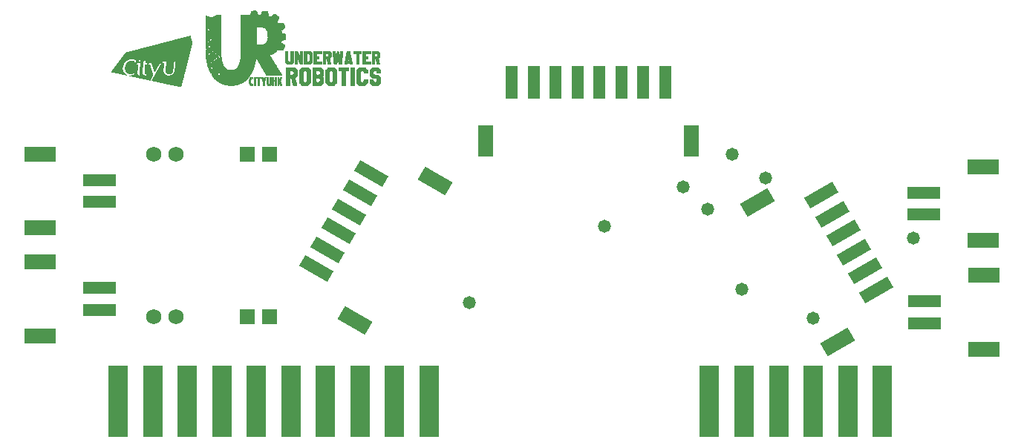
<source format=gts>
G04*
G04 #@! TF.GenerationSoftware,Altium Limited,Altium Designer,18.1.7 (191)*
G04*
G04 Layer_Color=8388736*
%FSLAX44Y44*%
%MOMM*%
G71*
G01*
G75*
%ADD20C,0.0076*%
%ADD21C,0.0254*%
%ADD22R,1.4032X3.7032*%
%ADD23R,1.7032X3.6032*%
G04:AMPARAMS|DCode=24|XSize=1.4032mm|YSize=3.7032mm|CornerRadius=0mm|HoleSize=0mm|Usage=FLASHONLY|Rotation=120.000|XOffset=0mm|YOffset=0mm|HoleType=Round|Shape=Rectangle|*
%AMROTATEDRECTD24*
4,1,4,1.9543,0.3182,-1.2527,-1.5334,-1.9543,-0.3182,1.2527,1.5334,1.9543,0.3182,0.0*
%
%ADD24ROTATEDRECTD24*%

G04:AMPARAMS|DCode=25|XSize=1.7032mm|YSize=3.6032mm|CornerRadius=0mm|HoleSize=0mm|Usage=FLASHONLY|Rotation=120.000|XOffset=0mm|YOffset=0mm|HoleType=Round|Shape=Rectangle|*
%AMROTATEDRECTD25*
4,1,4,1.9860,0.1633,-1.1344,-1.6383,-1.9860,-0.1633,1.1344,1.6383,1.9860,0.1633,0.0*
%
%ADD25ROTATEDRECTD25*%

%ADD26R,3.6032X1.7032*%
%ADD27R,3.7032X1.4032*%
G04:AMPARAMS|DCode=28|XSize=1.4032mm|YSize=3.7032mm|CornerRadius=0mm|HoleSize=0mm|Usage=FLASHONLY|Rotation=240.000|XOffset=0mm|YOffset=0mm|HoleType=Round|Shape=Rectangle|*
%AMROTATEDRECTD28*
4,1,4,-1.2527,1.5334,1.9543,-0.3182,1.2527,-1.5334,-1.9543,0.3182,-1.2527,1.5334,0.0*
%
%ADD28ROTATEDRECTD28*%

G04:AMPARAMS|DCode=29|XSize=1.7032mm|YSize=3.6032mm|CornerRadius=0mm|HoleSize=0mm|Usage=FLASHONLY|Rotation=240.000|XOffset=0mm|YOffset=0mm|HoleType=Round|Shape=Rectangle|*
%AMROTATEDRECTD29*
4,1,4,-1.1344,1.6383,1.9860,-0.1633,1.1344,-1.6383,-1.9860,0.1633,-1.1344,1.6383,0.0*
%
%ADD29ROTATEDRECTD29*%

%ADD30R,2.2032X8.2032*%
%ADD31C,1.7272*%
%ADD32R,1.7272X1.7272*%
%ADD33C,1.4732*%
D20*
X471475Y689585D02*
X546913D01*
X479933Y696519D02*
X548665D01*
X479628Y696443D02*
X548665D01*
X479323Y696366D02*
X548665D01*
X479019Y696290D02*
X548665D01*
X478714Y696214D02*
X548589D01*
X478409Y696138D02*
X548589D01*
X478104Y696062D02*
X548589D01*
X477876Y695985D02*
X548589D01*
X477571Y695909D02*
X548513D01*
X477266Y695833D02*
X548513D01*
X476961Y695757D02*
X548513D01*
X476656Y695681D02*
X548513D01*
X476428Y695604D02*
X548437D01*
X476199Y695528D02*
X548437D01*
X476123Y695452D02*
X548437D01*
X475971Y695376D02*
X548437D01*
X475894Y695300D02*
X548361D01*
X475818Y695223D02*
X548361D01*
X475742Y695147D02*
X548361D01*
X475666Y695071D02*
X548361D01*
X475590Y694995D02*
X548284D01*
X475513Y694919D02*
X548284D01*
X475437Y694842D02*
X548284D01*
X475437Y694766D02*
X548284D01*
X475361Y694690D02*
X548208D01*
X475285Y694614D02*
X548208D01*
X475209Y694538D02*
X548208D01*
X475209Y694461D02*
X548208D01*
X475132Y694385D02*
X548132D01*
X475056Y694309D02*
X548132D01*
X474980Y694233D02*
X548132D01*
X474980Y694157D02*
X548132D01*
X474904Y694080D02*
X548056D01*
X474828Y694004D02*
X548056D01*
X474751Y693928D02*
X548056D01*
X474751Y693852D02*
X548056D01*
X474675Y693776D02*
X547980D01*
X474599Y693699D02*
X547980D01*
X474523Y693623D02*
X547980D01*
X474523Y693547D02*
X547980D01*
X474447Y693471D02*
X547903D01*
X474370Y693395D02*
X547903D01*
X474294Y693318D02*
X547903D01*
X474294Y693242D02*
X547827D01*
X474218Y693166D02*
X547827D01*
X474142Y693090D02*
X547827D01*
X474066Y693014D02*
X547827D01*
X474066Y692937D02*
X547751D01*
X473989Y692861D02*
X547751D01*
X473913Y692785D02*
X547751D01*
X473837Y692709D02*
X547751D01*
X473837Y692633D02*
X547675D01*
X473761Y692556D02*
X547675D01*
X473685Y692480D02*
X547675D01*
X473608Y692404D02*
X547675D01*
X473532Y692328D02*
X547599D01*
X473532Y692252D02*
X547599D01*
X473456Y692175D02*
X547599D01*
X473380Y692099D02*
X547599D01*
X473304Y692023D02*
X547522D01*
X473304Y691947D02*
X547522D01*
X473227Y691871D02*
X547522D01*
X473151Y691794D02*
X547522D01*
X473075Y691718D02*
X547446D01*
X473075Y691642D02*
X547446D01*
X472999Y691566D02*
X547446D01*
X472923Y691490D02*
X547446D01*
X472846Y691413D02*
X547370D01*
X472846Y691337D02*
X547370D01*
X472770Y691261D02*
X547370D01*
X472694Y691185D02*
X547370D01*
X472618Y691109D02*
X547294D01*
X472618Y691032D02*
X547294D01*
X472542Y690956D02*
X547294D01*
X472465Y690880D02*
X547294D01*
X472389Y690804D02*
X547218D01*
X472389Y690728D02*
X547218D01*
X472313Y690651D02*
X547218D01*
X472237Y690575D02*
X547218D01*
X472161Y690499D02*
X547141D01*
X472161Y690423D02*
X547141D01*
X472084Y690347D02*
X547141D01*
X472008Y690270D02*
X547141D01*
X471932Y690194D02*
X547065D01*
X471932Y690118D02*
X547065D01*
X471856Y690042D02*
X547065D01*
X471780Y689966D02*
X546989D01*
X471703Y689889D02*
X546989D01*
X471703Y689813D02*
X546989D01*
X471627Y689737D02*
X546989D01*
X471551Y689661D02*
X546913D01*
X471475Y689508D02*
X546913D01*
X471399Y689432D02*
X546913D01*
X471322Y689356D02*
X546837D01*
X471246Y689280D02*
X546837D01*
X471170Y689204D02*
X546837D01*
X471170Y689127D02*
X546837D01*
X471094Y689051D02*
X546760D01*
X471018Y688975D02*
X546760D01*
X470941Y688899D02*
X546760D01*
X470941Y688823D02*
X546760D01*
X470865Y688746D02*
X546684D01*
X470789Y688670D02*
X546684D01*
X470713Y688594D02*
X546684D01*
X470713Y688518D02*
X546684D01*
X470637Y688442D02*
X546608D01*
X479933Y669315D02*
X491058D01*
X477723Y684251D02*
X495249D01*
X477647Y684174D02*
X495173D01*
X477571Y684098D02*
X495173D01*
X477495Y684022D02*
X495173D01*
X477418Y683946D02*
X495173D01*
X477342Y683870D02*
X495173D01*
X508737Y669315D02*
X523824D01*
X525272D02*
X541731D01*
X530835Y709778D02*
X550342D01*
X530530Y709701D02*
X550418D01*
X530225Y709625D02*
X550418D01*
X529920Y709549D02*
X550418D01*
X529615Y709473D02*
X550418D01*
X529311Y709397D02*
X550494D01*
X529082Y709320D02*
X550494D01*
X528777Y709244D02*
X550494D01*
X528472Y709168D02*
X550494D01*
X528168Y709092D02*
X550570D01*
X527863Y709016D02*
X550570D01*
X527558Y708939D02*
X550570D01*
X527329Y708863D02*
X550647D01*
X527025Y708787D02*
X550647D01*
X526720Y708711D02*
X550647D01*
X526415Y708635D02*
X550647D01*
X526110Y708558D02*
X550723D01*
X525805Y708482D02*
X550723D01*
X525577Y708406D02*
X550723D01*
X525272Y708330D02*
X550723D01*
X524967Y708254D02*
X550799D01*
X524662Y708177D02*
X550799D01*
X524358Y708101D02*
X550799D01*
X524053Y708025D02*
X550875D01*
X523824Y707949D02*
X550875D01*
X523519Y707873D02*
X550875D01*
X523215Y707796D02*
X550875D01*
X522910Y707720D02*
X550951D01*
X522605Y707644D02*
X550951D01*
X522300Y707568D02*
X550951D01*
X521995Y707492D02*
X551028D01*
X521767Y707415D02*
X551028D01*
X521462Y707339D02*
X551028D01*
X521157Y707263D02*
X551028D01*
X520852Y707187D02*
X551104D01*
X520548Y707111D02*
X551104D01*
X520243Y707034D02*
X551104D01*
X520014Y706958D02*
X551104D01*
X519709Y706882D02*
X551180D01*
X519405Y706806D02*
X551180D01*
X519100Y706730D02*
X551180D01*
X518795Y706653D02*
X551180D01*
X518490Y706577D02*
X551180D01*
X518262Y706501D02*
X551180D01*
X517957Y706425D02*
X551180D01*
X517652Y706349D02*
X551180D01*
X517347Y706272D02*
X551180D01*
X517042Y706196D02*
X551180D01*
X516738Y706120D02*
X551180D01*
X516509Y706044D02*
X551104D01*
X516204Y705968D02*
X551104D01*
X515899Y705891D02*
X551104D01*
X515595Y705815D02*
X551104D01*
X515290Y705739D02*
X551028D01*
X514985Y705663D02*
X551028D01*
X514680Y705587D02*
X551028D01*
X514452Y705510D02*
X551028D01*
X514147Y705434D02*
X550951D01*
X513842Y705358D02*
X550951D01*
X513537Y705282D02*
X550951D01*
X513232Y705206D02*
X550951D01*
X512928Y705129D02*
X550875D01*
X512699Y705053D02*
X550875D01*
X512394Y704977D02*
X550875D01*
X512089Y704901D02*
X550875D01*
X511785Y704825D02*
X550799D01*
X511480Y704748D02*
X550799D01*
X511175Y704672D02*
X550799D01*
X510946Y704596D02*
X550799D01*
X510642Y704520D02*
X550723D01*
X510337Y704444D02*
X550723D01*
X510032Y704367D02*
X550723D01*
X509727Y704291D02*
X550723D01*
X509422Y704215D02*
X550647D01*
X509194Y704139D02*
X550647D01*
X508889Y704063D02*
X550647D01*
X508584Y703986D02*
X550647D01*
X508279Y703910D02*
X550570D01*
X507975Y703834D02*
X550570D01*
X507670Y703758D02*
X550570D01*
X507365Y703682D02*
X550570D01*
X507136Y703605D02*
X550494D01*
X506832Y703529D02*
X550494D01*
X506527Y703453D02*
X550494D01*
X506222Y703377D02*
X550494D01*
X505917Y703301D02*
X550418D01*
X505612Y703224D02*
X550418D01*
X505384Y703148D02*
X550418D01*
X505079Y703072D02*
X550342D01*
X504774Y702996D02*
X550342D01*
X504469Y702920D02*
X550342D01*
X504165Y702843D02*
X550342D01*
X503860Y702767D02*
X550266D01*
X503631Y702691D02*
X550266D01*
X503326Y702615D02*
X550266D01*
X503022Y702539D02*
X550266D01*
X502717Y702462D02*
X550189D01*
X502412Y702386D02*
X550189D01*
X502107Y702310D02*
X550189D01*
X501879Y702234D02*
X550189D01*
X501574Y702158D02*
X550113D01*
X501269Y702081D02*
X550113D01*
X500964Y702005D02*
X550113D01*
X500659Y701929D02*
X550113D01*
X500355Y701853D02*
X550037D01*
X500050Y701777D02*
X550037D01*
X499821Y701700D02*
X550037D01*
X499516Y701624D02*
X550037D01*
X499212Y701548D02*
X549961D01*
X498907Y701472D02*
X549961D01*
X498602Y701396D02*
X549961D01*
X498297Y701319D02*
X549961D01*
X498069Y701243D02*
X549885D01*
X497764Y701167D02*
X549885D01*
X497459Y701091D02*
X549885D01*
X497154Y701015D02*
X549885D01*
X496849Y700938D02*
X549808D01*
X496545Y700862D02*
X549808D01*
X496316Y700786D02*
X549808D01*
X496011Y700710D02*
X549808D01*
X495706Y700634D02*
X549732D01*
X495402Y700557D02*
X549732D01*
X495097Y700481D02*
X549732D01*
X494792Y700405D02*
X549732D01*
X494563Y700329D02*
X549656D01*
X494259Y700253D02*
X549656D01*
X493954Y700176D02*
X549656D01*
X493649Y700100D02*
X549656D01*
X493344Y700024D02*
X549580D01*
X493039Y699948D02*
X549580D01*
X492735Y699872D02*
X549580D01*
X492506Y699795D02*
X549504D01*
X492201Y699719D02*
X549504D01*
X491896Y699643D02*
X549504D01*
X491592Y699567D02*
X549504D01*
X491287Y699491D02*
X549427D01*
X490982Y699414D02*
X549427D01*
X490753Y699338D02*
X549427D01*
X490449Y699262D02*
X549427D01*
X490144Y699186D02*
X549351D01*
X489839Y699110D02*
X549351D01*
X489534Y699033D02*
X549351D01*
X489229Y698957D02*
X549351D01*
X489001Y698881D02*
X549275D01*
X488696Y698805D02*
X549275D01*
X488391Y698729D02*
X549275D01*
X488086Y698652D02*
X549275D01*
X487782Y698576D02*
X549199D01*
X487477Y698500D02*
X549199D01*
X487248Y698424D02*
X549199D01*
X486943Y698348D02*
X549199D01*
X486639Y698271D02*
X549123D01*
X486334Y698195D02*
X549123D01*
X486029Y698119D02*
X549123D01*
X485724Y698043D02*
X549123D01*
X485419Y697967D02*
X549046D01*
X485191Y697890D02*
X549046D01*
X484886Y697814D02*
X549046D01*
X484581Y697738D02*
X549046D01*
X484276Y697662D02*
X548970D01*
X483972Y697586D02*
X548970D01*
X483667Y697509D02*
X548970D01*
X483438Y697433D02*
X548970D01*
X483133Y697357D02*
X548894D01*
X482829Y697281D02*
X548894D01*
X482524Y697205D02*
X548894D01*
X482219Y697128D02*
X548894D01*
X481914Y697052D02*
X548818D01*
X481686Y696976D02*
X548818D01*
X481381Y696900D02*
X548818D01*
X481076Y696824D02*
X548818D01*
X480771Y696747D02*
X548742D01*
X480466Y696671D02*
X548742D01*
X480162Y696595D02*
X548742D01*
X483210Y688365D02*
X546608D01*
X483972Y688289D02*
X546608D01*
X484505Y688213D02*
X546608D01*
X484962Y688137D02*
X546532D01*
X485267Y688061D02*
X546532D01*
X485572Y687984D02*
X546532D01*
X485877Y687908D02*
X491363D01*
X491744D02*
X546532D01*
X486105Y687832D02*
X491058D01*
X492049D02*
X546456D01*
X486334Y687756D02*
X490830D01*
X492201D02*
X546456D01*
X486562Y687680D02*
X490677D01*
X492354D02*
X546456D01*
X486791Y687603D02*
X490601D01*
X492430D02*
X546456D01*
X486943Y687527D02*
X490525D01*
X492506D02*
X546379D01*
X487096Y687451D02*
X490449D01*
X492582D02*
X546379D01*
X487248Y687375D02*
X490372D01*
X492658D02*
X546379D01*
X487401Y687299D02*
X490296D01*
X492735D02*
X546379D01*
X487553Y687222D02*
X490220D01*
X492811D02*
X546303D01*
X492811Y687146D02*
X546303D01*
X492887Y687070D02*
X546303D01*
X492887Y686994D02*
X546303D01*
X498526Y686918D02*
X546227D01*
X498526Y686841D02*
X546227D01*
X498526Y686765D02*
X546227D01*
X498526Y686689D02*
X546227D01*
X498526Y686613D02*
X546151D01*
X498526Y686537D02*
X546151D01*
X498526Y686460D02*
X546151D01*
X498526Y686384D02*
X546075D01*
X498450Y686308D02*
X546075D01*
X498450Y686232D02*
X546075D01*
X498450Y686156D02*
X546075D01*
X498450Y686079D02*
X545998D01*
X498450Y686003D02*
X545998D01*
X498450Y685927D02*
X545998D01*
X498450Y685851D02*
X517347D01*
X522300D02*
X532206D01*
X498450Y685775D02*
X517347D01*
X522300D02*
X531597D01*
X498450Y685698D02*
X517347D01*
X522300D02*
X531368D01*
X498450Y685622D02*
X517347D01*
X522300D02*
X531216D01*
X498450Y685546D02*
X517271D01*
X522300D02*
X531063D01*
X498450Y685470D02*
X517271D01*
X522300D02*
X530911D01*
X498373Y685394D02*
X517271D01*
X522300D02*
X530835D01*
X487401Y685317D02*
X490220D01*
X498373D02*
X517271D01*
X487401Y685241D02*
X490296D01*
X498373D02*
X517271D01*
X487401Y685165D02*
X490372D01*
X498373D02*
X517271D01*
X487324Y685089D02*
X490449D01*
X498373D02*
X517271D01*
X487324Y685013D02*
X490601D01*
X498373D02*
X517271D01*
X487324Y684936D02*
X490753D01*
X498373D02*
X517271D01*
X487324Y684860D02*
X491058D01*
X498373D02*
X517271D01*
X487324Y684784D02*
X495249D01*
X498373D02*
X517271D01*
X487324Y684708D02*
X495249D01*
X498373D02*
X517195D01*
X487324Y684632D02*
X495249D01*
X498373D02*
X517195D01*
X487324Y684555D02*
X495249D01*
X498297D02*
X517195D01*
X487324Y684479D02*
X495249D01*
X498297D02*
X517195D01*
X487248Y684403D02*
X495249D01*
X498297D02*
X517195D01*
X487248Y684327D02*
X495249D01*
X498297D02*
X517195D01*
X498297Y684251D02*
X517195D01*
X498297Y684174D02*
X517195D01*
X498297Y684098D02*
X517195D01*
X498297Y684022D02*
X517195D01*
X498297Y683946D02*
X517195D01*
X498297Y683870D02*
X517119D01*
X505460Y683793D02*
X515747D01*
X505536Y683717D02*
X515214D01*
X505536Y683641D02*
X514909D01*
X505536Y683565D02*
X514680D01*
X505536Y683489D02*
X514528D01*
X505612Y683412D02*
X514375D01*
X505612Y683336D02*
X514223D01*
X505612Y683260D02*
X514071D01*
X505689Y683184D02*
X513994D01*
X505689Y683108D02*
X513918D01*
X505689Y683031D02*
X513766D01*
X505765Y682955D02*
X513690D01*
X505765Y682879D02*
X513613D01*
X505765Y682803D02*
X513537D01*
X505841Y682727D02*
X513461D01*
X505841Y682650D02*
X513385D01*
X505841Y682574D02*
X513309D01*
X505917Y682498D02*
X513309D01*
X505917Y682422D02*
X513232D01*
X505917Y682346D02*
X513156D01*
X505993Y682269D02*
X513156D01*
X505993Y682193D02*
X513080D01*
X505993Y682117D02*
X513004D01*
X506070Y682041D02*
X513004D01*
X506070Y681965D02*
X512928D01*
X506070Y681888D02*
X512928D01*
X506146Y681812D02*
X512851D01*
X506146Y681736D02*
X512851D01*
X506146Y681660D02*
X512775D01*
X506222Y681584D02*
X512775D01*
X506222Y681507D02*
X512699D01*
X506222Y681431D02*
X512699D01*
X506298Y681355D02*
X512623D01*
X506298Y681279D02*
X512623D01*
X506298Y681203D02*
X512547D01*
X506374Y681126D02*
X512470D01*
X506374Y681050D02*
X512470D01*
X506374Y680974D02*
X512394D01*
X506451Y680898D02*
X512394D01*
X506451Y680822D02*
X512318D01*
X506451Y680745D02*
X512318D01*
X506527Y680669D02*
X512242D01*
X506527Y680593D02*
X512242D01*
X506527Y680517D02*
X512166D01*
X506603Y680441D02*
X512166D01*
X506603Y680364D02*
X512089D01*
X506603Y680288D02*
X512013D01*
X506679Y680212D02*
X512013D01*
X506679Y680136D02*
X511937D01*
X506679Y680060D02*
X511937D01*
X506755Y679983D02*
X511861D01*
X506755Y679907D02*
X511861D01*
X506755Y679831D02*
X511785D01*
X506832Y679755D02*
X511785D01*
X506832Y679679D02*
X511708D01*
X506832Y679602D02*
X511708D01*
X506908Y679526D02*
X511632D01*
X506908Y679450D02*
X511556D01*
X506908Y679374D02*
X511556D01*
X506984Y679298D02*
X511480D01*
X506984Y679221D02*
X511480D01*
X506984Y679145D02*
X511404D01*
X507060Y679069D02*
X511404D01*
X507060Y678993D02*
X511327D01*
X507060Y678917D02*
X511327D01*
X507060Y678840D02*
X511251D01*
X507136Y678764D02*
X511251D01*
X507136Y678688D02*
X511175D01*
X507136Y678612D02*
X511099D01*
X507213Y678536D02*
X511099D01*
X507213Y678459D02*
X511023D01*
X507213Y678383D02*
X511023D01*
X507289Y678307D02*
X510946D01*
X507289Y678231D02*
X510946D01*
X507289Y678155D02*
X510870D01*
X507365Y678078D02*
X510870D01*
X507365Y678002D02*
X510794D01*
X507365Y677926D02*
X510718D01*
X507441Y677850D02*
X510718D01*
X507441Y677774D02*
X510642D01*
X507441Y677697D02*
X510642D01*
X507517Y677621D02*
X510565D01*
X507517Y677545D02*
X510565D01*
Y672592D02*
X518719D01*
X530835D02*
X542569D01*
X510565Y672516D02*
X518719D01*
X530835D02*
X542569D01*
X510489Y672440D02*
X518795D01*
X530758D02*
X542569D01*
X510413Y672363D02*
X518795D01*
X530682D02*
X542493D01*
X510413Y672287D02*
X518871D01*
X530682D02*
X542493D01*
X510337Y672211D02*
X518871D01*
X530606D02*
X542493D01*
X510337Y672135D02*
X518871D01*
X530530D02*
X542493D01*
X510261Y672059D02*
X518947D01*
X530530D02*
X542417D01*
X510261Y671982D02*
X518947D01*
X530454D02*
X542417D01*
X510184Y671906D02*
X519024D01*
X530377D02*
X542417D01*
X510108Y671830D02*
X519024D01*
X530377D02*
X542417D01*
X510108Y671754D02*
X519100D01*
X530301D02*
X542341D01*
X510032Y671678D02*
X519176D01*
X530225D02*
X542341D01*
X510032Y671601D02*
X519176D01*
X530149D02*
X542341D01*
X509956Y671525D02*
X519252D01*
X530073D02*
X542341D01*
X509956Y671449D02*
X519328D01*
X529996D02*
X542265D01*
X509880Y671373D02*
X519328D01*
X529996D02*
X542265D01*
X509880Y671297D02*
X519405D01*
X529920D02*
X542265D01*
X509803Y671220D02*
X519481D01*
X529844D02*
X542265D01*
X509727Y671144D02*
X519481D01*
X529768D02*
X542188D01*
X509727Y671068D02*
X519557D01*
X529692D02*
X542188D01*
X509651Y670992D02*
X519633D01*
X529615D02*
X542188D01*
X509651Y670916D02*
X519709D01*
X529539D02*
X542188D01*
X509575Y670839D02*
X519786D01*
X529387D02*
X542112D01*
X509575Y670763D02*
X519862D01*
X529311D02*
X542112D01*
X509499Y670687D02*
X519938D01*
X529234D02*
X542112D01*
X509499Y670611D02*
X520014D01*
X529158D02*
X542112D01*
X509422Y670535D02*
X520167D01*
X529006D02*
X542036D01*
X509346Y670458D02*
X520243D01*
X528930D02*
X542036D01*
X509346Y670382D02*
X520319D01*
X528777D02*
X542036D01*
X509270Y670306D02*
X520471D01*
X528701D02*
X542036D01*
X509270Y670230D02*
X520548D01*
X528549D02*
X541960D01*
X509194Y670154D02*
X520700D01*
X528396D02*
X541960D01*
X509194Y670077D02*
X520852D01*
X528244D02*
X541960D01*
X509118Y670001D02*
X521005D01*
X528091D02*
X541960D01*
X509041Y669925D02*
X521157D01*
X527939D02*
X541884D01*
X509041Y669849D02*
X521310D01*
X527787D02*
X541884D01*
X508965Y669773D02*
X521538D01*
X527558D02*
X541884D01*
X508965Y669696D02*
X521767D01*
X527329D02*
X541807D01*
X508889Y669620D02*
X521995D01*
X527101D02*
X541807D01*
X508889Y669544D02*
X522300D01*
X526796D02*
X541807D01*
X482143Y669468D02*
X490296D01*
X508813D02*
X522605D01*
X526491D02*
X541807D01*
X481609Y669392D02*
X490525D01*
X508813D02*
X523062D01*
X526034D02*
X541731D01*
X480314Y669239D02*
X505993D01*
X508660D02*
X541731D01*
X480619Y669163D02*
X505993D01*
X508660D02*
X541731D01*
X481000Y669087D02*
X505917D01*
X508584D02*
X541655D01*
X481381Y669011D02*
X505917D01*
X508584D02*
X541655D01*
X481686Y668934D02*
X505841D01*
X508508D02*
X541655D01*
X482067Y668858D02*
X505841D01*
X508508D02*
X541655D01*
X482371Y668782D02*
X505765D01*
X508432D02*
X541579D01*
X482752Y668706D02*
X505765D01*
X508356D02*
X541579D01*
X483133Y668630D02*
X505689D01*
X508356D02*
X541579D01*
X483438Y668553D02*
X505612D01*
X508279D02*
X541579D01*
X483819Y668477D02*
X505612D01*
X508279D02*
X541503D01*
X484200Y668401D02*
X505536D01*
X508203D02*
X541503D01*
X484505Y668325D02*
X505536D01*
X508203D02*
X541503D01*
X484886Y668249D02*
X505460D01*
X508127D02*
X541503D01*
X485191Y668172D02*
X505460D01*
X508127D02*
X541426D01*
X485572Y668096D02*
X505384D01*
X508051D02*
X541426D01*
X485953Y668020D02*
X505384D01*
X507975D02*
X541426D01*
X486258Y667944D02*
X505308D01*
X507975D02*
X541426D01*
X486639Y667868D02*
X505308D01*
X507898D02*
X541350D01*
X487020Y667791D02*
X505231D01*
X507898D02*
X541350D01*
X487324Y667715D02*
X505231D01*
X507822D02*
X541350D01*
X487705Y667639D02*
X505155D01*
X507822D02*
X541350D01*
X488010Y667563D02*
X505155D01*
X507746D02*
X541274D01*
X488391Y667487D02*
X505079D01*
X507746D02*
X541274D01*
X488772Y667410D02*
X505003D01*
X507670D02*
X541274D01*
X489077Y667334D02*
X505003D01*
X507594D02*
X541274D01*
X489458Y667258D02*
X504927D01*
X507594D02*
X541198D01*
X489839Y667182D02*
X504927D01*
X507517D02*
X541198D01*
X490144Y667106D02*
X504850D01*
X507517D02*
X541198D01*
X507441Y667029D02*
X541198D01*
X507441Y666953D02*
X541122D01*
X507365Y666877D02*
X541122D01*
X507289Y666801D02*
X541122D01*
X507289Y666725D02*
X541122D01*
X507213Y666648D02*
X541045D01*
X507213Y666572D02*
X541045D01*
X507136Y666496D02*
X541045D01*
X507136Y666420D02*
X540969D01*
X507060Y666344D02*
X540969D01*
X507060Y666267D02*
X540969D01*
X506984Y666191D02*
X540969D01*
X506908Y666115D02*
X540893D01*
X506908Y666039D02*
X540893D01*
X506832Y665963D02*
X540893D01*
X506832Y665886D02*
X540893D01*
X506755Y665810D02*
X540817D01*
X506755Y665734D02*
X540817D01*
X506679Y665658D02*
X540817D01*
X506679Y665582D02*
X540817D01*
X506603Y665505D02*
X540741D01*
X506527Y665429D02*
X540741D01*
X506527Y665353D02*
X540741D01*
X506451Y665277D02*
X540741D01*
X506451Y665201D02*
X540664D01*
X506374Y665124D02*
X540664D01*
X506374Y665048D02*
X540664D01*
X506298Y664972D02*
X540664D01*
X506222Y664896D02*
X540588D01*
X506222Y664820D02*
X540588D01*
X506146Y664743D02*
X540588D01*
X506146Y664667D02*
X540588D01*
X506070Y664591D02*
X540512D01*
X506070Y664515D02*
X540512D01*
X505993Y664439D02*
X540512D01*
X505993Y664362D02*
X540512D01*
X505917Y664286D02*
X540436D01*
X505841Y664210D02*
X540436D01*
X505841Y664134D02*
X540436D01*
X505765Y664058D02*
X540436D01*
X505689Y663981D02*
X540360D01*
X505689Y663905D02*
X540360D01*
X505612Y663829D02*
X540360D01*
X505689Y663753D02*
X540360D01*
X506070Y663677D02*
X540283D01*
X506451Y663600D02*
X540283D01*
X506755Y663524D02*
X540283D01*
X507136Y663448D02*
X540283D01*
X507441Y663372D02*
X540207D01*
X507822Y663296D02*
X540207D01*
X508203Y663219D02*
X540207D01*
X508508Y663143D02*
X540131D01*
X508889Y663067D02*
X540131D01*
X509270Y662991D02*
X540131D01*
X509575Y662915D02*
X540131D01*
X509956Y662838D02*
X540055D01*
X510261Y662762D02*
X540055D01*
X510642Y662686D02*
X540055D01*
X511023Y662610D02*
X540055D01*
X511327Y662534D02*
X539979D01*
X511708Y662457D02*
X539979D01*
X512089Y662381D02*
X539979D01*
X512394Y662305D02*
X539979D01*
X512775Y662229D02*
X539902D01*
X513156Y662153D02*
X539902D01*
X513461Y662076D02*
X539902D01*
X513842Y662000D02*
X539902D01*
X514147Y661924D02*
X539826D01*
X514528Y661848D02*
X539826D01*
X514909Y661772D02*
X539826D01*
X515214Y661695D02*
X539826D01*
X515595Y661619D02*
X539750D01*
X515976Y661543D02*
X539750D01*
X516280Y661467D02*
X539750D01*
X516661Y661391D02*
X539750D01*
X516966Y661314D02*
X539674D01*
X517347Y661238D02*
X539674D01*
X517728Y661162D02*
X539674D01*
X518033Y661086D02*
X539674D01*
X518414Y661010D02*
X539598D01*
X518795Y660933D02*
X539598D01*
X519100Y660857D02*
X539598D01*
X519481Y660781D02*
X539598D01*
X519786Y660705D02*
X539521D01*
X520167Y660629D02*
X539521D01*
X520548Y660552D02*
X539521D01*
X520852Y660476D02*
X539521D01*
X521233Y660400D02*
X539445D01*
X521614Y660324D02*
X539445D01*
X521919Y660248D02*
X539445D01*
X522300Y660171D02*
X539445D01*
X522681Y660095D02*
X539369D01*
X522986Y660019D02*
X539369D01*
X523367Y659943D02*
X539369D01*
X523672Y659867D02*
X539293D01*
X524053Y659790D02*
X539293D01*
X524434Y659714D02*
X539293D01*
X524739Y659638D02*
X539293D01*
X525120Y659562D02*
X539217D01*
X525501Y659486D02*
X539217D01*
X525805Y659409D02*
X539217D01*
X526186Y659333D02*
X539217D01*
X526491Y659257D02*
X539140D01*
X526872Y659181D02*
X539140D01*
X527253Y659105D02*
X539140D01*
X527558Y659028D02*
X539140D01*
X527939Y658952D02*
X539064D01*
X528320Y658876D02*
X539064D01*
X528625Y658800D02*
X539064D01*
X529006Y658724D02*
X539064D01*
X529311Y658647D02*
X538988D01*
X529692Y658571D02*
X538988D01*
X530073Y658495D02*
X538988D01*
X530377Y658419D02*
X538988D01*
X530758Y658343D02*
X538912D01*
X469875Y687451D02*
X477723D01*
X469798Y687375D02*
X477571D01*
X469798Y687299D02*
X477418D01*
X469722Y687222D02*
X477266D01*
X469646Y687146D02*
X477114D01*
X469570Y687070D02*
X476961D01*
X469570Y686994D02*
X476885D01*
X469494Y686918D02*
X476733D01*
X469417Y686841D02*
X476580D01*
X469341Y686765D02*
X476504D01*
X469341Y686689D02*
X476352D01*
X469265Y686613D02*
X476275D01*
X469189Y686537D02*
X476199D01*
X469113Y686460D02*
X476047D01*
X469113Y686384D02*
X475971D01*
X469036Y686308D02*
X475894D01*
X468960Y686232D02*
X475742D01*
X468884Y686156D02*
X475666D01*
X468884Y686079D02*
X475590D01*
X468808Y686003D02*
X475513D01*
X468732Y685927D02*
X475437D01*
X468655Y685851D02*
X475361D01*
X468655Y685775D02*
X475285D01*
X468579Y685698D02*
X475132D01*
X468503Y685622D02*
X475056D01*
X468427Y685546D02*
X474980D01*
X468351Y685470D02*
X474904D01*
X468351Y685394D02*
X474904D01*
X468274Y685317D02*
X474828D01*
X468198Y685241D02*
X474751D01*
X468122Y685165D02*
X474675D01*
X468122Y685089D02*
X474599D01*
X468046Y685013D02*
X474523D01*
X467970Y684936D02*
X474447D01*
X467893Y684860D02*
X474370D01*
X467893Y684784D02*
X474294D01*
X467817Y684708D02*
X474294D01*
X467741Y684632D02*
X474218D01*
X467665Y684555D02*
X474142D01*
X467665Y684479D02*
X474066D01*
X467589Y684403D02*
X474066D01*
X467512Y684327D02*
X473989D01*
X467436Y684251D02*
X473913D01*
X467436Y684174D02*
X473837D01*
X467360Y684098D02*
X473837D01*
X467284Y684022D02*
X473761D01*
X467208Y683946D02*
X473685D01*
X467208Y683870D02*
X473685D01*
X467131Y683793D02*
X473608D01*
X467055Y683717D02*
X473608D01*
X466979Y683641D02*
X473532D01*
X466979Y683565D02*
X473456D01*
X466903Y683489D02*
X473456D01*
X466827Y683412D02*
X473380D01*
X466750Y683336D02*
X473380D01*
X466750Y683260D02*
X473304D01*
X466674Y683184D02*
X473304D01*
X466598Y683108D02*
X473227D01*
X466522Y683031D02*
X473151D01*
X466522Y682955D02*
X473151D01*
X466446Y682879D02*
X473075D01*
X466369Y682803D02*
X473075D01*
X466293Y682727D02*
X472999D01*
X466293Y682650D02*
X472999D01*
X466217Y682574D02*
X472999D01*
X466141Y682498D02*
X472923D01*
X466065Y682422D02*
X472923D01*
X465988Y682346D02*
X472846D01*
X465988Y682269D02*
X472846D01*
X465912Y682193D02*
X472770D01*
X465836Y682117D02*
X472770D01*
X465760Y682041D02*
X472770D01*
X465760Y681965D02*
X472694D01*
X465684Y681888D02*
X472694D01*
X465607Y681812D02*
X472618D01*
X465531Y681736D02*
X472618D01*
X465531Y681660D02*
X472618D01*
X465455Y681584D02*
X472542D01*
X465379Y681507D02*
X472542D01*
X465303Y681431D02*
X472542D01*
X465303Y681355D02*
X472465D01*
X465226Y681279D02*
X472465D01*
X465150Y681203D02*
X472389D01*
X465074Y681126D02*
X472389D01*
X465074Y681050D02*
X472389D01*
X464998Y680974D02*
X472389D01*
X464922Y680898D02*
X472313D01*
X464845Y680822D02*
X472313D01*
X464845Y680745D02*
X472313D01*
X464769Y680669D02*
X472237D01*
X464693Y680593D02*
X472237D01*
X464617Y680517D02*
X472237D01*
X464617Y680441D02*
X472237D01*
X464541Y680364D02*
X472161D01*
X464464Y680288D02*
X472161D01*
X464388Y680212D02*
X472161D01*
X464388Y680136D02*
X472161D01*
X464312Y680060D02*
X472084D01*
X464236Y679983D02*
X472084D01*
X464160Y679907D02*
X472084D01*
X464160Y679831D02*
X472084D01*
X464083Y679755D02*
X472084D01*
X464007Y679679D02*
X472008D01*
X463931Y679602D02*
X472008D01*
X463931Y679526D02*
X472008D01*
X463855Y679450D02*
X472008D01*
X463779Y679374D02*
X472008D01*
X463702Y679298D02*
X471932D01*
X463626Y679221D02*
X471932D01*
X463626Y679145D02*
X471932D01*
X463550Y679069D02*
X471932D01*
X463474Y678993D02*
X471932D01*
X463398Y678917D02*
X471932D01*
X463398Y678840D02*
X471932D01*
X463321Y678764D02*
X471856D01*
X463245Y678688D02*
X471856D01*
X463169Y678612D02*
X471856D01*
X463169Y678536D02*
X471856D01*
X463093Y678459D02*
X471856D01*
X463017Y678383D02*
X471856D01*
X462940Y678307D02*
X471856D01*
X462940Y678231D02*
X471856D01*
X462864Y678155D02*
X471856D01*
X462788Y678078D02*
X471856D01*
X462712Y678002D02*
X471780D01*
X462712Y677926D02*
X471780D01*
X462636Y677850D02*
X471780D01*
X462559Y677774D02*
X471780D01*
X462483Y677697D02*
X471780D01*
X462483Y677621D02*
X471780D01*
X462407Y677545D02*
X471780D01*
X462331Y677469D02*
X471780D01*
X462255Y677393D02*
X471780D01*
X462255Y677316D02*
X471780D01*
X462178Y677240D02*
X471780D01*
X462102Y677164D02*
X471780D01*
X462026Y677088D02*
X471780D01*
X462026Y677012D02*
X471780D01*
X461950Y676935D02*
X471780D01*
X461874Y676859D02*
X471780D01*
X461797Y676783D02*
X471856D01*
X461797Y676707D02*
X471856D01*
X461721Y676631D02*
X471856D01*
X461645Y676554D02*
X471856D01*
X461569Y676478D02*
X471856D01*
X461569Y676402D02*
X471856D01*
X461493Y676326D02*
X471856D01*
X461416Y676250D02*
X471856D01*
X461340Y676173D02*
X471856D01*
X461264Y676097D02*
X471856D01*
X461264Y676021D02*
X471932D01*
X461188Y675945D02*
X471932D01*
X461112Y675869D02*
X471932D01*
X461035Y675792D02*
X471932D01*
X461035Y675716D02*
X471932D01*
X460959Y675640D02*
X471932D01*
X460883Y675564D02*
X472008D01*
X460807Y675488D02*
X472008D01*
X460807Y675411D02*
X472008D01*
X460731Y675335D02*
X472008D01*
X460654Y675259D02*
X472084D01*
X460578Y675183D02*
X472084D01*
X460578Y675107D02*
X472084D01*
X460502Y675030D02*
X472084D01*
X460426Y674954D02*
X472161D01*
X460350Y674878D02*
X472161D01*
X460350Y674802D02*
X472161D01*
X460273Y674726D02*
X472237D01*
X460197Y674649D02*
X472237D01*
X460121Y674573D02*
X472237D01*
X460121Y674497D02*
X472313D01*
X460045Y674421D02*
X472313D01*
X459969Y674345D02*
X472313D01*
X459892Y674268D02*
X472389D01*
X459892Y674192D02*
X472389D01*
X459816Y674116D02*
X472389D01*
X459740Y674040D02*
X472465D01*
X459740Y673964D02*
X472465D01*
X459740Y673887D02*
X472542D01*
X459740Y673811D02*
X472542D01*
X459816Y673735D02*
X472618D01*
X459892Y673659D02*
X472618D01*
X460121Y673583D02*
X472618D01*
X460502Y673506D02*
X472694D01*
X460883Y673430D02*
X472694D01*
X461188Y673354D02*
X472770D01*
X461569Y673278D02*
X472846D01*
X461950Y673202D02*
X472846D01*
X462255Y673125D02*
X472923D01*
X462636Y673049D02*
X472923D01*
X462940Y672973D02*
X472999D01*
X463321Y672897D02*
X472999D01*
X463702Y672821D02*
X473075D01*
X464007Y672744D02*
X473151D01*
X464388Y672668D02*
X473151D01*
X464769Y672592D02*
X473227D01*
X465074Y672516D02*
X473304D01*
X465455Y672440D02*
X473304D01*
X465760Y672363D02*
X473380D01*
X466141Y672287D02*
X473456D01*
X466522Y672211D02*
X473532D01*
X466827Y672135D02*
X473608D01*
X467208Y672059D02*
X473608D01*
X467589Y671982D02*
X473685D01*
X467893Y671906D02*
X473761D01*
X468274Y671830D02*
X473837D01*
X468655Y671754D02*
X473913D01*
X468960Y671678D02*
X473989D01*
X469341Y671601D02*
X474066D01*
X469646Y671525D02*
X474142D01*
X531368Y709930D02*
X550342D01*
X491363Y669315D02*
X497764D01*
X498678D02*
X506070D01*
X548970Y714502D02*
X549046D01*
X548742Y714426D02*
X549046D01*
X548361Y714350D02*
X549123D01*
X548056Y714273D02*
X549123D01*
X547751Y714197D02*
X549123D01*
X547522Y714121D02*
X549123D01*
X547218Y714045D02*
X549199D01*
X546913Y713969D02*
X549199D01*
X546608Y713892D02*
X549275D01*
X546303Y713816D02*
X549275D01*
X545998Y713740D02*
X549275D01*
X545694Y713664D02*
X549275D01*
X545465Y713588D02*
X549275D01*
X545160Y713511D02*
X549351D01*
X544855Y713435D02*
X549351D01*
X544551Y713359D02*
X549351D01*
X544246Y713283D02*
X549351D01*
X543941Y713207D02*
X549427D01*
X543712Y713130D02*
X549427D01*
X543408Y713054D02*
X549427D01*
X543103Y712978D02*
X549504D01*
X542798Y712902D02*
X549504D01*
X542493Y712826D02*
X549504D01*
X542188Y712749D02*
X549504D01*
X541960Y712673D02*
X549580D01*
X541655Y712597D02*
X549580D01*
X541350Y712521D02*
X549580D01*
X541045Y712445D02*
X549656D01*
X540741Y712368D02*
X549656D01*
X540436Y712292D02*
X549656D01*
X540207Y712216D02*
X549656D01*
X539902Y712140D02*
X549732D01*
X539598Y712064D02*
X549732D01*
X539293Y711987D02*
X549732D01*
X538988Y711911D02*
X549732D01*
X538683Y711835D02*
X549808D01*
X538455Y711759D02*
X549808D01*
X538150Y711683D02*
X549808D01*
X537845Y711606D02*
X549885D01*
X537540Y711530D02*
X549885D01*
X537235Y711454D02*
X549885D01*
X536931Y711378D02*
X549885D01*
X536626Y711302D02*
X549961D01*
X536397Y711225D02*
X549961D01*
X536092Y711149D02*
X549961D01*
X535788Y711073D02*
X550037D01*
X535483Y710997D02*
X550037D01*
X535178Y710921D02*
X550037D01*
X534873Y710844D02*
X550037D01*
X534645Y710768D02*
X550113D01*
X534340Y710692D02*
X550113D01*
X534035Y710616D02*
X550113D01*
X533730Y710540D02*
X550113D01*
X533425Y710463D02*
X550189D01*
X533121Y710387D02*
X550189D01*
X532892Y710311D02*
X550189D01*
X532587Y710235D02*
X550266D01*
X532282Y710159D02*
X550266D01*
X531978Y710082D02*
X550266D01*
X531673Y710006D02*
X550266D01*
X531139Y709854D02*
X550342D01*
X532663Y685851D02*
X545998D01*
X532740Y685775D02*
X545922D01*
X532740Y685698D02*
X545922D01*
X532740Y685622D02*
X545922D01*
X532663Y685546D02*
X545922D01*
X532663Y685470D02*
X545846D01*
X532663Y685394D02*
X545846D01*
X532663Y685317D02*
X545846D01*
X532663Y685241D02*
X545846D01*
X532663Y685165D02*
X545770D01*
X532663Y685089D02*
X545770D01*
X532663Y685013D02*
X545770D01*
X532663Y684936D02*
X545770D01*
X532663Y684860D02*
X545694D01*
X532587Y684784D02*
X545694D01*
X532587Y684708D02*
X545694D01*
X532587Y684632D02*
X545694D01*
X532587Y684555D02*
X545617D01*
X532587Y684479D02*
X545617D01*
X532587Y684403D02*
X545617D01*
X532587Y684327D02*
X545617D01*
X532587Y684251D02*
X545541D01*
X532587Y684174D02*
X545541D01*
X532587Y684098D02*
X545541D01*
X532511Y684022D02*
X545541D01*
X532511Y683946D02*
X545465D01*
X532511Y683870D02*
X545465D01*
X532511Y683793D02*
X545465D01*
X532511Y683717D02*
X545465D01*
X532511Y683641D02*
X545389D01*
X532511Y683565D02*
X545389D01*
X532511Y683489D02*
X545389D01*
X532511Y683412D02*
X545389D01*
X532511Y683336D02*
X545313D01*
X532511Y683260D02*
X545313D01*
X532511Y683184D02*
X545313D01*
X532435Y683108D02*
X545236D01*
X532435Y683031D02*
X545236D01*
X532435Y682955D02*
X545236D01*
X532435Y682879D02*
X545236D01*
X532435Y682803D02*
X545160D01*
X532435Y682727D02*
X545160D01*
X532435Y682650D02*
X545160D01*
X532435Y682574D02*
X545160D01*
X532435Y682498D02*
X545084D01*
X532435Y682422D02*
X545084D01*
X532435Y682346D02*
X545084D01*
X532435Y682269D02*
X545084D01*
X532359Y682193D02*
X545008D01*
X532359Y682117D02*
X545008D01*
X532359Y682041D02*
X545008D01*
X532359Y681965D02*
X545008D01*
X532359Y681888D02*
X544932D01*
X532359Y681812D02*
X544932D01*
X532359Y681736D02*
X544932D01*
X532359Y681660D02*
X544932D01*
X532359Y681584D02*
X544855D01*
X532359Y681507D02*
X544855D01*
X532359Y681431D02*
X544855D01*
X532359Y681355D02*
X544855D01*
X532282Y681279D02*
X544779D01*
X532282Y681203D02*
X544779D01*
X532282Y681126D02*
X544779D01*
X532282Y681050D02*
X544779D01*
X532282Y680974D02*
X544703D01*
X532282Y680898D02*
X544703D01*
X532282Y680822D02*
X544703D01*
X532282Y680745D02*
X544703D01*
X532282Y680669D02*
X544627D01*
X532282Y680593D02*
X544627D01*
X532282Y680517D02*
X544627D01*
X532282Y680441D02*
X544627D01*
X532206Y680364D02*
X544551D01*
X532206Y680288D02*
X544551D01*
X532206Y680212D02*
X544551D01*
X532206Y680136D02*
X544551D01*
X532206Y680060D02*
X544474D01*
X532206Y679983D02*
X544474D01*
X532206Y679907D02*
X544474D01*
X532206Y679831D02*
X544398D01*
X532206Y679755D02*
X544398D01*
X532206Y679679D02*
X544398D01*
X532206Y679602D02*
X544398D01*
X532206Y679526D02*
X544322D01*
X532130Y679450D02*
X544322D01*
X532130Y679374D02*
X544322D01*
X532130Y679298D02*
X544322D01*
X532130Y679221D02*
X544246D01*
X532130Y679145D02*
X544246D01*
X532130Y679069D02*
X544246D01*
X532130Y678993D02*
X544246D01*
X532130Y678917D02*
X544170D01*
X532130Y678840D02*
X544170D01*
X532130Y678764D02*
X544170D01*
X532130Y678688D02*
X544170D01*
X532130Y678612D02*
X544093D01*
X532054Y678536D02*
X544093D01*
X532054Y678459D02*
X544093D01*
X532054Y678383D02*
X544093D01*
X532054Y678307D02*
X544017D01*
X532054Y678231D02*
X544017D01*
X532054Y678155D02*
X544017D01*
X532054Y678078D02*
X544017D01*
X532054Y678002D02*
X543941D01*
X532054Y677926D02*
X543941D01*
X532054Y677850D02*
X543941D01*
X532054Y677774D02*
X543941D01*
X532054Y677697D02*
X543865D01*
X531978Y677621D02*
X543865D01*
X531978Y677545D02*
X543865D01*
X531978Y677469D02*
X543865D01*
X531978Y677393D02*
X543789D01*
X531978Y677316D02*
X543789D01*
X531978Y677240D02*
X543789D01*
X531978Y677164D02*
X543789D01*
X531978Y677088D02*
X543712D01*
X531978Y677012D02*
X543712D01*
X531978Y676935D02*
X543712D01*
X531901Y676859D02*
X543712D01*
X531901Y676783D02*
X543636D01*
X531901Y676707D02*
X543636D01*
X531901Y676631D02*
X543636D01*
X531901Y676554D02*
X543560D01*
X531901Y676478D02*
X543560D01*
X531901Y676402D02*
X543560D01*
X531901Y676326D02*
X543560D01*
X531901Y676250D02*
X543484D01*
X531901Y676173D02*
X543484D01*
X531825Y676097D02*
X543484D01*
X531825Y676021D02*
X543484D01*
X531825Y675945D02*
X543408D01*
X531825Y675869D02*
X543408D01*
X531825Y675792D02*
X543408D01*
X531825Y675716D02*
X543408D01*
X531825Y675640D02*
X543331D01*
X531749Y675564D02*
X543331D01*
X531749Y675488D02*
X543331D01*
X531749Y675411D02*
X543331D01*
X531749Y675335D02*
X543255D01*
X531749Y675259D02*
X543255D01*
X531749Y675183D02*
X543255D01*
X531673Y675107D02*
X543255D01*
X531673Y675030D02*
X543179D01*
X531673Y674954D02*
X543179D01*
X531673Y674878D02*
X543179D01*
X531673Y674802D02*
X543179D01*
X531673Y674726D02*
X543103D01*
X531597Y674649D02*
X543103D01*
X531597Y674573D02*
X543103D01*
X531597Y674497D02*
X543103D01*
X531597Y674421D02*
X543027D01*
X531520Y674345D02*
X543027D01*
X531520Y674268D02*
X543027D01*
X531520Y674192D02*
X543027D01*
X531520Y674116D02*
X542950D01*
X531444Y674040D02*
X542950D01*
X531444Y673964D02*
X542950D01*
X531444Y673887D02*
X542950D01*
X531444Y673811D02*
X542874D01*
X531368Y673735D02*
X542874D01*
X531368Y673659D02*
X542874D01*
X531368Y673583D02*
X542874D01*
X531292Y673506D02*
X542798D01*
X531292Y673430D02*
X542798D01*
X531216Y673354D02*
X542798D01*
X531216Y673278D02*
X542722D01*
X531139Y673202D02*
X542722D01*
X531139Y673125D02*
X542722D01*
X531139Y673049D02*
X542722D01*
X531063Y672973D02*
X542646D01*
X531063Y672897D02*
X542646D01*
X530987Y672821D02*
X542646D01*
X530911Y672744D02*
X542646D01*
X530911Y672668D02*
X542569D01*
X531139Y658266D02*
X538912D01*
X531444Y658190D02*
X538912D01*
X531825Y658114D02*
X538912D01*
X532206Y658038D02*
X538836D01*
X532511Y657962D02*
X538836D01*
X532892Y657885D02*
X538836D01*
X533197Y657809D02*
X538836D01*
X533578Y657733D02*
X538759D01*
X533959Y657657D02*
X538759D01*
X534264Y657581D02*
X538759D01*
X534645Y657504D02*
X538759D01*
X535026Y657428D02*
X538683D01*
X535330Y657352D02*
X538683D01*
X535711Y657276D02*
X538683D01*
X536016Y657200D02*
X538683D01*
X536397Y657123D02*
X538607D01*
X536702Y657047D02*
X538607D01*
X537083Y656971D02*
X538531D01*
X537464Y656895D02*
X538531D01*
X537769Y656819D02*
X538455D01*
X538074Y656742D02*
X538378D01*
X522300Y685317D02*
X530758D01*
X522300Y685241D02*
X530682D01*
X522300Y685165D02*
X530606D01*
X522300Y685089D02*
X530530D01*
X522300Y685013D02*
X530454D01*
X522300Y684936D02*
X530377D01*
X522224Y684860D02*
X530377D01*
X522224Y684784D02*
X530301D01*
X522224Y684708D02*
X530301D01*
X522224Y684632D02*
X530225D01*
X522224Y684555D02*
X530225D01*
X522224Y684479D02*
X530225D01*
X522224Y684403D02*
X530149D01*
X522224Y684327D02*
X530149D01*
X522224Y684251D02*
X530149D01*
X522224Y684174D02*
X530073D01*
X522224Y684098D02*
X530073D01*
X522224Y684022D02*
X530073D01*
X522148Y683946D02*
X530073D01*
X522148Y683870D02*
X530073D01*
X516814Y683793D02*
X518947D01*
X522148D02*
X530073D01*
X516814Y683717D02*
X518947D01*
X522148D02*
X530073D01*
X516738Y683641D02*
X518947D01*
X522148D02*
X530073D01*
X516738Y683565D02*
X518947D01*
X522148D02*
X529996D01*
X516661Y683489D02*
X518871D01*
X522148D02*
X529996D01*
X516661Y683412D02*
X518871D01*
X522148D02*
X529996D01*
X516585Y683336D02*
X518871D01*
X522148D02*
X529996D01*
X516585Y683260D02*
X518871D01*
X522148D02*
X529996D01*
X516509Y683184D02*
X518871D01*
X522148D02*
X529996D01*
X516509Y683108D02*
X518871D01*
X522148D02*
X529996D01*
X516433Y683031D02*
X518871D01*
X522072D02*
X529996D01*
X516357Y682955D02*
X518871D01*
X522072D02*
X529996D01*
X516357Y682879D02*
X518871D01*
X522072D02*
X529996D01*
X516280Y682803D02*
X518871D01*
X522072D02*
X529996D01*
X516280Y682727D02*
X518871D01*
X522072D02*
X529996D01*
X516204Y682650D02*
X518871D01*
X522072D02*
X529920D01*
X516204Y682574D02*
X518795D01*
X522072D02*
X529920D01*
X516128Y682498D02*
X518795D01*
X522072D02*
X529920D01*
X516052Y682422D02*
X518795D01*
X522072D02*
X529920D01*
X516052Y682346D02*
X518795D01*
X522072D02*
X529920D01*
X515976Y682269D02*
X518795D01*
X522072D02*
X529920D01*
X515976Y682193D02*
X518795D01*
X522072D02*
X529920D01*
X515899Y682117D02*
X518795D01*
X521995D02*
X529920D01*
X515899Y682041D02*
X518795D01*
X521995D02*
X529920D01*
X515823Y681965D02*
X518795D01*
X521995D02*
X529920D01*
X515823Y681888D02*
X518795D01*
X521995D02*
X529920D01*
X515747Y681812D02*
X518795D01*
X521995D02*
X529920D01*
X515671Y681736D02*
X518795D01*
X521995D02*
X529844D01*
X515671Y681660D02*
X518719D01*
X521995D02*
X529844D01*
X515595Y681584D02*
X518719D01*
X521995D02*
X529844D01*
X515595Y681507D02*
X518719D01*
X521995D02*
X529844D01*
X515518Y681431D02*
X518719D01*
X521995D02*
X529844D01*
X515518Y681355D02*
X518719D01*
X521995D02*
X529844D01*
X515442Y681279D02*
X518719D01*
X521995D02*
X529844D01*
X515366Y681203D02*
X518719D01*
X521919D02*
X529844D01*
X515366Y681126D02*
X518719D01*
X521919D02*
X529844D01*
X515290Y681050D02*
X518719D01*
X521919D02*
X529844D01*
X515290Y680974D02*
X518719D01*
X521919D02*
X529844D01*
X515214Y680898D02*
X518719D01*
X521919D02*
X529844D01*
X515214Y680822D02*
X518643D01*
X521919D02*
X529768D01*
X515137Y680745D02*
X518643D01*
X521919D02*
X529768D01*
X515137Y680669D02*
X518643D01*
X521919D02*
X529768D01*
X515061Y680593D02*
X518643D01*
X521919D02*
X529768D01*
X514985Y680517D02*
X518643D01*
X521919D02*
X529768D01*
X514985Y680441D02*
X518643D01*
X521919D02*
X529768D01*
X514909Y680364D02*
X518643D01*
X521919D02*
X529768D01*
X514909Y680288D02*
X518643D01*
X521843D02*
X529768D01*
X514833Y680212D02*
X518643D01*
X521843D02*
X529768D01*
X514833Y680136D02*
X518643D01*
X521843D02*
X529768D01*
X514756Y680060D02*
X518643D01*
X521843D02*
X529768D01*
X514680Y679983D02*
X518643D01*
X521843D02*
X529768D01*
X514680Y679907D02*
X518566D01*
X521843D02*
X529692D01*
X514604Y679831D02*
X518566D01*
X521843D02*
X529692D01*
X514604Y679755D02*
X518566D01*
X521843D02*
X529692D01*
X514528Y679679D02*
X518566D01*
X521843D02*
X529692D01*
X514528Y679602D02*
X518566D01*
X521843D02*
X529692D01*
X514452Y679526D02*
X518566D01*
X521843D02*
X529692D01*
X514452Y679450D02*
X518566D01*
X521843D02*
X529692D01*
X514375Y679374D02*
X518566D01*
X521767D02*
X529692D01*
X514299Y679298D02*
X518566D01*
X521767D02*
X529692D01*
X514299Y679221D02*
X518566D01*
X521767D02*
X529692D01*
X514223Y679145D02*
X518566D01*
X521767D02*
X529692D01*
X514223Y679069D02*
X518566D01*
X521767D02*
X529692D01*
X514147Y678993D02*
X518490D01*
X521767D02*
X529615D01*
X514147Y678917D02*
X518490D01*
X521767D02*
X529615D01*
X514071Y678840D02*
X518490D01*
X521767D02*
X529615D01*
X513994Y678764D02*
X518490D01*
X521767D02*
X529615D01*
X513994Y678688D02*
X518490D01*
X521767D02*
X529615D01*
X513918Y678612D02*
X518490D01*
X521767D02*
X529615D01*
X513918Y678536D02*
X518490D01*
X521691D02*
X529615D01*
X513842Y678459D02*
X518490D01*
X521691D02*
X529615D01*
X513842Y678383D02*
X518490D01*
X521691D02*
X529615D01*
X513766Y678307D02*
X518490D01*
X521691D02*
X529615D01*
X513766Y678231D02*
X518490D01*
X521691D02*
X529615D01*
X513690Y678155D02*
X518490D01*
X521691D02*
X529615D01*
X513613Y678078D02*
X518414D01*
X521691D02*
X529539D01*
X513613Y678002D02*
X518414D01*
X521691D02*
X529539D01*
X513537Y677926D02*
X518414D01*
X521691D02*
X529539D01*
X513537Y677850D02*
X518414D01*
X521691D02*
X529539D01*
X513461Y677774D02*
X518414D01*
X521691D02*
X529539D01*
X513461Y677697D02*
X518414D01*
X521691D02*
X529539D01*
X513385Y677621D02*
X518414D01*
X521614D02*
X529539D01*
X513385Y677545D02*
X518414D01*
X521614D02*
X529539D01*
X513309Y677469D02*
X518414D01*
X521614D02*
X529539D01*
X513232Y677393D02*
X518414D01*
X521614D02*
X529539D01*
X513232Y677316D02*
X518414D01*
X521614D02*
X529539D01*
X513156Y677240D02*
X518338D01*
X521614D02*
X529539D01*
X513156Y677164D02*
X518338D01*
X521614D02*
X529463D01*
X513080Y677088D02*
X518338D01*
X521614D02*
X529463D01*
X513080Y677012D02*
X518338D01*
X521614D02*
X529463D01*
X513004Y676935D02*
X518338D01*
X521614D02*
X529463D01*
X512928Y676859D02*
X518338D01*
X521614D02*
X529463D01*
X512928Y676783D02*
X518338D01*
X521614D02*
X529463D01*
X512851Y676707D02*
X518338D01*
X521614D02*
X529463D01*
X512851Y676631D02*
X518338D01*
X521538D02*
X529463D01*
X512775Y676554D02*
X518338D01*
X521538D02*
X529463D01*
X512775Y676478D02*
X518338D01*
X521538D02*
X529463D01*
X512699Y676402D02*
X518338D01*
X521538D02*
X529387D01*
X512699Y676326D02*
X518338D01*
X521538D02*
X529387D01*
X512623Y676250D02*
X518338D01*
X521538D02*
X529387D01*
X512547Y676173D02*
X518262D01*
X521538D02*
X529387D01*
X512547Y676097D02*
X518262D01*
X521538D02*
X529387D01*
X512470Y676021D02*
X518262D01*
X521538D02*
X529387D01*
X512470Y675945D02*
X518262D01*
X521538D02*
X529387D01*
X512394Y675869D02*
X518262D01*
X521538D02*
X529311D01*
X512394Y675792D02*
X518262D01*
X521538D02*
X529311D01*
X512318Y675716D02*
X518262D01*
X521538D02*
X529311D01*
X512242Y675640D02*
X518262D01*
X521538D02*
X529311D01*
X512242Y675564D02*
X518262D01*
X521538D02*
X529311D01*
X512166Y675488D02*
X518262D01*
X521538D02*
X529311D01*
X512166Y675411D02*
X518262D01*
X521538D02*
X529311D01*
X512089Y675335D02*
X518262D01*
X521538D02*
X529234D01*
X512089Y675259D02*
X518262D01*
X521538D02*
X529234D01*
X512013Y675183D02*
X518262D01*
X521538D02*
X529234D01*
X512013Y675107D02*
X518262D01*
X521538D02*
X529234D01*
X511937Y675030D02*
X518262D01*
X521538D02*
X529158D01*
X511861Y674954D02*
X518262D01*
X521538D02*
X529158D01*
X511861Y674878D02*
X518338D01*
X521538D02*
X529158D01*
X511785Y674802D02*
X518338D01*
X521538D02*
X529158D01*
X511785Y674726D02*
X518338D01*
X521538D02*
X529158D01*
X511708Y674649D02*
X518338D01*
X521538D02*
X529082D01*
X511708Y674573D02*
X518338D01*
X521538D02*
X529082D01*
X511632Y674497D02*
X518338D01*
X521538D02*
X529082D01*
X511632Y674421D02*
X518338D01*
X521538D02*
X529082D01*
X511556Y674345D02*
X518338D01*
X521538D02*
X529006D01*
X511480Y674268D02*
X518338D01*
X521538D02*
X529006D01*
X511480Y674192D02*
X518338D01*
X521538D02*
X529006D01*
X511404Y674116D02*
X518338D01*
X521614D02*
X528930D01*
X511404Y674040D02*
X518414D01*
X521614D02*
X528930D01*
X511327Y673964D02*
X518414D01*
X521614D02*
X528930D01*
X511327Y673887D02*
X518414D01*
X521614D02*
X528853D01*
X511251Y673811D02*
X518414D01*
X521614D02*
X528853D01*
X511175Y673735D02*
X518414D01*
X521691D02*
X528853D01*
X511175Y673659D02*
X518414D01*
X521691D02*
X528777D01*
X511099Y673583D02*
X518490D01*
X521691D02*
X528777D01*
X511099Y673506D02*
X518490D01*
X521691D02*
X528701D01*
X511023Y673430D02*
X518490D01*
X521767D02*
X528701D01*
X511023Y673354D02*
X518490D01*
X521767D02*
X528625D01*
X510946Y673278D02*
X518490D01*
X521767D02*
X528625D01*
X510946Y673202D02*
X518566D01*
X521843D02*
X528549D01*
X510870Y673125D02*
X518566D01*
X521843D02*
X528549D01*
X510794Y673049D02*
X518566D01*
X521919D02*
X528472D01*
X510794Y672973D02*
X518566D01*
X521919D02*
X528396D01*
X510718Y672897D02*
X518643D01*
X521995D02*
X528396D01*
X510718Y672821D02*
X518643D01*
X521995D02*
X528320D01*
X510642Y672744D02*
X518643D01*
X522072D02*
X528244D01*
X510642Y672668D02*
X518719D01*
X522148D02*
X528244D01*
X522224Y672592D02*
X528168D01*
X522224Y672516D02*
X528091D01*
X522300Y672440D02*
X528015D01*
X522376Y672363D02*
X527863D01*
X522453Y672287D02*
X527787D01*
X522529Y672211D02*
X527710D01*
X522605Y672135D02*
X527634D01*
X522757Y672059D02*
X527482D01*
X522834Y671982D02*
X527406D01*
X522910Y671906D02*
X527253D01*
X523062Y671830D02*
X527101D01*
X523215Y671754D02*
X526948D01*
X523367Y671678D02*
X526796D01*
X523519Y671601D02*
X526644D01*
X523748Y671525D02*
X526415D01*
X524053Y671449D02*
X526110D01*
X524510Y671373D02*
X525653D01*
X492887Y686918D02*
X498450D01*
X492963Y686841D02*
X498145D01*
X492963Y686765D02*
X497840D01*
X492963Y686689D02*
X497535D01*
X492963Y686613D02*
X497154D01*
X492963Y686537D02*
X496926D01*
X492963Y686460D02*
X496545D01*
X492963Y686384D02*
X496240D01*
X492963Y686308D02*
X495935D01*
X492963Y686232D02*
X495630D01*
X492887Y686156D02*
X495402D01*
X492887Y686079D02*
X495402D01*
X492887Y686003D02*
X495402D01*
X492887Y685927D02*
X495325D01*
X492811Y685851D02*
X495325D01*
X492811Y685775D02*
X495325D01*
X492735Y685698D02*
X495325D01*
X492658Y685622D02*
X495325D01*
X492658Y685546D02*
X495325D01*
X492582Y685470D02*
X495325D01*
X492506Y685394D02*
X495325D01*
X492430Y685317D02*
X495325D01*
X492354Y685241D02*
X495325D01*
X492277Y685165D02*
X495325D01*
X492125Y685089D02*
X495325D01*
X492049Y685013D02*
X495249D01*
X491820Y684936D02*
X495249D01*
X491515Y684860D02*
X495249D01*
X492658Y683793D02*
X495173D01*
X500583D02*
X501574D01*
X492658Y683717D02*
X495173D01*
X500659D02*
X501574D01*
X492658Y683641D02*
X495173D01*
X500659D02*
X501574D01*
X492658Y683565D02*
X495173D01*
X500583D02*
X501574D01*
X492658Y683489D02*
X495173D01*
X500583D02*
X501498D01*
X492658Y683412D02*
X495173D01*
X500583D02*
X501498D01*
X492658Y683336D02*
X495097D01*
X500583D02*
X501498D01*
X492658Y683260D02*
X495097D01*
X500583D02*
X501498D01*
X492582Y683184D02*
X495097D01*
X500583D02*
X501498D01*
X492582Y683108D02*
X495097D01*
X500583D02*
X501498D01*
X492582Y683031D02*
X495097D01*
X500583D02*
X501498D01*
X492582Y682955D02*
X495097D01*
X500583D02*
X501498D01*
X492582Y682879D02*
X495097D01*
X500583D02*
X501498D01*
X492582Y682803D02*
X495097D01*
X500583D02*
X501498D01*
X492582Y682727D02*
X495097D01*
X500583D02*
X501498D01*
X492582Y682650D02*
X495097D01*
X500583D02*
X501498D01*
X492582Y682574D02*
X495097D01*
X500583D02*
X501421D01*
X492582Y682498D02*
X495097D01*
X500507D02*
X501421D01*
X492582Y682422D02*
X495021D01*
X500507D02*
X501421D01*
X492582Y682346D02*
X495021D01*
X500507D02*
X501421D01*
X492506Y682269D02*
X495021D01*
X500507D02*
X501421D01*
X492506Y682193D02*
X495021D01*
X500507D02*
X501421D01*
X492506Y682117D02*
X495021D01*
X500507D02*
X501421D01*
X492506Y682041D02*
X495021D01*
X500507D02*
X501421D01*
X492506Y681965D02*
X495021D01*
X500507D02*
X501421D01*
X492506Y681888D02*
X495021D01*
X500507D02*
X501421D01*
X492506Y681812D02*
X495021D01*
X500507D02*
X501421D01*
X492506Y681736D02*
X495021D01*
X498145D02*
X502869D01*
X492506Y681660D02*
X495021D01*
X498145D02*
X502945D01*
X492506Y681584D02*
X494944D01*
X498069D02*
X502945D01*
X492506Y681507D02*
X494944D01*
X498069D02*
X502945D01*
X492430Y681431D02*
X494944D01*
X498069D02*
X503022D01*
X492430Y681355D02*
X494944D01*
X498069D02*
X503022D01*
X492430Y681279D02*
X494944D01*
X498069D02*
X503022D01*
X492430Y681203D02*
X494944D01*
X498069D02*
X503098D01*
X492430Y681126D02*
X494944D01*
X498069D02*
X503098D01*
X492430Y681050D02*
X494944D01*
X498069D02*
X503098D01*
X492430Y680974D02*
X494944D01*
X498069D02*
X503174D01*
X492430Y680898D02*
X494944D01*
X498069D02*
X503174D01*
X492430Y680822D02*
X494944D01*
X498069D02*
X503174D01*
X492430Y680745D02*
X494944D01*
X497992D02*
X503250D01*
X492430Y680669D02*
X494868D01*
X497992D02*
X503250D01*
X492430Y680593D02*
X494868D01*
X497992D02*
X503250D01*
X492354Y680517D02*
X494868D01*
X497992D02*
X503326D01*
X492354Y680441D02*
X494868D01*
X497992D02*
X503326D01*
X492354Y680364D02*
X494868D01*
X497992D02*
X503326D01*
X492354Y680288D02*
X494868D01*
X497992D02*
X503403D01*
X492354Y680212D02*
X494868D01*
X497992D02*
X503403D01*
X492354Y680136D02*
X494868D01*
X497992D02*
X503403D01*
X492354Y680060D02*
X494868D01*
X497992D02*
X503479D01*
X492354Y679983D02*
X494868D01*
X497992D02*
X503479D01*
X492354Y679907D02*
X494868D01*
X497916D02*
X503479D01*
X492354Y679831D02*
X494792D01*
X497916D02*
X503479D01*
X492354Y679755D02*
X494792D01*
X497916D02*
X503555D01*
X492277Y679679D02*
X494792D01*
X497916D02*
X503555D01*
X492277Y679602D02*
X494792D01*
X497916D02*
X503555D01*
X492277Y679526D02*
X494792D01*
X497916D02*
X503631D01*
X492277Y679450D02*
X494792D01*
X497916D02*
X503631D01*
X492277Y679374D02*
X494792D01*
X497916D02*
X503631D01*
X492277Y679298D02*
X494792D01*
X497916D02*
X503707D01*
X492277Y679221D02*
X494792D01*
X497916D02*
X503707D01*
X492277Y679145D02*
X494792D01*
X497916D02*
X503707D01*
X492277Y679069D02*
X494792D01*
X497840D02*
X503784D01*
X492277Y678993D02*
X494792D01*
X497840D02*
X503784D01*
X492277Y678917D02*
X494716D01*
X497840D02*
X503784D01*
X492201Y678840D02*
X494716D01*
X497840D02*
X503860D01*
X492201Y678764D02*
X494716D01*
X497840D02*
X503860D01*
X492201Y678688D02*
X494716D01*
X497840D02*
X503860D01*
X492201Y678612D02*
X494716D01*
X497840D02*
X503936D01*
X492201Y678536D02*
X494716D01*
X497840D02*
X503936D01*
X492201Y678459D02*
X494716D01*
X497840D02*
X503936D01*
X492201Y678383D02*
X494716D01*
X497840D02*
X504012D01*
X492201Y678307D02*
X494716D01*
X497840D02*
X504012D01*
X492201Y678231D02*
X494716D01*
X497764D02*
X504012D01*
X492201Y678155D02*
X494716D01*
X497764D02*
X504088D01*
X492201Y678078D02*
X494716D01*
X497764D02*
X504088D01*
X492201Y678002D02*
X494640D01*
X497764D02*
X504088D01*
X492125Y677926D02*
X494640D01*
X497764D02*
X504088D01*
X492125Y677850D02*
X494640D01*
X497764D02*
X504165D01*
X492125Y677774D02*
X494640D01*
X497764D02*
X504165D01*
X492125Y677697D02*
X494640D01*
X497764D02*
X504165D01*
X492125Y677621D02*
X494640D01*
X497764D02*
X504241D01*
X492125Y677545D02*
X494640D01*
X497764D02*
X504241D01*
X492125Y677469D02*
X494640D01*
X497764D02*
X504241D01*
X507517D02*
X510489D01*
X492125Y677393D02*
X494640D01*
X497764D02*
X504317D01*
X507594D02*
X510489D01*
X492125Y677316D02*
X494640D01*
X497688D02*
X504317D01*
X507594D02*
X510413D01*
X492125Y677240D02*
X494640D01*
X497688D02*
X504317D01*
X507594D02*
X510413D01*
X492125Y677164D02*
X494640D01*
X497688D02*
X504393D01*
X507670D02*
X510337D01*
X492049Y677088D02*
X494563D01*
X497688D02*
X504393D01*
X507670D02*
X510261D01*
X492049Y677012D02*
X494563D01*
X497688D02*
X504393D01*
X507670D02*
X510261D01*
X492049Y676935D02*
X494563D01*
X497688D02*
X504469D01*
X507746D02*
X510184D01*
X492049Y676859D02*
X494563D01*
X497688D02*
X504469D01*
X507746D02*
X510184D01*
X492049Y676783D02*
X494563D01*
X497688D02*
X504469D01*
X507746D02*
X510108D01*
X492049Y676707D02*
X494563D01*
X497688D02*
X504546D01*
X507822D02*
X510108D01*
X492049Y676631D02*
X494563D01*
X497688D02*
X504546D01*
X507822D02*
X510032D01*
X492049Y676554D02*
X494563D01*
X497688D02*
X504546D01*
X507822D02*
X510032D01*
X492049Y676478D02*
X494563D01*
X497611D02*
X504622D01*
X507898D02*
X509956D01*
X492049Y676402D02*
X494563D01*
X497611D02*
X504622D01*
X507898D02*
X509956D01*
X492049Y676326D02*
X494563D01*
X497611D02*
X504622D01*
X507898D02*
X509880D01*
X492049Y676250D02*
X494563D01*
X497611D02*
X504698D01*
X507975D02*
X509803D01*
X491973Y676173D02*
X494487D01*
X497611D02*
X504698D01*
X507975D02*
X509803D01*
X491973Y676097D02*
X494487D01*
X497611D02*
X504698D01*
X507975D02*
X509727D01*
X491973Y676021D02*
X494487D01*
X497611D02*
X504698D01*
X508051D02*
X509727D01*
X491973Y675945D02*
X494487D01*
X497611D02*
X504774D01*
X508051D02*
X509651D01*
X491973Y675869D02*
X494487D01*
X497611D02*
X504774D01*
X508051D02*
X509651D01*
X491973Y675792D02*
X494487D01*
X497611D02*
X504774D01*
X508127D02*
X509575D01*
X491973Y675716D02*
X494487D01*
X497611D02*
X504850D01*
X508127D02*
X509575D01*
X491973Y675640D02*
X494487D01*
X497535D02*
X504850D01*
X508127D02*
X509499D01*
X491973Y675564D02*
X494487D01*
X497535D02*
X504850D01*
X508203D02*
X509499D01*
X491973Y675488D02*
X494487D01*
X497535D02*
X504927D01*
X508203D02*
X509422D01*
X491973Y675411D02*
X494487D01*
X497535D02*
X504927D01*
X508203D02*
X509346D01*
X491896Y675335D02*
X494411D01*
X497535D02*
X504927D01*
X508279D02*
X509346D01*
X491896Y675259D02*
X494411D01*
X497535D02*
X505003D01*
X508279D02*
X509270D01*
X491896Y675183D02*
X494411D01*
X497535D02*
X505003D01*
X508279D02*
X509270D01*
X491896Y675107D02*
X494411D01*
X497535D02*
X505003D01*
X508356D02*
X509194D01*
X491896Y675030D02*
X494411D01*
X497535D02*
X505079D01*
X508356D02*
X509194D01*
X491896Y674954D02*
X494411D01*
X497535D02*
X505079D01*
X508356D02*
X509118D01*
X491896Y674878D02*
X494411D01*
X497535D02*
X505079D01*
X508432D02*
X509118D01*
X491896Y674802D02*
X494411D01*
X497459D02*
X505155D01*
X508432D02*
X509041D01*
X491896Y674726D02*
X494411D01*
X497459D02*
X505155D01*
X508432D02*
X509041D01*
X491896Y674649D02*
X494411D01*
X497459D02*
X505155D01*
X508508D02*
X508965D01*
X491896Y674573D02*
X494411D01*
X497459D02*
X505231D01*
X508508D02*
X508889D01*
X491820Y674497D02*
X494411D01*
X497459D02*
X505231D01*
X508508D02*
X508889D01*
X491820Y674421D02*
X494335D01*
X497459D02*
X505231D01*
X508584D02*
X508813D01*
X491820Y674345D02*
X494335D01*
X497459D02*
X505231D01*
X508584D02*
X508813D01*
X491820Y674268D02*
X494335D01*
X497459D02*
X505308D01*
X508584D02*
X508737D01*
X491820Y674192D02*
X494335D01*
X497459D02*
X505308D01*
X508660D02*
X508737D01*
X491820Y674116D02*
X494335D01*
X497459D02*
X505308D01*
X491820Y674040D02*
X494335D01*
X497459D02*
X505384D01*
X491820Y673964D02*
X494335D01*
X497383D02*
X505384D01*
X491820Y673887D02*
X494335D01*
X497383D02*
X505384D01*
X491820Y673811D02*
X494335D01*
X497383D02*
X505460D01*
X491820Y673735D02*
X494335D01*
X497383D02*
X505460D01*
X491820Y673659D02*
X494335D01*
X497383D02*
X505460D01*
X491744Y673583D02*
X494335D01*
X497383D02*
X505536D01*
X491744Y673506D02*
X494335D01*
X497383D02*
X505536D01*
X491744Y673430D02*
X494335D01*
X497383D02*
X505536D01*
X491744Y673354D02*
X494335D01*
X497383D02*
X505612D01*
X491744Y673278D02*
X494335D01*
X497383D02*
X505612D01*
X491744Y673202D02*
X494335D01*
X497383D02*
X505612D01*
X491744Y673125D02*
X494335D01*
X497383D02*
X505689D01*
X491744Y673049D02*
X494335D01*
X497383D02*
X505689D01*
X491744Y672973D02*
X494335D01*
X497383D02*
X505689D01*
X491744Y672897D02*
X494335D01*
X497383D02*
X505765D01*
X491744Y672821D02*
X494335D01*
X497383D02*
X505765D01*
X491668Y672744D02*
X494335D01*
X497383D02*
X505765D01*
X491668Y672668D02*
X494335D01*
X497383D02*
X505841D01*
X491668Y672592D02*
X494335D01*
X497459D02*
X505841D01*
X491668Y672516D02*
X494335D01*
X497459D02*
X505841D01*
X491668Y672440D02*
X494335D01*
X497459D02*
X505841D01*
X491668Y672363D02*
X494335D01*
X497459D02*
X505917D01*
X491668Y672287D02*
X494411D01*
X497535D02*
X505917D01*
X491668Y672211D02*
X494411D01*
X497535D02*
X505917D01*
X491668Y672135D02*
X494411D01*
X497535D02*
X505993D01*
X491668Y672059D02*
X494411D01*
X497611D02*
X505993D01*
X491668Y671982D02*
X494411D01*
X497611D02*
X505993D01*
X491668Y671906D02*
X494411D01*
X497688D02*
X506070D01*
X491592Y671830D02*
X494487D01*
X497688D02*
X506070D01*
X491592Y671754D02*
X494487D01*
X497764D02*
X506070D01*
X491592Y671678D02*
X494487D01*
X497840D02*
X506146D01*
X491592Y671601D02*
X494487D01*
X497916D02*
X506146D01*
X491592Y671525D02*
X494563D01*
X497992D02*
X506146D01*
X491592Y671449D02*
X494563D01*
X498145D02*
X506222D01*
X491592Y671373D02*
X494563D01*
X498373D02*
X506222D01*
X491592Y671297D02*
X494640D01*
X499059D02*
X506222D01*
X491592Y671220D02*
X494640D01*
X499440D02*
X506298D01*
X491592Y671144D02*
X494716D01*
X499669D02*
X506298D01*
X491592Y671068D02*
X494716D01*
X499821D02*
X506298D01*
X491515Y670992D02*
X494792D01*
X499897D02*
X506374D01*
X491515Y670916D02*
X494792D01*
X500050D02*
X506374D01*
X491515Y670839D02*
X494868D01*
X500126D02*
X506374D01*
X491515Y670763D02*
X494868D01*
X500126D02*
X506374D01*
X491515Y670687D02*
X494944D01*
X500202D02*
X506451D01*
X491515Y670611D02*
X495021D01*
X500278D02*
X506451D01*
X491515Y670535D02*
X495021D01*
X500278D02*
X506451D01*
X491515Y670458D02*
X495097D01*
X500355D02*
X506527D01*
X491515Y670382D02*
X495173D01*
X500355D02*
X506527D01*
X491515Y670306D02*
X495249D01*
X500431D02*
X506527D01*
X491515Y670230D02*
X495325D01*
X500431D02*
X506527D01*
X491515Y670154D02*
X495402D01*
X500431D02*
X506527D01*
X491439Y670077D02*
X495478D01*
X500507D02*
X506451D01*
X491439Y670001D02*
X495630D01*
X500507D02*
X506451D01*
X491439Y669925D02*
X495706D01*
X500507D02*
X506374D01*
X491439Y669849D02*
X495859D01*
X500507D02*
X506374D01*
X491439Y669773D02*
X495935D01*
X500507D02*
X506298D01*
X491439Y669696D02*
X496164D01*
X500507D02*
X506298D01*
X491439Y669620D02*
X496316D01*
X500507D02*
X506222D01*
X491439Y669544D02*
X496545D01*
X500202D02*
X506146D01*
X491439Y669468D02*
X496773D01*
X499821D02*
X506146D01*
X491439Y669392D02*
X497154D01*
X499364D02*
X506070D01*
X490525Y667029D02*
X504850D01*
X490906Y666953D02*
X504774D01*
X491211Y666877D02*
X504774D01*
X491592Y666801D02*
X504698D01*
X491896Y666725D02*
X504698D01*
X492277Y666648D02*
X504622D01*
X492658Y666572D02*
X504622D01*
X492963Y666496D02*
X504546D01*
X493344Y666420D02*
X504546D01*
X493725Y666344D02*
X504469D01*
X494030Y666267D02*
X504393D01*
X494411Y666191D02*
X504393D01*
X494716Y666115D02*
X504317D01*
X495097Y666039D02*
X504317D01*
X495478Y665963D02*
X504241D01*
X495783Y665886D02*
X504241D01*
X496164Y665810D02*
X504165D01*
X496545Y665734D02*
X504165D01*
X496849Y665658D02*
X504088D01*
X497230Y665582D02*
X504088D01*
X497611Y665505D02*
X504012D01*
X497916Y665429D02*
X504012D01*
X498297Y665353D02*
X503936D01*
X498602Y665277D02*
X503936D01*
X498983Y665201D02*
X503860D01*
X499364Y665124D02*
X503784D01*
X499669Y665048D02*
X503784D01*
X500050Y664972D02*
X503707D01*
X500431Y664896D02*
X503707D01*
X500736Y664820D02*
X503631D01*
X501117Y664743D02*
X503631D01*
X501421Y664667D02*
X503555D01*
X501802Y664591D02*
X503555D01*
X502183Y664515D02*
X503479D01*
X502488Y664439D02*
X503479D01*
X502869Y664362D02*
X503403D01*
X503174Y664286D02*
X503403D01*
X470560Y688365D02*
X481000D01*
X470484Y688289D02*
X480390D01*
X470484Y688213D02*
X480009D01*
X470408Y688137D02*
X479628D01*
X470332Y688061D02*
X479323D01*
X470256Y687984D02*
X479095D01*
X470256Y687908D02*
X478866D01*
X470179Y687832D02*
X478638D01*
X470103Y687756D02*
X478409D01*
X470027Y687680D02*
X478180D01*
X470027Y687603D02*
X478028D01*
X469951Y687527D02*
X477876D01*
X487629Y687146D02*
X490144D01*
X487629Y687070D02*
X490068D01*
X487629Y686994D02*
X490068D01*
X487553Y686918D02*
X489991D01*
X487553Y686841D02*
X489991D01*
X487553Y686765D02*
X489991D01*
X487553Y686689D02*
X489915D01*
X487553Y686613D02*
X489915D01*
X487553Y686537D02*
X489915D01*
X487553Y686460D02*
X489915D01*
X487553Y686384D02*
X489915D01*
X487477Y686308D02*
X489915D01*
X487477Y686232D02*
X489839D01*
X487477Y686156D02*
X489915D01*
X487477Y686079D02*
X489915D01*
X487477Y686003D02*
X489915D01*
X481838Y685927D02*
X482981D01*
X487477D02*
X489915D01*
X481076Y685851D02*
X483743D01*
X487477D02*
X489915D01*
X480619Y685775D02*
X484200D01*
X487477D02*
X489915D01*
X480314Y685698D02*
X484505D01*
X487401D02*
X489991D01*
X480009Y685622D02*
X484734D01*
X487401D02*
X489991D01*
X479781Y685546D02*
X484962D01*
X487401D02*
X490068D01*
X479552Y685470D02*
X485115D01*
X487401D02*
X490068D01*
X479323Y685394D02*
X485267D01*
X487401D02*
X490144D01*
X479171Y685317D02*
X485267D01*
X479019Y685241D02*
X485267D01*
X478866Y685165D02*
X485267D01*
X478790Y685089D02*
X485267D01*
X478638Y685013D02*
X485267D01*
X478561Y684936D02*
X485191D01*
X478409Y684860D02*
X485191D01*
X478333Y684784D02*
X485191D01*
X478180Y684708D02*
X485191D01*
X478104Y684632D02*
X485191D01*
X478028Y684555D02*
X485191D01*
X477952Y684479D02*
X485191D01*
X477876Y684403D02*
X485191D01*
X477799Y684327D02*
X485191D01*
X477266Y683793D02*
X488010D01*
X477190Y683717D02*
X487934D01*
X477114Y683641D02*
X487934D01*
X477114Y683565D02*
X487934D01*
X477037Y683489D02*
X487934D01*
X476961Y683412D02*
X487934D01*
X476885Y683336D02*
X487934D01*
X476885Y683260D02*
X487934D01*
X476809Y683184D02*
X487934D01*
X476733Y683108D02*
X487934D01*
X476733Y683031D02*
X487934D01*
X476656Y682955D02*
X487858D01*
X476580Y682879D02*
X487858D01*
X476580Y682803D02*
X487858D01*
X476504Y682727D02*
X487858D01*
X476504Y682650D02*
X487858D01*
X476428Y682574D02*
X487858D01*
X476428Y682498D02*
X487858D01*
X476352Y682422D02*
X487858D01*
X476275Y682346D02*
X487858D01*
X476275Y682269D02*
X487858D01*
X476199Y682193D02*
X487858D01*
X476199Y682117D02*
X487782D01*
X476123Y682041D02*
X487782D01*
X476123Y681965D02*
X487782D01*
X476123Y681888D02*
X487782D01*
X476047Y681812D02*
X487782D01*
X476047Y681736D02*
X489382D01*
X475971Y681660D02*
X489382D01*
X475971Y681584D02*
X489382D01*
X475894Y681507D02*
X489382D01*
X475894Y681431D02*
X489382D01*
X475894Y681355D02*
X489382D01*
X475818Y681279D02*
X489382D01*
X475818Y681203D02*
X489382D01*
X475818Y681126D02*
X489382D01*
X475742Y681050D02*
X489306D01*
X475742Y680974D02*
X489306D01*
X475742Y680898D02*
X489306D01*
X475666Y680822D02*
X489306D01*
X475666Y680745D02*
X489306D01*
X475666Y680669D02*
X489306D01*
X475590Y680593D02*
X489306D01*
X475590Y680517D02*
X489306D01*
X475590Y680441D02*
X489306D01*
X475590Y680364D02*
X489306D01*
X475513Y680288D02*
X489306D01*
X475513Y680212D02*
X489229D01*
X475513Y680136D02*
X489229D01*
X475513Y680060D02*
X489229D01*
X475437Y679983D02*
X489229D01*
X475437Y679907D02*
X489229D01*
X475437Y679831D02*
X489229D01*
X475437Y679755D02*
X489229D01*
X475361Y679679D02*
X489229D01*
X475361Y679602D02*
X489229D01*
X475361Y679526D02*
X489229D01*
X475361Y679450D02*
X489229D01*
X475361Y679374D02*
X489229D01*
X475361Y679298D02*
X489153D01*
X475361Y679221D02*
X489153D01*
X475285Y679145D02*
X489153D01*
X475285Y679069D02*
X489153D01*
X475285Y678993D02*
X489153D01*
X475285Y678917D02*
X489153D01*
X475285Y678840D02*
X489153D01*
X475285Y678764D02*
X489153D01*
X475285Y678688D02*
X489153D01*
X475285Y678612D02*
X489153D01*
X475285Y678536D02*
X489153D01*
X475285Y678459D02*
X489077D01*
X475285Y678383D02*
X489077D01*
X475285Y678307D02*
X489077D01*
X475285Y678231D02*
X489077D01*
X475285Y678155D02*
X489077D01*
X475209Y678078D02*
X489077D01*
X475285Y678002D02*
X489077D01*
X475285Y677926D02*
X489077D01*
X475285Y677850D02*
X489077D01*
X475285Y677774D02*
X489077D01*
X475285Y677697D02*
X489077D01*
X475285Y677621D02*
X489077D01*
X475285Y677545D02*
X489001D01*
X475285Y677469D02*
X489001D01*
X475285Y677393D02*
X489001D01*
X475285Y677316D02*
X489001D01*
X475285Y677240D02*
X489001D01*
X475285Y677164D02*
X489001D01*
X475285Y677088D02*
X489001D01*
X475285Y677012D02*
X489001D01*
X475285Y676935D02*
X489001D01*
X475285Y676859D02*
X489001D01*
X475285Y676783D02*
X489001D01*
X475361Y676707D02*
X488925D01*
X475361Y676631D02*
X488925D01*
X475361Y676554D02*
X488925D01*
X475361Y676478D02*
X488925D01*
X475361Y676402D02*
X488925D01*
X475361Y676326D02*
X488925D01*
X475437Y676250D02*
X488925D01*
X475437Y676173D02*
X488925D01*
X475437Y676097D02*
X488925D01*
X475437Y676021D02*
X488925D01*
X475437Y675945D02*
X488925D01*
X475513Y675869D02*
X488925D01*
X475513Y675792D02*
X488848D01*
X475513Y675716D02*
X488848D01*
X475513Y675640D02*
X488848D01*
X475590Y675564D02*
X488848D01*
X475590Y675488D02*
X488848D01*
X475590Y675411D02*
X488848D01*
X475666Y675335D02*
X488848D01*
X475666Y675259D02*
X488848D01*
X475666Y675183D02*
X488848D01*
X475666Y675107D02*
X488848D01*
X475742Y675030D02*
X488848D01*
X475742Y674954D02*
X488772D01*
X475818Y674878D02*
X488772D01*
X475818Y674802D02*
X488772D01*
X475818Y674726D02*
X488772D01*
X475894Y674649D02*
X488772D01*
X475894Y674573D02*
X488772D01*
X475971Y674497D02*
X488772D01*
X475971Y674421D02*
X488772D01*
X476047Y674345D02*
X488772D01*
X476047Y674268D02*
X488772D01*
X476123Y674192D02*
X488772D01*
X476123Y674116D02*
X488696D01*
X476199Y674040D02*
X488696D01*
X476275Y673964D02*
X488696D01*
X476275Y673887D02*
X488696D01*
X476352Y673811D02*
X488696D01*
X476428Y673735D02*
X488696D01*
X476428Y673659D02*
X488696D01*
X476504Y673583D02*
X488696D01*
X476580Y673506D02*
X488696D01*
X476656Y673430D02*
X488696D01*
X476733Y673354D02*
X488696D01*
X476809Y673278D02*
X488696D01*
X476885Y673202D02*
X488620D01*
X476961Y673125D02*
X488620D01*
X477037Y673049D02*
X488620D01*
X477114Y672973D02*
X488620D01*
X477190Y672897D02*
X488620D01*
X477342Y672821D02*
X488620D01*
X477418Y672744D02*
X488620D01*
X477571Y672668D02*
X488620D01*
X477723Y672592D02*
X488620D01*
X477799Y672516D02*
X488620D01*
X477952Y672440D02*
X488620D01*
X478104Y672363D02*
X488544D01*
X478333Y672287D02*
X484429D01*
X485343D02*
X488544D01*
X478485Y672211D02*
X484200D01*
X485496D02*
X488544D01*
X478714Y672135D02*
X483972D01*
X485648D02*
X488544D01*
X478942Y672059D02*
X483667D01*
X485800D02*
X488544D01*
X479171Y671982D02*
X483362D01*
X485877D02*
X488544D01*
X479476Y671906D02*
X483057D01*
X485953D02*
X488544D01*
X479857Y671830D02*
X482600D01*
X486029D02*
X488544D01*
X480466Y671754D02*
X481914D01*
X486105D02*
X488544D01*
X486181Y671678D02*
X488544D01*
X486258Y671601D02*
X488544D01*
X486334Y671525D02*
X488544D01*
X470027Y671449D02*
X474218D01*
X486410D02*
X488620D01*
X470408Y671373D02*
X474370D01*
X486410D02*
X488620D01*
X470713Y671297D02*
X474447D01*
X486486D02*
X488620D01*
X471094Y671220D02*
X474523D01*
X486486D02*
X488620D01*
X471475Y671144D02*
X474599D01*
X486562D02*
X488620D01*
X471780Y671068D02*
X474751D01*
X486486D02*
X488696D01*
X472161Y670992D02*
X474828D01*
X486334D02*
X488696D01*
X472465Y670916D02*
X474980D01*
X486181D02*
X488696D01*
X472846Y670839D02*
X475056D01*
X486029D02*
X488772D01*
X473227Y670763D02*
X475209D01*
X485877D02*
X488772D01*
X473532Y670687D02*
X475285D01*
X485724D02*
X488772D01*
X473913Y670611D02*
X475437D01*
X485648D02*
X488848D01*
X474294Y670535D02*
X475590D01*
X485496D02*
X488848D01*
X474599Y670458D02*
X475742D01*
X485267D02*
X488925D01*
X474980Y670382D02*
X475894D01*
X485115D02*
X489001D01*
X475285Y670306D02*
X476047D01*
X484962D02*
X489001D01*
X475666Y670230D02*
X476199D01*
X484810D02*
X489077D01*
X476047Y670154D02*
X476428D01*
X484581D02*
X489153D01*
X476352Y670077D02*
X476580D01*
X484429D02*
X489229D01*
X484200Y670001D02*
X489306D01*
X483972Y669925D02*
X489382D01*
X483743Y669849D02*
X489458D01*
X483514Y669773D02*
X489610D01*
X483210Y669696D02*
X489763D01*
X482981Y669620D02*
X489839D01*
X482600Y669544D02*
X490068D01*
D21*
X629920Y680720D02*
X646938D01*
X570992Y675386D02*
X574802D01*
X571246Y675132D02*
X575056D01*
X571246Y674878D02*
X575310D01*
X571500Y674624D02*
X575310D01*
X571500Y674370D02*
X575564D01*
X571754Y674116D02*
X575564D01*
X571754Y673862D02*
X575818D01*
X572008Y673608D02*
X575564D01*
X572008Y673354D02*
X575056D01*
X572262Y673100D02*
X574802D01*
X572262Y672846D02*
X574548D01*
X572516Y672592D02*
X574040D01*
X572516Y672338D02*
X573786D01*
X575564D02*
X580898D01*
X572770Y672084D02*
X573278D01*
X575056D02*
X580644D01*
X574802Y671830D02*
X580644D01*
X574294Y671576D02*
X580644D01*
X574040Y671322D02*
X580644D01*
X573532Y671068D02*
X580644D01*
X573532Y670814D02*
X580644D01*
X573786Y670560D02*
X580136D01*
X573786Y670306D02*
X579882D01*
X574040Y670052D02*
X579628D01*
X574040Y669798D02*
X579374D01*
X581152D02*
X581406D01*
X574294Y669544D02*
X578866D01*
X580644D02*
X581914D01*
X574548Y669290D02*
X578612D01*
X574548Y669036D02*
X578358D01*
X574802Y668782D02*
X577850D01*
X575056Y668528D02*
X577596D01*
X575310Y668274D02*
X577342D01*
X575310Y668020D02*
X576834D01*
X575564Y667766D02*
X576580D01*
X575818Y667512D02*
X576326D01*
X567182Y695706D02*
X572262D01*
X574040D02*
X575818D01*
X567182Y695452D02*
X572008D01*
X573532D02*
X576072D01*
X567182Y695198D02*
X571754D01*
X573278D02*
X576326D01*
X567182Y694944D02*
X569976D01*
X573024D02*
X576834D01*
X567182Y694690D02*
X569722D01*
X572770D02*
X577088D01*
X567182Y694436D02*
X569722D01*
X572262D02*
X577342D01*
X567182Y694182D02*
X569468D01*
X572262D02*
X577596D01*
X567182Y693928D02*
X569468D01*
X572262D02*
X577850D01*
X567182Y693674D02*
X569468D01*
X572262D02*
X578358D01*
X567182Y693420D02*
X569214D01*
X572008D02*
X578612D01*
X567182Y693166D02*
X568960D01*
X571754D02*
X578866D01*
X567182Y692912D02*
X568706D01*
X571500D02*
X579120D01*
X567182Y692658D02*
X568198D01*
X570230D02*
X570484D01*
X570992D02*
X579628D01*
X567182Y692404D02*
X567944D01*
X569976D02*
X579882D01*
X567182Y692150D02*
X567690D01*
X569468D02*
X580136D01*
X569214Y691896D02*
X580390D01*
X568960Y691642D02*
X580898D01*
X568452Y691388D02*
X581152D01*
X568198Y691134D02*
X581152D01*
X567944Y690880D02*
X581152D01*
X567436Y690626D02*
X581152D01*
X567436Y690372D02*
X581406D01*
X567436Y690118D02*
X581660D01*
X567436Y689864D02*
X578612D01*
X579882D02*
X581914D01*
X567436Y689610D02*
X578358D01*
X567436Y689356D02*
X578104D01*
X567436Y689102D02*
X578104D01*
X567436Y688848D02*
X578104D01*
X567690Y688594D02*
X577850D01*
X567690Y688340D02*
X577596D01*
X567690Y688086D02*
X577342D01*
X567690Y687832D02*
X576834D01*
X567690Y687578D02*
X576580D01*
X567690Y687324D02*
X576326D01*
X567690Y687070D02*
X575818D01*
X567944Y686816D02*
X575564D01*
X567944Y686562D02*
X575056D01*
X567944Y686308D02*
X574802D01*
X567944Y686054D02*
X574548D01*
X567944Y685800D02*
X574040D01*
X567944Y685546D02*
X573786D01*
X567944Y685292D02*
X573532D01*
X568198Y685038D02*
X573024D01*
X568198Y684784D02*
X572770D01*
X568198Y684530D02*
X572516D01*
X568198Y684276D02*
X572008D01*
X568198Y684022D02*
X571754D01*
X568452Y683768D02*
X571246D01*
X568452Y683514D02*
X570992D01*
X568452Y683260D02*
X570738D01*
X568452Y683006D02*
X570484D01*
X568706Y682752D02*
X570484D01*
X568706Y682498D02*
X570484D01*
X568706Y682244D02*
X570484D01*
X568706Y681990D02*
X570230D01*
X568706Y681736D02*
X570484D01*
X568960Y681482D02*
X570484D01*
X568960Y681228D02*
X570738D01*
X568960Y680974D02*
X570992D01*
X569214Y680720D02*
X571246D01*
X569214Y680466D02*
X571246D01*
X569214Y680212D02*
X571500D01*
X569214Y679958D02*
X571754D01*
X569468Y679704D02*
X572008D01*
X569468Y679450D02*
X572008D01*
X569468Y679196D02*
X572262D01*
X569722Y678942D02*
X572516D01*
X569722Y678688D02*
X572516D01*
X569722Y678434D02*
X572516D01*
X569976Y678180D02*
X572262D01*
X569976Y677926D02*
X572516D01*
X570230Y677672D02*
X572516D01*
X570230Y677418D02*
X572770D01*
X570230Y677164D02*
X573024D01*
X570484Y676910D02*
X573532D01*
X570484Y676656D02*
X574040D01*
X570738Y676402D02*
X574294D01*
X570738Y676148D02*
X574294D01*
X570738Y675894D02*
X574548D01*
X567182Y716026D02*
X573532D01*
X567182Y715772D02*
X573786D01*
X567182Y715518D02*
X574040D01*
X567182Y715264D02*
X574294D01*
X567182Y715010D02*
X574548D01*
X567182Y714756D02*
X574548D01*
X567182Y714502D02*
X574802D01*
X567182Y714248D02*
X575056D01*
X567182Y713994D02*
X575310D01*
X567182Y713740D02*
X575310D01*
X567182Y713486D02*
X575564D01*
X567182Y713232D02*
X575564D01*
X567182Y712978D02*
X575310D01*
X567182Y712724D02*
X575056D01*
X567182Y712470D02*
X574802D01*
X567182Y712216D02*
X574548D01*
X567182Y711962D02*
X574294D01*
X567182Y711708D02*
X574040D01*
X567182Y711454D02*
X573786D01*
X567182Y711200D02*
X573278D01*
X567182Y710946D02*
X572008D01*
X572262D02*
X573024D01*
X567182Y710692D02*
X571500D01*
X567182Y710438D02*
X571246D01*
X567182Y710184D02*
X570992D01*
X567182Y709930D02*
X570992D01*
X567182Y709676D02*
X570992D01*
X567182Y709422D02*
X570738D01*
X567182Y709168D02*
X570484D01*
X567182Y708914D02*
X570230D01*
X567182Y708660D02*
X569722D01*
X567182Y708406D02*
X569468D01*
X567182Y708152D02*
X569214D01*
X567182Y707898D02*
X568706D01*
X567182Y707644D02*
X568452D01*
X567182Y707390D02*
X568198D01*
X567182Y707136D02*
X567944D01*
X567182Y706882D02*
X567944D01*
X567182Y706628D02*
X567944D01*
X567182Y706374D02*
X567944D01*
X567182Y706120D02*
X567690D01*
X567182Y705866D02*
X567944D01*
X567182Y705612D02*
X568198D01*
X567182Y705358D02*
X568198D01*
X567182Y705104D02*
X568452D01*
X567182Y704850D02*
X568706D01*
X567182Y704596D02*
X568960D01*
X567182Y704342D02*
X568960D01*
X567182Y704088D02*
X569214D01*
X567182Y703834D02*
X569468D01*
X567182Y703580D02*
X569722D01*
X567182Y703326D02*
X569976D01*
X567182Y703072D02*
X569976D01*
X567182Y702818D02*
X569976D01*
X567182Y702564D02*
X569976D01*
X567182Y702310D02*
X569976D01*
X567182Y702056D02*
X569976D01*
X567182Y701802D02*
X569722D01*
X567182Y701548D02*
X569468D01*
X567182Y701294D02*
X569214D01*
X567182Y701040D02*
X568960D01*
X567182Y700786D02*
X568452D01*
X567182Y700532D02*
X568198D01*
X567182Y700278D02*
X567944D01*
X567182Y700024D02*
X567690D01*
X567182Y697230D02*
X574294D01*
X567182Y696976D02*
X574040D01*
X567182Y696722D02*
X573532D01*
X567182Y696468D02*
X573278D01*
X567182Y696214D02*
X573024D01*
X567182Y736346D02*
X570230D01*
X567182Y736092D02*
X571500D01*
X567182Y722884D02*
X569468D01*
X567182Y722630D02*
X569214D01*
X567182Y722376D02*
X568960D01*
X567182Y722122D02*
X568706D01*
X567182Y721868D02*
X568706D01*
X567182Y721614D02*
X568706D01*
X567182Y721360D02*
X568960D01*
X567182Y721106D02*
X568960D01*
X567182Y720852D02*
X569214D01*
X567182Y720598D02*
X569468D01*
X567182Y720344D02*
X570230D01*
X567182Y720090D02*
X570484D01*
X567182Y719836D02*
X570738D01*
X567182Y719582D02*
X570992D01*
X567182Y719328D02*
X571246D01*
X567182Y719074D02*
X571246D01*
X567182Y718820D02*
X571500D01*
X567182Y718566D02*
X571754D01*
X567182Y718312D02*
X572008D01*
X567182Y718058D02*
X572008D01*
X567182Y717804D02*
X572262D01*
X567182Y717550D02*
X572516D01*
X567182Y717296D02*
X572770D01*
X567182Y717042D02*
X572770D01*
X567182Y716788D02*
X573024D01*
X567182Y716534D02*
X573278D01*
X579882Y738378D02*
X582168D01*
X578866Y738124D02*
X583692D01*
X567182Y737362D02*
X567690D01*
X567182Y737108D02*
X568198D01*
X567182Y736854D02*
X568706D01*
X587502Y659384D02*
X604012D01*
X588518Y659130D02*
X603250D01*
X589534Y658876D02*
X602234D01*
X591058Y658622D02*
X600964D01*
X592836Y658368D02*
X598932D01*
X618236Y667512D02*
X620522D01*
X617982Y667258D02*
X620776D01*
X622300D02*
X623824D01*
X617474Y667004D02*
X620776D01*
X622300D02*
X624078D01*
X617474Y666750D02*
X620776D01*
X622300D02*
X624078D01*
X617220Y666496D02*
X620776D01*
X622300D02*
X624078D01*
X616966Y666242D02*
X619252D01*
X619760D02*
X620776D01*
X622300D02*
X624078D01*
X616966Y665988D02*
X618998D01*
X620268D02*
X620522D01*
X622300D02*
X624078D01*
X616966Y665734D02*
X618744D01*
X622300D02*
X624078D01*
X616712Y665480D02*
X618744D01*
X622300D02*
X624078D01*
X616712Y665226D02*
X618490D01*
X622300D02*
X624078D01*
X616712Y664972D02*
X618490D01*
X622300D02*
X624078D01*
X616712Y664718D02*
X618236D01*
X622300D02*
X624078D01*
X616458Y664464D02*
X618236D01*
X622300D02*
X624078D01*
X616458Y664210D02*
X618236D01*
X622300D02*
X624078D01*
X616458Y663956D02*
X618236D01*
X622300D02*
X624078D01*
X616458Y663702D02*
X618236D01*
X622300D02*
X624078D01*
X616458Y663448D02*
X618236D01*
X622300D02*
X624078D01*
X616458Y663194D02*
X618236D01*
X622300D02*
X624078D01*
X616458Y662940D02*
X618236D01*
X622300D02*
X624078D01*
X616458Y662686D02*
X618236D01*
X622300D02*
X624078D01*
X616458Y662432D02*
X618236D01*
X622300D02*
X624078D01*
X616458Y662178D02*
X618236D01*
X622300D02*
X624078D01*
X616458Y661924D02*
X618236D01*
X622300D02*
X624078D01*
X616458Y661670D02*
X618236D01*
X622300D02*
X624078D01*
X616458Y661416D02*
X618236D01*
X622300D02*
X624078D01*
X616458Y661162D02*
X618236D01*
X622300D02*
X624078D01*
X616458Y660908D02*
X618236D01*
X622300D02*
X624078D01*
X616712Y660654D02*
X618490D01*
X622300D02*
X624078D01*
X616712Y660400D02*
X618490D01*
X622300D02*
X624078D01*
X616712Y660146D02*
X618744D01*
X622300D02*
X624078D01*
X616712Y659892D02*
X618998D01*
X622300D02*
X624078D01*
X616966Y659638D02*
X620776D01*
X622300D02*
X624078D01*
X616966Y659384D02*
X620776D01*
X622300D02*
X624078D01*
X617220Y659130D02*
X620776D01*
X622300D02*
X624078D01*
X617474Y658876D02*
X620776D01*
X622300D02*
X624078D01*
X617728Y658622D02*
X620776D01*
X622300D02*
X624078D01*
X618236Y658368D02*
X620776D01*
X622300D02*
X624078D01*
X622300Y658114D02*
X623824D01*
X606806Y690372D02*
X624078D01*
X606552Y690118D02*
X624078D01*
X606552Y689864D02*
X624078D01*
X606552Y689610D02*
X624078D01*
X606552Y689356D02*
X624078D01*
X606552Y689102D02*
X623824D01*
X606552Y688848D02*
X623824D01*
X606552Y688594D02*
X623824D01*
X606552Y688340D02*
X623824D01*
X606552Y688086D02*
X623824D01*
X606552Y687832D02*
X623824D01*
X606298Y687578D02*
X623824D01*
X606298Y687324D02*
X623824D01*
X606298Y687070D02*
X623824D01*
X606298Y686816D02*
X623570D01*
X606298Y686562D02*
X623570D01*
X606298Y686308D02*
X623570D01*
X606044Y686054D02*
X623570D01*
X606044Y685800D02*
X623570D01*
X606044Y685546D02*
X623570D01*
X606044Y685292D02*
X623316D01*
X605790Y685038D02*
X623316D01*
X605790Y684784D02*
X623316D01*
X605790Y684530D02*
X623316D01*
X605790Y684276D02*
X623316D01*
X605536Y684022D02*
X623062D01*
X605536Y683768D02*
X623062D01*
X605536Y683514D02*
X623062D01*
X605536Y683260D02*
X623062D01*
X605282Y683006D02*
X622808D01*
X605282Y682752D02*
X622808D01*
X605282Y682498D02*
X622808D01*
X605028Y682244D02*
X622808D01*
X605028Y681990D02*
X622554D01*
X604774Y681736D02*
X622554D01*
X604774Y681482D02*
X622554D01*
X604774Y681228D02*
X622554D01*
X607060Y716026D02*
X624332D01*
X607060Y715772D02*
X624332D01*
X607060Y715518D02*
X624332D01*
X607060Y715264D02*
X624332D01*
X607060Y715010D02*
X624332D01*
X607060Y714756D02*
X624332D01*
X607060Y714502D02*
X624332D01*
X607060Y714248D02*
X624332D01*
X607060Y713994D02*
X624332D01*
X607060Y713740D02*
X624332D01*
X607060Y713486D02*
X624332D01*
X607060Y713232D02*
X624332D01*
X607060Y712978D02*
X624332D01*
X607060Y712724D02*
X624332D01*
X607060Y712470D02*
X624332D01*
X607060Y712216D02*
X624332D01*
X607060Y711962D02*
X624332D01*
X607060Y711708D02*
X624332D01*
X607060Y711454D02*
X624332D01*
X607060Y711200D02*
X624332D01*
X607060Y710946D02*
X624332D01*
X607060Y710692D02*
X624332D01*
X607060Y710438D02*
X624332D01*
X607060Y710184D02*
X624332D01*
X607060Y709930D02*
X624332D01*
X607060Y709676D02*
X624332D01*
X607060Y709422D02*
X624332D01*
X607060Y709168D02*
X624332D01*
X607060Y708914D02*
X624332D01*
X607060Y708660D02*
X624332D01*
X607060Y708406D02*
X624332D01*
X607060Y708152D02*
X624332D01*
X607060Y707898D02*
X624332D01*
X607060Y707644D02*
X624332D01*
X607060Y707390D02*
X624332D01*
X607060Y707136D02*
X624332D01*
X607060Y706882D02*
X624332D01*
X607060Y706628D02*
X624332D01*
X607060Y706374D02*
X624332D01*
X607060Y706120D02*
X624332D01*
X607060Y705866D02*
X624332D01*
X607060Y705612D02*
X624332D01*
X607060Y705358D02*
X624332D01*
X607060Y705104D02*
X624332D01*
X607060Y704850D02*
X624332D01*
X607060Y724408D02*
X624332D01*
X607060Y724154D02*
X624332D01*
X607060Y723900D02*
X624332D01*
X607060Y723646D02*
X624332D01*
X607060Y723392D02*
X624332D01*
X607060Y723138D02*
X624332D01*
X607060Y722884D02*
X624332D01*
X607060Y722630D02*
X624332D01*
X607060Y722376D02*
X624332D01*
X607060Y722122D02*
X624332D01*
X607060Y721868D02*
X624332D01*
X607060Y721614D02*
X624332D01*
X607060Y721360D02*
X624332D01*
X607060Y721106D02*
X624332D01*
X607060Y720852D02*
X624332D01*
X607060Y720598D02*
X624332D01*
X607060Y720344D02*
X624332D01*
X607060Y720090D02*
X624332D01*
X607060Y719836D02*
X624332D01*
X607060Y719582D02*
X624332D01*
X607060Y719328D02*
X624332D01*
X607060Y719074D02*
X624332D01*
X607060Y718820D02*
X624332D01*
X607060Y718566D02*
X624332D01*
X607060Y718312D02*
X624332D01*
X607060Y718058D02*
X624332D01*
X607060Y717804D02*
X624332D01*
X607060Y717550D02*
X624332D01*
X607060Y717296D02*
X624332D01*
X607060Y717042D02*
X624332D01*
X607060Y716788D02*
X624332D01*
X607060Y716534D02*
X624332D01*
X621538Y743204D02*
X624078D01*
X618998Y742950D02*
X624586D01*
X625348Y667512D02*
X629412D01*
X636778D02*
X638302D01*
X639826D02*
X641350D01*
X642874D02*
X644398D01*
X625094Y667258D02*
X629666D01*
X630428D02*
X631952D01*
X633730D02*
X635508D01*
X636778D02*
X638302D01*
X639826D02*
X641350D01*
X642874D02*
X644398D01*
X625094Y667004D02*
X629666D01*
X630428D02*
X632206D01*
X633730D02*
X635508D01*
X636778D02*
X638302D01*
X639826D02*
X641350D01*
X642874D02*
X644398D01*
X625094Y666750D02*
X629666D01*
X630428D02*
X632206D01*
X633730D02*
X635254D01*
X636778D02*
X638302D01*
X639826D02*
X641350D01*
X642874D02*
X644398D01*
X625094Y666496D02*
X629666D01*
X630428D02*
X632206D01*
X633730D02*
X635254D01*
X636778D02*
X638302D01*
X639826D02*
X641350D01*
X642874D02*
X644398D01*
X625094Y666242D02*
X629666D01*
X630682D02*
X632460D01*
X633476D02*
X635254D01*
X636778D02*
X638302D01*
X639826D02*
X641350D01*
X642874D02*
X644398D01*
X626618Y665988D02*
X628142D01*
X630682D02*
X632460D01*
X633476D02*
X635254D01*
X636778D02*
X638302D01*
X639826D02*
X641350D01*
X642874D02*
X644398D01*
X626618Y665734D02*
X628142D01*
X630936D02*
X632460D01*
X633476D02*
X635000D01*
X636778D02*
X638302D01*
X639826D02*
X641350D01*
X642874D02*
X644398D01*
X626618Y665480D02*
X628142D01*
X630936D02*
X632714D01*
X633222D02*
X635000D01*
X636778D02*
X638302D01*
X639826D02*
X641350D01*
X642874D02*
X644398D01*
X626618Y665226D02*
X628142D01*
X630936D02*
X632714D01*
X633222D02*
X635000D01*
X636778D02*
X638302D01*
X639826D02*
X641350D01*
X642874D02*
X644398D01*
X626618Y664972D02*
X628142D01*
X631190D02*
X632714D01*
X633222D02*
X634746D01*
X636778D02*
X638302D01*
X639826D02*
X641350D01*
X642874D02*
X644398D01*
X626618Y664718D02*
X628142D01*
X631190D02*
X632714D01*
X633222D02*
X634746D01*
X636778D02*
X638302D01*
X639826D02*
X641350D01*
X642874D02*
X644398D01*
X626618Y664464D02*
X628142D01*
X631190D02*
X632968D01*
X633222D02*
X634746D01*
X636778D02*
X638302D01*
X639826D02*
X641350D01*
X642874D02*
X644398D01*
X626618Y664210D02*
X628142D01*
X631444D02*
X634492D01*
X636778D02*
X638302D01*
X639826D02*
X641350D01*
X642874D02*
X644398D01*
X626618Y663956D02*
X628142D01*
X631444D02*
X634492D01*
X636778D02*
X638302D01*
X639826D02*
X641350D01*
X626618Y663702D02*
X628142D01*
X631698D02*
X634492D01*
X636778D02*
X638302D01*
X639826D02*
X641350D01*
X626618Y663448D02*
X628142D01*
X631698D02*
X634238D01*
X636778D02*
X638302D01*
X639826D02*
X641350D01*
X626618Y663194D02*
X628142D01*
X631698D02*
X634238D01*
X636778D02*
X638302D01*
X639826D02*
X641350D01*
X626618Y662940D02*
X628142D01*
X631952D02*
X634238D01*
X636778D02*
X638302D01*
X639826D02*
X641350D01*
X626618Y662686D02*
X628142D01*
X631952D02*
X633984D01*
X636778D02*
X638302D01*
X639826D02*
X641350D01*
X626618Y662432D02*
X628142D01*
X632206D02*
X633984D01*
X636778D02*
X638302D01*
X639826D02*
X641350D01*
X642874D02*
X644398D01*
X626618Y662178D02*
X628142D01*
X632206D02*
X633984D01*
X636778D02*
X638302D01*
X639826D02*
X641350D01*
X642874D02*
X644398D01*
X626618Y661924D02*
X628142D01*
X632206D02*
X633984D01*
X636778D02*
X638302D01*
X639826D02*
X641350D01*
X642874D02*
X644398D01*
X626618Y661670D02*
X628142D01*
X632206D02*
X633984D01*
X636778D02*
X638302D01*
X639826D02*
X641350D01*
X642874D02*
X644398D01*
X626618Y661416D02*
X628142D01*
X632206D02*
X633984D01*
X636778D02*
X638302D01*
X639826D02*
X641350D01*
X642874D02*
X644398D01*
X626618Y661162D02*
X628142D01*
X632206D02*
X633984D01*
X636778D02*
X638302D01*
X639826D02*
X641350D01*
X642874D02*
X644398D01*
X626618Y660908D02*
X628142D01*
X632206D02*
X633984D01*
X636778D02*
X638302D01*
X639826D02*
X641350D01*
X642874D02*
X644398D01*
X626618Y660654D02*
X628142D01*
X632206D02*
X633984D01*
X636778D02*
X638302D01*
X639826D02*
X641350D01*
X642874D02*
X644398D01*
X626618Y660400D02*
X628142D01*
X632206D02*
X633984D01*
X636778D02*
X638302D01*
X639826D02*
X641350D01*
X642874D02*
X644398D01*
X626618Y660146D02*
X628142D01*
X632206D02*
X633984D01*
X636778D02*
X638302D01*
X639826D02*
X641350D01*
X642874D02*
X644398D01*
X626618Y659892D02*
X628142D01*
X632206D02*
X633984D01*
X636778D02*
X638556D01*
X639572D02*
X641350D01*
X642874D02*
X644398D01*
X626618Y659638D02*
X628142D01*
X632206D02*
X633984D01*
X636778D02*
X638810D01*
X639572D02*
X641350D01*
X642874D02*
X644398D01*
X626618Y659384D02*
X628142D01*
X632206D02*
X633984D01*
X636778D02*
X641350D01*
X642874D02*
X644398D01*
X626618Y659130D02*
X628142D01*
X632206D02*
X633984D01*
X637032D02*
X641350D01*
X642874D02*
X644398D01*
X626618Y658876D02*
X628142D01*
X632206D02*
X633984D01*
X637032D02*
X641096D01*
X642874D02*
X644398D01*
X626618Y658622D02*
X628142D01*
X632206D02*
X633984D01*
X637286D02*
X640842D01*
X642874D02*
X644398D01*
X626618Y658368D02*
X628142D01*
X632206D02*
X633984D01*
X637540D02*
X640588D01*
X642874D02*
X644398D01*
X632206Y658114D02*
X633730D01*
X638048D02*
X640080D01*
X625094Y688848D02*
X641858D01*
X625348Y688594D02*
X642112D01*
X625348Y688340D02*
X642366D01*
X625602Y688086D02*
X642366D01*
X625602Y687832D02*
X642620D01*
X625856Y687578D02*
X642620D01*
X625856Y687324D02*
X642874D01*
X626110Y687070D02*
X643128D01*
X626364Y686816D02*
X643128D01*
X626364Y686562D02*
X643382D01*
X626618Y686308D02*
X643382D01*
X626618Y686054D02*
X643636D01*
X626872Y685800D02*
X643890D01*
X627126Y685546D02*
X643890D01*
X627126Y685292D02*
X644144D01*
X627380Y685038D02*
X644398D01*
X627380Y684784D02*
X644398D01*
X627634Y684530D02*
X644652D01*
X627634Y684276D02*
X644652D01*
X627888Y684022D02*
X644906D01*
X631698Y742950D02*
X633476D01*
X631444Y742696D02*
X635254D01*
X631444Y742442D02*
X637032D01*
X631190Y742188D02*
X637540D01*
X631190Y741934D02*
X637794D01*
X631190Y741680D02*
X637794D01*
X630936Y741426D02*
X637794D01*
X630936Y741172D02*
X637794D01*
X630682Y740918D02*
X637794D01*
X630682Y740664D02*
X637794D01*
X630428Y740410D02*
X638048D01*
X630428Y740156D02*
X638048D01*
X630428Y739902D02*
X638048D01*
X630174Y739648D02*
X638048D01*
X630174Y739394D02*
X638048D01*
X629920Y739140D02*
X638048D01*
X629920Y738886D02*
X638048D01*
X658876Y674624D02*
X662940D01*
X658876Y674370D02*
X662940D01*
X658876Y674116D02*
X662940D01*
X658876Y673862D02*
X662940D01*
X658876Y673608D02*
X662940D01*
X658876Y673354D02*
X662940D01*
X658876Y673100D02*
X662940D01*
X658876Y672846D02*
X662940D01*
X658876Y672592D02*
X662940D01*
X658876Y672338D02*
X662940D01*
X658876Y672084D02*
X662940D01*
X658876Y671830D02*
X662940D01*
X658876Y671576D02*
X662940D01*
X658876Y671322D02*
X662940D01*
X658876Y671068D02*
X662940D01*
X658876Y670814D02*
X662940D01*
X658876Y670560D02*
X662940D01*
X658876Y670306D02*
X662940D01*
X646176Y667512D02*
X647446D01*
X648970D02*
X650494D01*
X652018D02*
X653542D01*
X645922Y667258D02*
X647446D01*
X648970D02*
X650494D01*
X651764D02*
X653542D01*
X645922Y667004D02*
X647446D01*
X648970D02*
X650494D01*
X651764D02*
X653542D01*
X645922Y666750D02*
X647446D01*
X648970D02*
X650494D01*
X651764D02*
X653542D01*
X645922Y666496D02*
X647446D01*
X648970D02*
X650494D01*
X651510D02*
X653288D01*
X645922Y666242D02*
X647446D01*
X648970D02*
X650494D01*
X651510D02*
X653288D01*
X658876D02*
X662940D01*
X645922Y665988D02*
X647446D01*
X648970D02*
X650494D01*
X651256D02*
X653034D01*
X658876D02*
X662940D01*
X645922Y665734D02*
X647446D01*
X648970D02*
X650494D01*
X651256D02*
X653034D01*
X658876D02*
X662940D01*
X645922Y665480D02*
X647446D01*
X648970D02*
X650494D01*
X651256D02*
X653034D01*
X658876D02*
X662940D01*
X645922Y665226D02*
X647446D01*
X648970D02*
X650494D01*
X651002D02*
X652780D01*
X658876D02*
X662940D01*
X645922Y664972D02*
X647446D01*
X648970D02*
X650494D01*
X651002D02*
X652780D01*
X658876D02*
X662940D01*
X645922Y664718D02*
X647446D01*
X648970D02*
X650494D01*
X650748D02*
X652526D01*
X658876D02*
X662940D01*
X645922Y664464D02*
X647446D01*
X648970D02*
X652526D01*
X658876D02*
X662940D01*
X645922Y664210D02*
X647446D01*
X648970D02*
X652272D01*
X658876D02*
X662940D01*
X648970Y663956D02*
X652272D01*
X658876D02*
X662940D01*
X648970Y663702D02*
X652272D01*
X658876D02*
X662940D01*
X648970Y663448D02*
X652018D01*
X658876D02*
X662940D01*
X648970Y663194D02*
X652018D01*
X658876D02*
X662940D01*
X648970Y662940D02*
X651764D01*
X658876D02*
X662940D01*
X648970Y662686D02*
X652018D01*
X658876D02*
X662940D01*
X645922Y662432D02*
X647446D01*
X648970D02*
X652018D01*
X658876D02*
X662940D01*
X645922Y662178D02*
X647446D01*
X648970D02*
X652272D01*
X658876D02*
X662940D01*
X645922Y661924D02*
X647446D01*
X648970D02*
X652272D01*
X658876D02*
X662940D01*
X645922Y661670D02*
X647446D01*
X648970D02*
X652272D01*
X658876D02*
X662940D01*
X645922Y661416D02*
X647446D01*
X648970D02*
X650494D01*
X650748D02*
X652526D01*
X658876D02*
X662940D01*
X645922Y661162D02*
X647446D01*
X648970D02*
X650494D01*
X650748D02*
X652526D01*
X658876D02*
X662940D01*
X645922Y660908D02*
X647446D01*
X648970D02*
X650494D01*
X651002D02*
X652780D01*
X658876D02*
X662940D01*
X645922Y660654D02*
X647446D01*
X648970D02*
X650494D01*
X651002D02*
X652780D01*
X658876D02*
X662940D01*
X645922Y660400D02*
X647446D01*
X648970D02*
X650494D01*
X651002D02*
X653034D01*
X658876D02*
X662940D01*
X645922Y660146D02*
X647446D01*
X648970D02*
X650494D01*
X651256D02*
X653034D01*
X658876D02*
X662940D01*
X645922Y659892D02*
X647446D01*
X648970D02*
X650494D01*
X651256D02*
X653034D01*
X658876D02*
X662940D01*
X645922Y659638D02*
X647446D01*
X648970D02*
X650494D01*
X651510D02*
X653288D01*
X658876D02*
X662940D01*
X645922Y659384D02*
X647446D01*
X648970D02*
X650494D01*
X651510D02*
X653288D01*
X658876D02*
X662940D01*
X645922Y659130D02*
X647446D01*
X648970D02*
X650494D01*
X651510D02*
X653542D01*
X658876D02*
X662940D01*
X645922Y658876D02*
X647446D01*
X648970D02*
X650494D01*
X651764D02*
X653542D01*
X658876D02*
X662940D01*
X645922Y658622D02*
X647446D01*
X648970D02*
X650494D01*
X651764D02*
X653796D01*
X658876D02*
X662940D01*
X645922Y658368D02*
X647446D01*
X648970D02*
X650494D01*
X651764D02*
X653796D01*
X658876D02*
X662940D01*
X648970Y658114D02*
X650494D01*
X652018D02*
X653542D01*
X658876D02*
X662940D01*
X657860Y695706D02*
X660654D01*
X657860Y695452D02*
X660654D01*
X657860Y695198D02*
X660654D01*
X657860Y694944D02*
X660654D01*
X657860Y694690D02*
X660654D01*
X657860Y694436D02*
X660654D01*
X657860Y694182D02*
X660654D01*
X657860Y693928D02*
X660654D01*
X657860Y693674D02*
X660654D01*
X657860Y693420D02*
X660654D01*
X657860Y693166D02*
X660654D01*
X657860Y692912D02*
X660654D01*
X657860Y692658D02*
X660654D01*
X657860Y692404D02*
X660654D01*
X657860Y692150D02*
X660654D01*
X657860Y691896D02*
X660654D01*
X657860Y691642D02*
X660654D01*
X657860Y691388D02*
X660654D01*
X657860Y691134D02*
X660654D01*
X657860Y690880D02*
X660654D01*
X657860Y690626D02*
X660654D01*
X657860Y690372D02*
X660654D01*
X657860Y690118D02*
X660654D01*
X657860Y689864D02*
X660654D01*
X657860Y689610D02*
X660654D01*
X657860Y689356D02*
X660654D01*
X657860Y689102D02*
X660654D01*
X657860Y688848D02*
X660654D01*
X657860Y688594D02*
X660654D01*
X657860Y688340D02*
X660654D01*
X657860Y688086D02*
X660654D01*
X657860Y687832D02*
X660654D01*
X657860Y687578D02*
X660654D01*
X657860Y687324D02*
X660654D01*
X657860Y687070D02*
X660654D01*
X657860Y686816D02*
X660654D01*
X657860Y686562D02*
X660654D01*
X657860Y686308D02*
X660654D01*
X657860Y686054D02*
X660654D01*
X657860Y685800D02*
X660654D01*
X657860Y685546D02*
X660908D01*
X657860Y685292D02*
X661162D01*
X659384Y683006D02*
X665226D01*
X659638Y682752D02*
X664972D01*
X659892Y682498D02*
X664718D01*
X649986Y698754D02*
X655066D01*
X651764Y698500D02*
X654812D01*
X657860Y696976D02*
X660654D01*
X657860Y696722D02*
X660654D01*
X657860Y696468D02*
X660654D01*
X657860Y696214D02*
X660654D01*
X651764Y729234D02*
X654812D01*
X649732Y728980D02*
X655066D01*
X666242Y674624D02*
X671322D01*
X673862D02*
X678942D01*
X666496Y674370D02*
X671322D01*
X673862D02*
X678688D01*
X666750Y674116D02*
X671322D01*
X673862D02*
X678434D01*
X667004Y673862D02*
X671322D01*
X673862D02*
X678180D01*
X667258Y673608D02*
X671322D01*
X673862D02*
X677926D01*
X667512Y673354D02*
X671322D01*
X673862D02*
X677926D01*
X667512Y673100D02*
X671322D01*
X673862D02*
X677926D01*
X667512Y672846D02*
X671322D01*
X673862D02*
X677926D01*
X667512Y672592D02*
X671322D01*
X673862D02*
X677926D01*
X667512Y672338D02*
X671322D01*
X673862D02*
X677926D01*
X667512Y672084D02*
X671322D01*
X673862D02*
X677926D01*
X667512Y671830D02*
X671322D01*
X673862D02*
X677926D01*
X667512Y671576D02*
X671322D01*
X673862D02*
X677926D01*
X667258Y671322D02*
X671322D01*
X673862D02*
X677926D01*
X667004Y671068D02*
X671322D01*
X673862D02*
X677926D01*
X666750Y670814D02*
X671322D01*
X673862D02*
X677926D01*
X666496Y670560D02*
X671322D01*
X673862D02*
X677926D01*
X666242Y670306D02*
X671322D01*
X673862D02*
X677926D01*
X673862Y670052D02*
X677926D01*
X673862Y669798D02*
X677926D01*
X673862Y669544D02*
X677926D01*
X673862Y669290D02*
X677926D01*
X673862Y669036D02*
X677926D01*
X673862Y668782D02*
X677926D01*
X673862Y668528D02*
X677926D01*
X673862Y668274D02*
X677926D01*
X673862Y668020D02*
X677926D01*
X673862Y667766D02*
X677926D01*
X673862Y667512D02*
X677926D01*
X673862Y667258D02*
X677926D01*
X673862Y667004D02*
X677926D01*
X673862Y666750D02*
X677926D01*
X673862Y666496D02*
X677926D01*
X673862Y666242D02*
X677926D01*
X673862Y665988D02*
X677926D01*
X673862Y665734D02*
X677926D01*
X673862Y665480D02*
X677926D01*
X673862Y665226D02*
X677926D01*
X673862Y664972D02*
X677926D01*
X673862Y664718D02*
X677926D01*
X673862Y664464D02*
X677926D01*
X673862Y664210D02*
X677926D01*
X673862Y663956D02*
X677926D01*
X673862Y663702D02*
X677926D01*
X673862Y663448D02*
X677926D01*
X673862Y663194D02*
X677926D01*
X673862Y662940D02*
X677926D01*
X673862Y662686D02*
X678180D01*
X673862Y662432D02*
X678434D01*
X665734Y662178D02*
X669798D01*
X673862D02*
X678688D01*
X665734Y661924D02*
X669798D01*
X673862D02*
X678942D01*
X665734Y661670D02*
X669798D01*
X665988Y661416D02*
X670052D01*
X665988Y661162D02*
X670052D01*
X665988Y660908D02*
X670052D01*
X665988Y660654D02*
X670052D01*
X666242Y660400D02*
X670306D01*
X674624D02*
X685546D01*
X666242Y660146D02*
X670306D01*
X674878D02*
X685292D01*
X666242Y659892D02*
X670306D01*
X675132D02*
X685038D01*
X666242Y659638D02*
X670560D01*
X675386D02*
X684784D01*
X666496Y659384D02*
X670560D01*
X675640D02*
X684530D01*
X666496Y659130D02*
X670560D01*
X675894D02*
X684276D01*
X666496Y658876D02*
X670814D01*
X676148D02*
X684022D01*
X666750Y658622D02*
X670814D01*
X676402D02*
X683768D01*
X666750Y658368D02*
X670814D01*
X676656D02*
X683514D01*
X666750Y658114D02*
X670814D01*
X676910D02*
X683260D01*
X668528Y695706D02*
X672084D01*
X674624D02*
X677418D01*
X668528Y695452D02*
X672084D01*
X674624D02*
X677418D01*
X668528Y695198D02*
X672338D01*
X674624D02*
X677418D01*
X668528Y694944D02*
X672338D01*
X674624D02*
X677418D01*
X668528Y694690D02*
X672592D01*
X674624D02*
X677418D01*
X668528Y694436D02*
X672592D01*
X674624D02*
X677418D01*
X668528Y694182D02*
X672846D01*
X674624D02*
X677418D01*
X679196D02*
X682244D01*
X668528Y693928D02*
X672846D01*
X674624D02*
X677418D01*
X679196D02*
X682244D01*
X668528Y693674D02*
X672846D01*
X674624D02*
X677418D01*
X679196D02*
X682244D01*
X668528Y693420D02*
X673100D01*
X674624D02*
X677418D01*
X679196D02*
X682244D01*
X668528Y693166D02*
X673100D01*
X674624D02*
X677418D01*
X679196D02*
X682244D01*
X668528Y692912D02*
X673354D01*
X674624D02*
X677418D01*
X679196D02*
X682244D01*
X668528Y692658D02*
X673354D01*
X674624D02*
X677418D01*
X679196D02*
X682244D01*
X668528Y692404D02*
X673608D01*
X674624D02*
X677418D01*
X679196D02*
X682244D01*
X668528Y692150D02*
X673608D01*
X674624D02*
X677418D01*
X679196D02*
X682244D01*
X668528Y691896D02*
X673862D01*
X674624D02*
X677418D01*
X679196D02*
X682244D01*
X668528Y691642D02*
X673862D01*
X674624D02*
X677418D01*
X679196D02*
X682244D01*
X668528Y691388D02*
X673862D01*
X674624D02*
X677418D01*
X679196D02*
X682244D01*
X668528Y691134D02*
X674116D01*
X674624D02*
X677418D01*
X679196D02*
X682244D01*
X668528Y690880D02*
X674116D01*
X674624D02*
X677418D01*
X679196D02*
X682244D01*
X668528Y690626D02*
X674370D01*
X674624D02*
X677418D01*
X679196D02*
X682244D01*
X668528Y690372D02*
X674370D01*
X674624D02*
X677418D01*
X679196D02*
X682244D01*
X668528Y690118D02*
X677418D01*
X679196D02*
X682244D01*
X668528Y689864D02*
X677418D01*
X679196D02*
X682244D01*
X668528Y689610D02*
X677418D01*
X679196D02*
X682244D01*
X668528Y689356D02*
X677418D01*
X679196D02*
X682244D01*
X668528Y689102D02*
X671322D01*
X671576D02*
X677418D01*
X679196D02*
X682244D01*
X668528Y688848D02*
X671322D01*
X671576D02*
X677418D01*
X679196D02*
X682244D01*
X668528Y688594D02*
X671322D01*
X671830D02*
X677418D01*
X679196D02*
X682244D01*
X668528Y688340D02*
X671322D01*
X671830D02*
X677418D01*
X679196D02*
X682244D01*
X668528Y688086D02*
X671322D01*
X672084D02*
X677418D01*
X679196D02*
X682244D01*
X668528Y687832D02*
X671322D01*
X672084D02*
X677418D01*
X679196D02*
X682244D01*
X668528Y687578D02*
X671322D01*
X672338D02*
X677418D01*
X679196D02*
X682244D01*
X668528Y687324D02*
X671322D01*
X672338D02*
X677418D01*
X679196D02*
X682244D01*
X668528Y687070D02*
X671322D01*
X672592D02*
X677418D01*
X679196D02*
X682244D01*
X668528Y686816D02*
X671322D01*
X672592D02*
X677418D01*
X679196D02*
X682244D01*
X668528Y686562D02*
X671322D01*
X672592D02*
X677418D01*
X679196D02*
X682244D01*
X668528Y686308D02*
X671322D01*
X672846D02*
X677418D01*
X679196D02*
X682244D01*
X668528Y686054D02*
X671322D01*
X672846D02*
X677418D01*
X679196D02*
X682244D01*
X668528Y685800D02*
X671322D01*
X673100D02*
X677418D01*
X679196D02*
X682244D01*
X668528Y685546D02*
X671322D01*
X673100D02*
X677418D01*
X679196D02*
X682244D01*
X668528Y685292D02*
X671322D01*
X673354D02*
X677418D01*
X679196D02*
X682244D01*
X668528Y685038D02*
X671322D01*
X673354D02*
X677418D01*
X668528Y684784D02*
X671322D01*
X673608D02*
X677418D01*
X668528Y684530D02*
X671322D01*
X673608D02*
X677418D01*
X668528Y684276D02*
X671322D01*
X673608D02*
X677418D01*
X668528Y684022D02*
X671322D01*
X673862D02*
X677418D01*
X668528Y683768D02*
X671322D01*
X673862D02*
X677418D01*
X668528Y683514D02*
X671322D01*
X674116D02*
X677418D01*
X668528Y683260D02*
X671322D01*
X674116D02*
X677418D01*
X668528Y683006D02*
X671322D01*
X674370D02*
X677418D01*
X668528Y682752D02*
X671322D01*
X674370D02*
X677418D01*
X668528Y682498D02*
X671322D01*
X674624D02*
X677418D01*
X676910Y678434D02*
X683260D01*
X676656Y678180D02*
X683514D01*
X676402Y677926D02*
X683768D01*
X676148Y677672D02*
X684022D01*
X675894Y677418D02*
X684276D01*
X675640Y677164D02*
X684530D01*
X675386Y676910D02*
X684784D01*
X675132Y676656D02*
X685038D01*
X674878Y676402D02*
X685292D01*
X674624Y676148D02*
X685546D01*
X668528Y696976D02*
X671576D01*
X674624D02*
X677418D01*
X668528Y696722D02*
X671576D01*
X674624D02*
X677418D01*
X668528Y696468D02*
X671830D01*
X674624D02*
X677418D01*
X668528Y696214D02*
X671830D01*
X674624D02*
X677418D01*
X688848Y675386D02*
X701040D01*
X688848Y675132D02*
X701294D01*
X688848Y674878D02*
X701294D01*
X688848Y674624D02*
X692912D01*
X695960D02*
X701294D01*
X688848Y674370D02*
X692658D01*
X696468D02*
X701294D01*
X688848Y674116D02*
X692658D01*
X696722D02*
X701294D01*
X688848Y673862D02*
X692658D01*
X696976D02*
X701294D01*
X688848Y673608D02*
X692658D01*
X697230D02*
X701294D01*
X688848Y673354D02*
X692658D01*
X697230D02*
X701294D01*
X688848Y673100D02*
X692658D01*
X697230D02*
X701294D01*
X688848Y672846D02*
X692658D01*
X697230D02*
X701294D01*
X688848Y672592D02*
X692658D01*
X697230D02*
X701294D01*
X688848Y672338D02*
X692658D01*
X697230D02*
X701294D01*
X688848Y672084D02*
X692658D01*
X697230D02*
X701294D01*
X688848Y671830D02*
X692658D01*
X697230D02*
X701294D01*
X688848Y671576D02*
X692658D01*
X697230D02*
X701294D01*
X688848Y671322D02*
X692658D01*
X697230D02*
X701294D01*
X688848Y671068D02*
X692658D01*
X696976D02*
X701294D01*
X688848Y670814D02*
X692658D01*
X696722D02*
X701294D01*
X688848Y670560D02*
X692658D01*
X696468D02*
X701294D01*
X688848Y670306D02*
X692912D01*
X696214D02*
X701294D01*
X688848Y670052D02*
X701294D01*
X688848Y669798D02*
X701294D01*
X688848Y669544D02*
X701040D01*
X688848Y669290D02*
X701040D01*
X688848Y669036D02*
X700786D01*
X688848Y668782D02*
X700532D01*
X688848Y668528D02*
X700278D01*
X688848Y668274D02*
X700024D01*
X688848Y668020D02*
X700024D01*
X688848Y667766D02*
X700278D01*
X688848Y667512D02*
X700532D01*
X688848Y667258D02*
X700786D01*
X688848Y667004D02*
X701040D01*
X688848Y666750D02*
X701294D01*
X688848Y666496D02*
X701294D01*
X688848Y666242D02*
X692912D01*
X696214D02*
X701294D01*
X688848Y665988D02*
X692658D01*
X696468D02*
X701294D01*
X688848Y665734D02*
X692658D01*
X696722D02*
X701294D01*
X688848Y665480D02*
X692658D01*
X696976D02*
X701294D01*
X688848Y665226D02*
X692658D01*
X697230D02*
X701294D01*
X688848Y664972D02*
X692658D01*
X697230D02*
X701294D01*
X688848Y664718D02*
X692658D01*
X697230D02*
X701294D01*
X688848Y664464D02*
X692658D01*
X697230D02*
X701294D01*
X688848Y664210D02*
X692658D01*
X697230D02*
X701294D01*
X688848Y663956D02*
X692658D01*
X697230D02*
X701294D01*
X688848Y663702D02*
X692658D01*
X697230D02*
X701294D01*
X688848Y663448D02*
X692658D01*
X697230D02*
X701294D01*
X688848Y663194D02*
X692658D01*
X697230D02*
X701294D01*
X688848Y662940D02*
X692658D01*
X697230D02*
X701294D01*
X688848Y662686D02*
X692658D01*
X696976D02*
X701294D01*
X688848Y662432D02*
X692658D01*
X696722D02*
X701294D01*
X688848Y662178D02*
X692658D01*
X696468D02*
X701294D01*
X688848Y661924D02*
X692912D01*
X695960D02*
X701294D01*
X688848Y661670D02*
X701294D01*
X688848Y661416D02*
X701294D01*
X688848Y661162D02*
X701040D01*
X688848Y660908D02*
X700786D01*
X688848Y660654D02*
X700532D01*
X688848Y660400D02*
X700278D01*
X688848Y660146D02*
X700024D01*
X688848Y659892D02*
X699770D01*
X688848Y659638D02*
X699516D01*
X688848Y659384D02*
X699262D01*
X688848Y659130D02*
X699008D01*
X688848Y658876D02*
X698754D01*
X688848Y658622D02*
X698500D01*
X688848Y658368D02*
X698246D01*
X688848Y658114D02*
X697992D01*
X690118Y695706D02*
X699008D01*
X690118Y695452D02*
X699008D01*
X690118Y695198D02*
X699008D01*
X690118Y694944D02*
X699008D01*
X690118Y694690D02*
X699008D01*
X690118Y694436D02*
X699008D01*
X690118Y694182D02*
X692912D01*
X701040D02*
X703834D01*
X690118Y693928D02*
X692912D01*
X701040D02*
X703834D01*
X690118Y693674D02*
X692912D01*
X701040D02*
X703834D01*
X690118Y693420D02*
X692912D01*
X701040D02*
X703834D01*
X690118Y693166D02*
X692912D01*
X701040D02*
X703834D01*
X690118Y692912D02*
X692912D01*
X701040D02*
X703834D01*
X690118Y692658D02*
X692912D01*
X701040D02*
X703834D01*
X690118Y692404D02*
X692912D01*
X701040D02*
X703834D01*
X690118Y692150D02*
X692912D01*
X701040D02*
X703834D01*
X690118Y691896D02*
X692912D01*
X701040D02*
X703834D01*
X690118Y691642D02*
X692912D01*
X701040D02*
X703834D01*
X690118Y691388D02*
X692912D01*
X701040D02*
X703834D01*
X690118Y691134D02*
X695706D01*
X690118Y690880D02*
X695960D01*
X690118Y690626D02*
X695706D01*
X690118Y690372D02*
X695706D01*
X690118Y690118D02*
X695706D01*
X690118Y689864D02*
X695706D01*
X690118Y689610D02*
X695706D01*
X690118Y689356D02*
X695706D01*
X690118Y689102D02*
X695706D01*
X690118Y688848D02*
X695706D01*
X690118Y688594D02*
X695960D01*
X690118Y688340D02*
X695706D01*
X690118Y688086D02*
X692912D01*
X701040D02*
X703834D01*
X690118Y687832D02*
X692912D01*
X701040D02*
X703834D01*
X690118Y687578D02*
X692912D01*
X701040D02*
X703834D01*
X690118Y687324D02*
X692912D01*
X701040D02*
X703834D01*
X690118Y687070D02*
X692912D01*
X701040D02*
X703834D01*
X690118Y686816D02*
X692912D01*
X701040D02*
X703834D01*
X690118Y686562D02*
X692912D01*
X701040D02*
X703834D01*
X690118Y686308D02*
X692912D01*
X701040D02*
X703834D01*
X690118Y686054D02*
X692912D01*
X701040D02*
X703834D01*
X690118Y685800D02*
X692912D01*
X701040D02*
X703834D01*
X690118Y685546D02*
X692912D01*
X701040D02*
X703834D01*
X690118Y685292D02*
X692912D01*
X701040D02*
X703834D01*
X690118Y685038D02*
X699008D01*
X701040D02*
X703834D01*
X690118Y684784D02*
X699008D01*
X701040D02*
X703834D01*
X690118Y684530D02*
X699008D01*
X701040D02*
X703834D01*
X690118Y684276D02*
X699008D01*
X701040D02*
X703834D01*
X690118Y684022D02*
X699008D01*
X701040D02*
X703834D01*
X690118Y683768D02*
X699008D01*
X701040D02*
X703834D01*
X690118Y683514D02*
X699008D01*
X701040D02*
X703834D01*
X690118Y683260D02*
X699008D01*
X701040D02*
X703834D01*
X690118Y683006D02*
X699008D01*
X701040D02*
X703834D01*
X690118Y682752D02*
X699008D01*
X701040D02*
X703834D01*
X690118Y682498D02*
X699008D01*
X701040D02*
X703834D01*
X688848Y678434D02*
X697992D01*
X688848Y678180D02*
X698246D01*
X688848Y677926D02*
X698500D01*
X688848Y677672D02*
X698754D01*
X688848Y677418D02*
X699008D01*
X688848Y677164D02*
X699262D01*
X688848Y676910D02*
X699516D01*
X688848Y676656D02*
X699770D01*
X688848Y676402D02*
X700024D01*
X688848Y676148D02*
X700278D01*
X688848Y675894D02*
X700532D01*
X690118Y696976D02*
X699008D01*
X690118Y696722D02*
X699008D01*
X690118Y696468D02*
X699008D01*
X690118Y696214D02*
X699008D01*
X710946Y674624D02*
X716026D01*
X722122D02*
X726186D01*
X711200Y674370D02*
X716026D01*
X722376D02*
X726186D01*
X711454Y674116D02*
X716026D01*
X722376D02*
X726186D01*
X711708Y673862D02*
X716026D01*
X722376D02*
X726186D01*
X711962Y673608D02*
X716026D01*
X722376D02*
X726186D01*
X712216Y673354D02*
X716026D01*
X722376D02*
X726186D01*
X712216Y673100D02*
X716026D01*
X722376D02*
X726186D01*
X712216Y672846D02*
X716026D01*
X722376D02*
X726186D01*
X712216Y672592D02*
X716026D01*
X722376D02*
X726186D01*
X712216Y672338D02*
X716026D01*
X722376D02*
X726186D01*
X712216Y672084D02*
X716026D01*
X722376D02*
X726186D01*
X712216Y671830D02*
X716026D01*
X722376D02*
X726186D01*
X712216Y671576D02*
X716026D01*
X722376D02*
X726186D01*
X712216Y671322D02*
X716026D01*
X722376D02*
X726186D01*
X712216Y671068D02*
X716026D01*
X722376D02*
X726186D01*
X712216Y670814D02*
X716026D01*
X722376D02*
X726186D01*
X712216Y670560D02*
X716026D01*
X722376D02*
X726186D01*
X712216Y670306D02*
X716026D01*
X722376D02*
X726186D01*
X712216Y670052D02*
X716026D01*
X722376D02*
X726186D01*
X712216Y669798D02*
X716026D01*
X722376D02*
X726186D01*
X712216Y669544D02*
X716026D01*
X722376D02*
X726186D01*
X712216Y669290D02*
X716026D01*
X722376D02*
X726186D01*
X712216Y669036D02*
X716026D01*
X722376D02*
X726186D01*
X712216Y668782D02*
X716026D01*
X722376D02*
X726186D01*
X712216Y668528D02*
X716026D01*
X722376D02*
X726186D01*
X712216Y668274D02*
X716026D01*
X722376D02*
X726186D01*
X712216Y668020D02*
X716026D01*
X722376D02*
X726186D01*
X712216Y667766D02*
X716026D01*
X722376D02*
X726186D01*
X712216Y667512D02*
X716026D01*
X722376D02*
X726186D01*
X712216Y667258D02*
X716026D01*
X722376D02*
X726186D01*
X712216Y667004D02*
X716026D01*
X722376D02*
X726186D01*
X712216Y666750D02*
X716026D01*
X722376D02*
X726186D01*
X712216Y666496D02*
X716026D01*
X722376D02*
X726186D01*
X712216Y666242D02*
X716026D01*
X722376D02*
X726186D01*
X712216Y665988D02*
X716026D01*
X722376D02*
X726186D01*
X712216Y665734D02*
X716026D01*
X722376D02*
X726186D01*
X712216Y665480D02*
X716026D01*
X722376D02*
X726186D01*
X712216Y665226D02*
X716026D01*
X722376D02*
X726186D01*
X712216Y664972D02*
X716026D01*
X722376D02*
X726186D01*
X712216Y664718D02*
X716026D01*
X722376D02*
X726186D01*
X712216Y664464D02*
X716026D01*
X722376D02*
X726186D01*
X712216Y664210D02*
X716026D01*
X722376D02*
X726186D01*
X712216Y663956D02*
X716026D01*
X722376D02*
X726186D01*
X712216Y663702D02*
X716026D01*
X722376D02*
X726186D01*
X712216Y663448D02*
X716026D01*
X722376D02*
X726186D01*
X712216Y663194D02*
X716026D01*
X722376D02*
X726186D01*
X711962Y662940D02*
X716026D01*
X722376D02*
X726186D01*
X711708Y662686D02*
X716026D01*
X722376D02*
X726186D01*
X711454Y662432D02*
X716026D01*
X722376D02*
X726186D01*
X711200Y662178D02*
X716026D01*
X722376D02*
X726186D01*
X710946Y661924D02*
X716026D01*
X722376D02*
X726186D01*
X722376Y661670D02*
X726186D01*
X722376Y661416D02*
X726186D01*
X722376Y661162D02*
X726186D01*
X722376Y660908D02*
X726186D01*
X722376Y660654D02*
X726186D01*
X722376Y660400D02*
X726186D01*
X722376Y660146D02*
X726186D01*
X722376Y659892D02*
X726186D01*
X722376Y659638D02*
X726186D01*
X722376Y659384D02*
X726186D01*
X722376Y659130D02*
X726186D01*
X722376Y658876D02*
X726186D01*
X706374Y658622D02*
X713486D01*
X722376D02*
X726186D01*
X706628Y658368D02*
X713232D01*
X722376D02*
X726186D01*
X706882Y658114D02*
X712978D01*
X722376D02*
X726186D01*
X711962Y695706D02*
X714756D01*
X716788D02*
X718312D01*
X720090D02*
X723138D01*
X711962Y695452D02*
X714756D01*
X716534D02*
X718312D01*
X720090D02*
X723138D01*
X711962Y695198D02*
X714756D01*
X716534D02*
X718312D01*
X720090D02*
X723138D01*
X711962Y694944D02*
X714756D01*
X716534D02*
X718566D01*
X720090D02*
X722884D01*
X711962Y694690D02*
X715010D01*
X716280D02*
X718566D01*
X720090D02*
X722884D01*
X711962Y694436D02*
X715010D01*
X716280D02*
X718566D01*
X720090D02*
X722884D01*
X706374Y694182D02*
X709930D01*
X711962D02*
X715010D01*
X716280D02*
X718566D01*
X720090D02*
X722884D01*
X706628Y693928D02*
X709930D01*
X711962D02*
X715010D01*
X716280D02*
X718820D01*
X720090D02*
X722884D01*
X706882Y693674D02*
X709930D01*
X712216D02*
X715010D01*
X716026D02*
X718820D01*
X720090D02*
X722884D01*
X707136Y693420D02*
X709930D01*
X712216D02*
X715010D01*
X716026D02*
X718820D01*
X719836D02*
X722884D01*
X707136Y693166D02*
X709930D01*
X712216D02*
X715010D01*
X716026D02*
X719074D01*
X719836D02*
X722884D01*
X707136Y692912D02*
X709930D01*
X712216D02*
X715010D01*
X716026D02*
X719074D01*
X719836D02*
X722884D01*
X707136Y692658D02*
X709930D01*
X712216D02*
X715010D01*
X715772D02*
X719074D01*
X719836D02*
X722884D01*
X707136Y692404D02*
X709930D01*
X712216D02*
X715010D01*
X715772D02*
X719074D01*
X719836D02*
X722630D01*
X707136Y692150D02*
X709930D01*
X712216D02*
X715264D01*
X715772D02*
X719328D01*
X719836D02*
X722630D01*
X706882Y691896D02*
X709930D01*
X712216D02*
X715264D01*
X715772D02*
X719328D01*
X719836D02*
X722630D01*
X706628Y691642D02*
X709930D01*
X712216D02*
X715264D01*
X715518D02*
X719328D01*
X719836D02*
X722630D01*
X706374Y691388D02*
X709930D01*
X712216D02*
X715264D01*
X715518D02*
X719328D01*
X719836D02*
X722630D01*
X712470Y691134D02*
X715264D01*
X715518D02*
X719582D01*
X719836D02*
X722630D01*
X712470Y690880D02*
X715264D01*
X715518D02*
X722630D01*
X712470Y690626D02*
X722630D01*
X712470Y690372D02*
X722630D01*
X712470Y690118D02*
X722630D01*
X712470Y689864D02*
X722376D01*
X712470Y689610D02*
X722376D01*
X712470Y689356D02*
X722376D01*
X712470Y689102D02*
X722376D01*
X712470Y688848D02*
X722376D01*
X712724Y688594D02*
X722376D01*
X712724Y688340D02*
X722376D01*
X712724Y688086D02*
X722376D01*
X712724Y687832D02*
X722376D01*
X712724Y687578D02*
X722376D01*
X712724Y687324D02*
X722122D01*
X712724Y687070D02*
X717296D01*
X717550D02*
X722122D01*
X712724Y686816D02*
X717296D01*
X717550D02*
X722122D01*
X712724Y686562D02*
X717296D01*
X717804D02*
X722122D01*
X712724Y686308D02*
X717296D01*
X717804D02*
X722122D01*
X712978Y686054D02*
X717042D01*
X717804D02*
X722122D01*
X712978Y685800D02*
X717042D01*
X717804D02*
X722122D01*
X712978Y685546D02*
X717042D01*
X718058D02*
X722122D01*
X712978Y685292D02*
X716788D01*
X718058D02*
X722122D01*
X712978Y685038D02*
X716788D01*
X718058D02*
X722122D01*
X712978Y684784D02*
X716788D01*
X718058D02*
X721868D01*
X712978Y684530D02*
X716788D01*
X718312D02*
X721868D01*
X712978Y684276D02*
X716534D01*
X718312D02*
X721868D01*
X712978Y684022D02*
X716534D01*
X718312D02*
X721868D01*
X712978Y683768D02*
X716534D01*
X718566D02*
X721868D01*
X706374Y683514D02*
X709168D01*
X713232D02*
X716534D01*
X718566D02*
X721868D01*
X706374Y683260D02*
X709422D01*
X713232D02*
X716280D01*
X718566D02*
X721868D01*
X706374Y683006D02*
X709422D01*
X713232D02*
X716280D01*
X718566D02*
X721868D01*
X706374Y682752D02*
X709422D01*
X713232D02*
X716280D01*
X718820D02*
X721868D01*
X706628Y682498D02*
X709422D01*
X713232D02*
X716280D01*
X718820D02*
X721868D01*
X706882Y678434D02*
X712978D01*
X706628Y678180D02*
X713232D01*
X706374Y677926D02*
X713486D01*
X711708Y696976D02*
X714756D01*
X717042D02*
X718058D01*
X720344D02*
X723138D01*
X711708Y696722D02*
X714756D01*
X717042D02*
X718058D01*
X720344D02*
X723138D01*
X711708Y696468D02*
X714756D01*
X716788D02*
X718058D01*
X720344D02*
X723138D01*
X711962Y696214D02*
X714756D01*
X716788D02*
X718058D01*
X720344D02*
X723138D01*
X732282Y675386D02*
X736346D01*
X732282Y675132D02*
X736346D01*
X732282Y674878D02*
X736346D01*
X732282Y674624D02*
X736346D01*
X738886D02*
X743966D01*
X732282Y674370D02*
X736346D01*
X738886D02*
X743712D01*
X732282Y674116D02*
X736346D01*
X738886D02*
X743458D01*
X732282Y673862D02*
X736346D01*
X738886D02*
X743204D01*
X732282Y673608D02*
X736346D01*
X738886D02*
X742950D01*
X732282Y673354D02*
X736346D01*
X738886D02*
X742950D01*
X732282Y673100D02*
X736346D01*
X738886D02*
X742950D01*
X732282Y672846D02*
X736346D01*
X738886D02*
X742950D01*
X732282Y672592D02*
X736346D01*
X738886D02*
X742950D01*
X732282Y672338D02*
X736346D01*
X738886D02*
X742950D01*
X732282Y672084D02*
X736346D01*
X738886D02*
X742950D01*
X732282Y671830D02*
X736346D01*
X738886D02*
X742950D01*
X732282Y671576D02*
X736346D01*
X738886D02*
X742950D01*
X732282Y671322D02*
X736346D01*
X738886D02*
X742950D01*
X732282Y671068D02*
X736346D01*
X738886D02*
X742950D01*
X732282Y670814D02*
X736346D01*
X738886D02*
X742950D01*
X732282Y670560D02*
X736346D01*
X738886D02*
X742950D01*
X732282Y670306D02*
X736346D01*
X738886D02*
X742950D01*
X732282Y670052D02*
X736346D01*
X738886D02*
X742950D01*
X732282Y669798D02*
X736346D01*
X738886D02*
X742950D01*
X732282Y669544D02*
X736346D01*
X738886D02*
X742950D01*
X732282Y669290D02*
X736346D01*
X738886D02*
X742950D01*
X732282Y669036D02*
X736346D01*
X738886D02*
X742950D01*
X732282Y668782D02*
X736346D01*
X738886D02*
X742950D01*
X732282Y668528D02*
X736346D01*
X738886D02*
X742950D01*
X732282Y668274D02*
X736346D01*
X738886D02*
X742950D01*
X732282Y668020D02*
X736346D01*
X738886D02*
X742950D01*
X732282Y667766D02*
X736346D01*
X738886D02*
X742950D01*
X732282Y667512D02*
X736346D01*
X738886D02*
X742950D01*
X732282Y667258D02*
X736346D01*
X738886D02*
X742950D01*
X732282Y667004D02*
X736346D01*
X738886D02*
X742950D01*
X732282Y666750D02*
X736346D01*
X738886D02*
X742950D01*
X732282Y666496D02*
X736346D01*
X738886D02*
X742950D01*
X732282Y666242D02*
X736346D01*
X738886D02*
X742950D01*
X732282Y665988D02*
X736346D01*
X738886D02*
X742950D01*
X732282Y665734D02*
X736346D01*
X738886D02*
X742950D01*
X732282Y665480D02*
X736346D01*
X738886D02*
X742950D01*
X732282Y665226D02*
X736346D01*
X738886D02*
X742950D01*
X732282Y664972D02*
X736346D01*
X738886D02*
X742950D01*
X732282Y664718D02*
X736346D01*
X738886D02*
X742950D01*
X732282Y664464D02*
X736346D01*
X738886D02*
X742950D01*
X732282Y664210D02*
X736346D01*
X738886D02*
X742950D01*
X732282Y663956D02*
X736346D01*
X738886D02*
X742950D01*
X732282Y663702D02*
X736346D01*
X738886D02*
X742950D01*
X732282Y663448D02*
X736346D01*
X738886D02*
X742950D01*
X732282Y663194D02*
X736346D01*
X738886D02*
X742950D01*
X732282Y662940D02*
X736346D01*
X738886D02*
X742950D01*
X732282Y662686D02*
X736346D01*
X738886D02*
X743204D01*
X732282Y662432D02*
X736346D01*
X738886D02*
X743458D01*
X732282Y662178D02*
X736346D01*
X738886D02*
X743712D01*
X732282Y661924D02*
X736346D01*
X738886D02*
X743966D01*
X732282Y661670D02*
X736346D01*
X732282Y661416D02*
X736346D01*
X732282Y661162D02*
X736346D01*
X732282Y660908D02*
X736346D01*
X732282Y660654D02*
X736346D01*
X732282Y660400D02*
X736346D01*
X732282Y660146D02*
X736346D01*
X732282Y659892D02*
X736346D01*
X732282Y659638D02*
X736346D01*
X732282Y659384D02*
X736346D01*
X732282Y659130D02*
X736346D01*
X732282Y658876D02*
X736346D01*
X732282Y658622D02*
X736346D01*
X732282Y658368D02*
X736346D01*
X732282Y658114D02*
X736346D01*
X727710Y695706D02*
X731266D01*
X735838D02*
X743966D01*
X727710Y695452D02*
X731520D01*
X735838D02*
X743966D01*
X727710Y695198D02*
X731520D01*
X735838D02*
X743966D01*
X727456Y694944D02*
X731520D01*
X735838D02*
X743966D01*
X727456Y694690D02*
X731520D01*
X735838D02*
X743966D01*
X727456Y694436D02*
X731520D01*
X735838D02*
X743966D01*
X727456Y694182D02*
X731774D01*
X738632D02*
X741426D01*
X727456Y693928D02*
X731774D01*
X738632D02*
X741426D01*
X727456Y693674D02*
X731774D01*
X738632D02*
X741426D01*
X727202Y693420D02*
X731774D01*
X738632D02*
X741426D01*
X727202Y693166D02*
X731774D01*
X738632D02*
X741426D01*
X727202Y692912D02*
X732028D01*
X738632D02*
X741426D01*
X727202Y692658D02*
X732028D01*
X738632D02*
X741426D01*
X727202Y692404D02*
X732028D01*
X738632D02*
X741426D01*
X726948Y692150D02*
X732028D01*
X738632D02*
X741426D01*
X726948Y691896D02*
X732028D01*
X738632D02*
X741426D01*
X726948Y691642D02*
X732282D01*
X738632D02*
X741426D01*
X726948Y691388D02*
X732282D01*
X738632D02*
X741426D01*
X726948Y691134D02*
X732282D01*
X738632D02*
X741426D01*
X726694Y690880D02*
X732282D01*
X738632D02*
X741426D01*
X726694Y690626D02*
X732282D01*
X738632D02*
X741426D01*
X726694Y690372D02*
X732536D01*
X738632D02*
X741426D01*
X726694Y690118D02*
X732536D01*
X738632D02*
X741426D01*
X726694Y689864D02*
X732536D01*
X738632D02*
X741426D01*
X729742Y689610D02*
X732536D01*
X738632D02*
X741426D01*
X729742Y689356D02*
X732536D01*
X738632D02*
X741426D01*
X729742Y689102D02*
X732790D01*
X738632D02*
X741426D01*
X729742Y688848D02*
X732790D01*
X738632D02*
X741426D01*
X729742Y688594D02*
X732790D01*
X738632D02*
X741426D01*
X729996Y688340D02*
X732790D01*
X738632D02*
X741426D01*
X729996Y688086D02*
X732790D01*
X738632D02*
X741426D01*
X729996Y687832D02*
X733044D01*
X738632D02*
X741426D01*
X729996Y687578D02*
X733044D01*
X738632D02*
X741426D01*
X729996Y687324D02*
X733044D01*
X738632D02*
X741426D01*
X730250Y687070D02*
X733044D01*
X738632D02*
X741426D01*
X730250Y686816D02*
X733044D01*
X738632D02*
X741426D01*
X730250Y686562D02*
X733298D01*
X738632D02*
X741426D01*
X730250Y686308D02*
X733298D01*
X738632D02*
X741426D01*
X738632Y686054D02*
X741426D01*
X738632Y685800D02*
X741426D01*
X738632Y685546D02*
X741426D01*
X738632Y685292D02*
X741426D01*
X738632Y685038D02*
X741426D01*
X738632Y684784D02*
X741426D01*
X738632Y684530D02*
X741426D01*
X738632Y684276D02*
X741426D01*
X738632Y684022D02*
X741426D01*
X738632Y683768D02*
X741426D01*
X738632Y683514D02*
X741426D01*
X730758Y683260D02*
X733806D01*
X738632D02*
X741426D01*
X731012Y683006D02*
X733806D01*
X738632D02*
X741426D01*
X731012Y682752D02*
X734060D01*
X738632D02*
X741426D01*
X731012Y682498D02*
X734060D01*
X738632D02*
X741426D01*
X732282Y678434D02*
X736346D01*
X732282Y678180D02*
X736346D01*
X732282Y677926D02*
X736346D01*
X732282Y677672D02*
X736346D01*
X732282Y677418D02*
X736346D01*
X732282Y677164D02*
X736346D01*
X732282Y676910D02*
X736346D01*
X732282Y676656D02*
X736346D01*
X732282Y676402D02*
X736346D01*
X732282Y676148D02*
X736346D01*
X732282Y675894D02*
X736346D01*
X727964Y696976D02*
X731266D01*
X735838D02*
X743966D01*
X727964Y696722D02*
X731266D01*
X735838D02*
X743966D01*
X727964Y696468D02*
X731266D01*
X735838D02*
X743966D01*
X727710Y696214D02*
X731266D01*
X735838D02*
X743966D01*
X753872Y675386D02*
X766318D01*
X753872Y675132D02*
X766318D01*
X753872Y674878D02*
X766318D01*
X753872Y674624D02*
X758952D01*
X761238D02*
X766318D01*
X753872Y674370D02*
X758698D01*
X761492D02*
X766318D01*
X753872Y674116D02*
X758444D01*
X761746D02*
X766318D01*
X747014Y673862D02*
X751332D01*
X753872D02*
X758190D01*
X762000D02*
X766318D01*
X747268Y673608D02*
X751332D01*
X753872D02*
X757936D01*
X762254D02*
X766318D01*
X747522Y673354D02*
X751332D01*
X753872D02*
X757936D01*
X762254D02*
X766318D01*
X747522Y673100D02*
X751332D01*
X753872D02*
X757936D01*
X762254D02*
X766318D01*
X747522Y672846D02*
X751332D01*
X753872D02*
X757936D01*
X762254D02*
X766318D01*
X747522Y672592D02*
X751332D01*
X753872D02*
X757936D01*
X762254D02*
X766318D01*
X747522Y672338D02*
X751332D01*
X753872D02*
X757936D01*
X762254D02*
X766318D01*
X747522Y672084D02*
X751332D01*
X753872D02*
X757936D01*
X762254D02*
X766318D01*
X753872Y671830D02*
X757936D01*
X753872Y671576D02*
X757936D01*
X753872Y671322D02*
X757936D01*
X753872Y671068D02*
X758190D01*
X753872Y670814D02*
X758444D01*
X753872Y670560D02*
X758698D01*
X753872Y670306D02*
X758952D01*
X753872Y670052D02*
X763270D01*
X753872Y669798D02*
X763524D01*
X753872Y669544D02*
X763778D01*
X754126Y669290D02*
X764032D01*
X754380Y669036D02*
X764286D01*
X754634Y668782D02*
X764540D01*
X754888Y668528D02*
X764794D01*
X755142Y668274D02*
X765048D01*
X755396Y668020D02*
X765302D01*
X755650Y667766D02*
X765556D01*
X755904Y667512D02*
X765810D01*
X756158Y667258D02*
X766064D01*
X756412Y667004D02*
X766318D01*
X756666Y666750D02*
X766318D01*
X756920Y666496D02*
X766318D01*
X761238Y666242D02*
X766318D01*
X761492Y665988D02*
X766318D01*
X761746Y665734D02*
X766318D01*
X762000Y665480D02*
X766318D01*
X762254Y665226D02*
X766318D01*
X762254Y664972D02*
X766318D01*
X762254Y664718D02*
X766318D01*
X747522Y664464D02*
X751332D01*
X753872D02*
X757936D01*
X762254D02*
X766318D01*
X747522Y664210D02*
X751332D01*
X753872D02*
X757936D01*
X762254D02*
X766318D01*
X747522Y663956D02*
X751332D01*
X753872D02*
X757936D01*
X762254D02*
X766318D01*
X747522Y663702D02*
X751332D01*
X753872D02*
X757936D01*
X762254D02*
X766318D01*
X747522Y663448D02*
X751332D01*
X753872D02*
X757936D01*
X762254D02*
X766318D01*
X747522Y663194D02*
X751332D01*
X753872D02*
X757936D01*
X762254D02*
X766318D01*
X747268Y662940D02*
X751332D01*
X753872D02*
X757936D01*
X762254D02*
X766318D01*
X747014Y662686D02*
X751332D01*
X753872D02*
X758190D01*
X762000D02*
X766318D01*
X753872Y662432D02*
X758444D01*
X761746D02*
X766318D01*
X753872Y662178D02*
X758698D01*
X761492D02*
X766318D01*
X753872Y661924D02*
X758952D01*
X761238D02*
X766318D01*
X753872Y661670D02*
X766318D01*
X753872Y661416D02*
X766318D01*
X753872Y661162D02*
X766318D01*
X754126Y660908D02*
X766064D01*
X754380Y660654D02*
X765810D01*
X754634Y660400D02*
X765556D01*
X754888Y660146D02*
X765302D01*
X755142Y659892D02*
X765048D01*
X755396Y659638D02*
X764794D01*
X755650Y659384D02*
X764540D01*
X755904Y659130D02*
X764286D01*
X756158Y658876D02*
X764032D01*
X756412Y658622D02*
X763778D01*
X756666Y658368D02*
X763524D01*
X756920Y658114D02*
X763270D01*
X756666Y695706D02*
X764794D01*
X756666Y695452D02*
X765048D01*
X756666Y695198D02*
X765302D01*
X756666Y694944D02*
X765556D01*
X756666Y694690D02*
X765556D01*
X756666Y694436D02*
X765556D01*
X756666Y694182D02*
X759460D01*
X762254D02*
X765556D01*
X756666Y693928D02*
X759460D01*
X762508D02*
X765556D01*
X756666Y693674D02*
X759460D01*
X762762D02*
X765556D01*
X756666Y693420D02*
X759460D01*
X762762D02*
X765556D01*
X756666Y693166D02*
X759460D01*
X762762D02*
X765556D01*
X756666Y692912D02*
X759460D01*
X762762D02*
X765556D01*
X756666Y692658D02*
X759460D01*
X762762D02*
X765556D01*
X756666Y692404D02*
X759460D01*
X762762D02*
X765556D01*
X756666Y692150D02*
X759460D01*
X762762D02*
X765556D01*
X756666Y691896D02*
X759460D01*
X762762D02*
X765556D01*
X756666Y691642D02*
X759460D01*
X762508D02*
X765556D01*
X756666Y691388D02*
X759460D01*
X762254D02*
X765556D01*
X756666Y691134D02*
X765556D01*
X756666Y690880D02*
X765556D01*
X756666Y690626D02*
X765556D01*
X756666Y690372D02*
X765302D01*
X756666Y690118D02*
X765048D01*
X756666Y689864D02*
X764794D01*
X756666Y689610D02*
X764540D01*
X756666Y689356D02*
X764286D01*
X756666Y689102D02*
X764032D01*
X756666Y688848D02*
X763778D01*
X756666Y688594D02*
X763524D01*
X756666Y688340D02*
X763778D01*
X756666Y688086D02*
X759460D01*
X760730D02*
X763778D01*
X756666Y687832D02*
X759460D01*
X760730D02*
X763778D01*
X756666Y687578D02*
X759460D01*
X760984D02*
X764032D01*
X756666Y687324D02*
X759460D01*
X760984D02*
X764032D01*
X756666Y687070D02*
X759460D01*
X760984D02*
X764032D01*
X756666Y686816D02*
X759460D01*
X761238D02*
X764032D01*
X756666Y686562D02*
X759460D01*
X761238D02*
X764286D01*
X756666Y686308D02*
X759460D01*
X761238D02*
X764286D01*
X756666Y686054D02*
X759460D01*
X761238D02*
X764286D01*
X756666Y685800D02*
X759460D01*
X761492D02*
X764286D01*
X756666Y685546D02*
X759460D01*
X761492D02*
X764540D01*
X756666Y685292D02*
X759460D01*
X761492D02*
X764540D01*
X756666Y685038D02*
X759460D01*
X761746D02*
X764540D01*
X756666Y684784D02*
X759460D01*
X761746D02*
X764794D01*
X756666Y684530D02*
X759460D01*
X761746D02*
X764794D01*
X756666Y684276D02*
X759460D01*
X761746D02*
X764794D01*
X756666Y684022D02*
X759460D01*
X762000D02*
X764794D01*
X756666Y683768D02*
X759460D01*
X762000D02*
X765048D01*
X756666Y683514D02*
X759460D01*
X762000D02*
X765048D01*
X756666Y683260D02*
X759460D01*
X762000D02*
X765048D01*
X756666Y683006D02*
X759460D01*
X762254D02*
X765302D01*
X756666Y682752D02*
X759460D01*
X762254D02*
X765302D01*
X756666Y682498D02*
X759460D01*
X762254D02*
X765302D01*
X756920Y678434D02*
X763270D01*
X756666Y678180D02*
X763524D01*
X756412Y677926D02*
X763778D01*
X756158Y677672D02*
X764032D01*
X755904Y677418D02*
X764286D01*
X755650Y677164D02*
X764540D01*
X755396Y676910D02*
X764794D01*
X755142Y676656D02*
X765048D01*
X754888Y676402D02*
X765302D01*
X754634Y676148D02*
X765556D01*
X754380Y675894D02*
X765810D01*
X756666Y696976D02*
X763524D01*
X756666Y696722D02*
X763778D01*
X756666Y696468D02*
X764032D01*
X756666Y696214D02*
X764286D01*
X567182Y695960D02*
X572770D01*
X574294D02*
X575564D01*
X570992Y675640D02*
X574802D01*
X567182Y736600D02*
X569468D01*
X567182Y716280D02*
X573532D01*
X607060D02*
X624332D01*
X657860Y695960D02*
X660654D01*
X668528D02*
X671830D01*
X674624D02*
X677418D01*
X690118D02*
X699008D01*
X688848Y675640D02*
X700786D01*
X711962Y695960D02*
X714756D01*
X716788D02*
X718312D01*
X720090D02*
X723138D01*
X727710D02*
X731266D01*
X735838D02*
X743966D01*
X732282Y675640D02*
X736346D01*
X756666Y695960D02*
X764540D01*
X754126Y675640D02*
X766064D01*
X576834Y665988D02*
X614426D01*
X577088Y665734D02*
X614172D01*
X577342Y665480D02*
X613918D01*
X577596Y665226D02*
X613664D01*
X577850Y664972D02*
X613410D01*
X578104Y664718D02*
X613156D01*
X578358Y664464D02*
X612902D01*
X578612Y664210D02*
X612648D01*
X579120Y663956D02*
X612394D01*
X579374Y663702D02*
X612140D01*
X579628Y663448D02*
X611886D01*
X579882Y663194D02*
X611632D01*
X580390Y662940D02*
X611124D01*
X580644Y662686D02*
X610870D01*
X581152Y662432D02*
X610616D01*
X581406Y662178D02*
X610108D01*
X581914Y661924D02*
X609600D01*
X582422Y661670D02*
X609346D01*
X582676Y661416D02*
X608838D01*
X583184Y661162D02*
X608330D01*
X583692Y660908D02*
X607822D01*
X584200Y660654D02*
X607314D01*
X584708Y660400D02*
X606806D01*
X585470Y660146D02*
X606298D01*
X585978Y659892D02*
X605536D01*
X586740Y659638D02*
X604774D01*
X577342Y695706D02*
X584200D01*
X577596Y695452D02*
X584200D01*
X578104Y695198D02*
X584200D01*
X578358Y694944D02*
X584200D01*
X578612Y694690D02*
X584200D01*
X578866Y694436D02*
X584200D01*
X579374Y694182D02*
X584200D01*
X579628Y693928D02*
X584200D01*
X579882Y693674D02*
X584200D01*
X580136Y693420D02*
X584454D01*
X580644Y693166D02*
X584454D01*
X580898Y692912D02*
X584454D01*
X581152Y692658D02*
X584454D01*
X581406Y692404D02*
X584454D01*
X582676Y692150D02*
X584454D01*
X583184Y691896D02*
X584454D01*
X583438Y691642D02*
X584454D01*
X583438Y691388D02*
X584454D01*
X583692Y691134D02*
X584454D01*
X583438Y690880D02*
X584454D01*
X583438Y690626D02*
X584454D01*
X583438Y690372D02*
X584708D01*
X583184Y690118D02*
X584454D01*
X582930Y689864D02*
X584708D01*
X580136Y689610D02*
X584708D01*
X580390Y689356D02*
X584708D01*
X580390Y689102D02*
X584708D01*
X580390Y688848D02*
X584708D01*
X580390Y688594D02*
X584708D01*
X580390Y688340D02*
X584708D01*
X580136Y688086D02*
X584708D01*
X579628Y687832D02*
X584962D01*
X578358Y687578D02*
X584962D01*
X578104Y687324D02*
X584962D01*
X577596Y687070D02*
X584962D01*
X577342Y686816D02*
X584962D01*
X577088Y686562D02*
X584962D01*
X576580Y686308D02*
X585216D01*
X576326Y686054D02*
X585216D01*
X575818Y685800D02*
X585216D01*
X575564Y685546D02*
X585216D01*
X575310Y685292D02*
X585470D01*
X574802Y685038D02*
X585470D01*
X574548Y684784D02*
X585470D01*
X574040Y684530D02*
X585470D01*
X573786Y684276D02*
X585724D01*
X573532Y684022D02*
X585724D01*
X573024Y683768D02*
X585724D01*
X572770Y683514D02*
X585724D01*
X572516Y683260D02*
X585978D01*
X572008Y683006D02*
X585978D01*
X571754Y682752D02*
X585978D01*
X571500Y682498D02*
X586232D01*
X571500Y682244D02*
X586232D01*
X571500Y681990D02*
X586486D01*
X571754Y681736D02*
X586486D01*
X571754Y681482D02*
X586486D01*
X572008Y681228D02*
X586740D01*
X572262Y680974D02*
X586740D01*
X572262Y680720D02*
X586994D01*
X572516Y680466D02*
X586994D01*
X572770Y680212D02*
X587248D01*
X573024Y679958D02*
X587248D01*
X573024Y679704D02*
X587502D01*
X573278Y679450D02*
X587502D01*
X574040Y679196D02*
X587756D01*
X574548Y678942D02*
X588010D01*
X574548Y678688D02*
X588010D01*
X574802Y678434D02*
X588264D01*
X574802Y678180D02*
X588518D01*
X574802Y677926D02*
X588772D01*
X574802Y677672D02*
X589026D01*
X574548Y677418D02*
X589534D01*
X574802Y677164D02*
X589788D01*
X575056Y676910D02*
X590042D01*
X575056Y676656D02*
X590550D01*
X575310Y676402D02*
X591058D01*
X575564Y676148D02*
X591566D01*
X575818Y675894D02*
X592328D01*
X574802Y716026D02*
X584200D01*
X575056Y715772D02*
X584200D01*
X575310Y715518D02*
X584200D01*
X575564Y715264D02*
X584200D01*
X575564Y715010D02*
X584200D01*
X575818Y714756D02*
X584200D01*
X576072Y714502D02*
X584200D01*
X576326Y714248D02*
X584200D01*
X576326Y713994D02*
X584200D01*
X576580Y713740D02*
X584200D01*
X576580Y713486D02*
X584200D01*
X576580Y713232D02*
X584200D01*
X576580Y712978D02*
X584200D01*
X576580Y712724D02*
X584200D01*
X576580Y712470D02*
X584200D01*
X576072Y712216D02*
X584200D01*
X575818Y711962D02*
X584200D01*
X575564Y711708D02*
X584200D01*
X575310Y711454D02*
X584200D01*
X574802Y711200D02*
X584200D01*
X574548Y710946D02*
X584200D01*
X574294Y710692D02*
X584200D01*
X574040Y710438D02*
X584200D01*
X573532Y710184D02*
X584200D01*
X573278Y709930D02*
X584200D01*
X573532Y709676D02*
X584200D01*
X573278Y709422D02*
X584200D01*
X573278Y709168D02*
X584200D01*
X573024Y708914D02*
X584200D01*
X571500Y708660D02*
X584200D01*
X571246Y708406D02*
X584200D01*
X570738Y708152D02*
X584200D01*
X570484Y707898D02*
X584200D01*
X570230Y707644D02*
X584200D01*
X569976Y707390D02*
X584200D01*
X569468Y707136D02*
X584200D01*
X569214Y706882D02*
X584200D01*
X568960Y706628D02*
X584200D01*
X568960Y706374D02*
X584200D01*
X568960Y706120D02*
X584200D01*
X569214Y705866D02*
X584200D01*
X569468Y705612D02*
X584200D01*
X569722Y705358D02*
X584200D01*
X569722Y705104D02*
X584200D01*
X569976Y704850D02*
X584200D01*
X570230Y704596D02*
X584200D01*
X570484Y704342D02*
X584200D01*
X570484Y704088D02*
X584200D01*
X570738Y703834D02*
X584200D01*
X570992Y703580D02*
X584200D01*
X572008Y703326D02*
X584200D01*
X572262Y703072D02*
X584200D01*
X572262Y702818D02*
X584200D01*
X572516Y702564D02*
X584200D01*
X572516Y702310D02*
X584200D01*
X572516Y702056D02*
X584200D01*
X572516Y701802D02*
X584200D01*
X572262Y701548D02*
X584200D01*
X572008Y701294D02*
X584200D01*
X570484Y701040D02*
X584200D01*
X570230Y700786D02*
X584200D01*
X569976Y700532D02*
X584200D01*
X569468Y700278D02*
X584200D01*
X569214Y700024D02*
X584200D01*
X568960Y699770D02*
X584200D01*
X568452Y699516D02*
X584200D01*
X568198Y699262D02*
X584200D01*
X567944Y699008D02*
X584200D01*
X567436Y698754D02*
X584200D01*
X567182Y698500D02*
X584200D01*
X567182Y698246D02*
X584200D01*
X567182Y697992D02*
X584200D01*
X567182Y697738D02*
X584200D01*
X567182Y697484D02*
X584200D01*
X575564Y697230D02*
X584200D01*
X575818Y696976D02*
X584200D01*
X576072Y696722D02*
X584200D01*
X576326Y696468D02*
X584200D01*
X576834Y696214D02*
X584200D01*
X575310Y736346D02*
X584200D01*
X574040Y736092D02*
X584200D01*
X567182Y735838D02*
X584200D01*
X567182Y735584D02*
X584200D01*
X567182Y735330D02*
X584200D01*
X567182Y735076D02*
X584200D01*
X567182Y734822D02*
X584200D01*
X567182Y734568D02*
X584200D01*
X567182Y734314D02*
X584200D01*
X567182Y734060D02*
X584200D01*
X567182Y733806D02*
X584200D01*
X567182Y733552D02*
X584200D01*
X567182Y733298D02*
X584200D01*
X567182Y733044D02*
X584200D01*
X567182Y732790D02*
X584200D01*
X567182Y732536D02*
X584200D01*
X567182Y732282D02*
X584200D01*
X567182Y732028D02*
X584200D01*
X567182Y731774D02*
X584200D01*
X567182Y731520D02*
X584200D01*
X567182Y731266D02*
X584200D01*
X567182Y731012D02*
X584200D01*
X567182Y730758D02*
X584200D01*
X567182Y730504D02*
X584200D01*
X567182Y730250D02*
X584200D01*
X567182Y729996D02*
X584200D01*
X567182Y729742D02*
X584200D01*
X567182Y729488D02*
X584200D01*
X567182Y729234D02*
X584200D01*
X567182Y728980D02*
X584200D01*
X567182Y728726D02*
X584200D01*
X567182Y728472D02*
X584200D01*
X567182Y728218D02*
X584200D01*
X567182Y727964D02*
X584200D01*
X567182Y727710D02*
X584200D01*
X567182Y727456D02*
X584200D01*
X567182Y727202D02*
X584200D01*
X567182Y726948D02*
X584200D01*
X567182Y726694D02*
X584200D01*
X567182Y726440D02*
X584200D01*
X567182Y726186D02*
X584200D01*
X567182Y725932D02*
X584200D01*
X567182Y725678D02*
X584200D01*
X567182Y725424D02*
X584200D01*
X567182Y725170D02*
X584200D01*
X567182Y724916D02*
X584200D01*
X567182Y724662D02*
X584200D01*
X567182Y724408D02*
X584200D01*
X567182Y724154D02*
X584200D01*
X567182Y723900D02*
X584200D01*
X567182Y723646D02*
X584200D01*
X567182Y723392D02*
X584200D01*
X567182Y723138D02*
X584200D01*
X570484Y722884D02*
X584200D01*
X570738Y722630D02*
X584200D01*
X570738Y722376D02*
X584200D01*
X570992Y722122D02*
X584200D01*
X570992Y721868D02*
X584200D01*
X570992Y721614D02*
X584200D01*
X570992Y721360D02*
X584200D01*
X570992Y721106D02*
X584200D01*
X571246Y720852D02*
X584200D01*
X571500Y720598D02*
X584200D01*
X571754Y720344D02*
X584200D01*
X571754Y720090D02*
X584200D01*
X572008Y719836D02*
X584200D01*
X572262Y719582D02*
X584200D01*
X572516Y719328D02*
X584200D01*
X572516Y719074D02*
X584200D01*
X572770Y718820D02*
X584200D01*
X573024Y718566D02*
X584200D01*
X573278Y718312D02*
X584200D01*
X573278Y718058D02*
X584200D01*
X573532Y717804D02*
X584200D01*
X573786Y717550D02*
X584200D01*
X574040Y717296D02*
X584200D01*
X574040Y717042D02*
X584200D01*
X574294Y716788D02*
X584200D01*
X574548Y716534D02*
X584200D01*
X578358Y737870D02*
X584200D01*
X577850Y737616D02*
X584200D01*
X577596Y737362D02*
X584200D01*
X577088Y737108D02*
X584200D01*
X576580Y736854D02*
X584200D01*
X632968Y675386D02*
X650240D01*
X658876D02*
X671322D01*
X673862D02*
X686308D01*
X632968Y675132D02*
X650240D01*
X658876D02*
X671322D01*
X673862D02*
X686308D01*
X633222Y674878D02*
X650494D01*
X658876D02*
X671322D01*
X673862D02*
X686308D01*
X633476Y674624D02*
X650748D01*
X681228D02*
X686308D01*
X633476Y674370D02*
X650748D01*
X681482D02*
X686308D01*
X633730Y674116D02*
X651002D01*
X681736D02*
X686308D01*
X633730Y673862D02*
X651256D01*
X681990D02*
X686308D01*
X633984Y673608D02*
X651256D01*
X682244D02*
X686308D01*
X634238Y673354D02*
X651510D01*
X682244D02*
X686308D01*
X634238Y673100D02*
X651510D01*
X682244D02*
X686308D01*
X634492Y672846D02*
X651764D01*
X682244D02*
X686308D01*
X634492Y672592D02*
X652018D01*
X682244D02*
X686308D01*
X634746Y672338D02*
X652018D01*
X682244D02*
X686308D01*
X635000Y672084D02*
X652272D01*
X682244D02*
X686308D01*
X635000Y671830D02*
X652272D01*
X682244D02*
X686308D01*
X635254Y671576D02*
X652526D01*
X682244D02*
X686308D01*
X635254Y671322D02*
X652780D01*
X682244D02*
X686308D01*
X635508Y671068D02*
X652780D01*
X682244D02*
X686308D01*
X635762Y670814D02*
X653034D01*
X682244D02*
X686308D01*
X635762Y670560D02*
X653288D01*
X682244D02*
X686308D01*
X636016Y670306D02*
X653288D01*
X682244D02*
X686308D01*
X636016Y670052D02*
X653542D01*
X658876D02*
X671322D01*
X682244D02*
X686308D01*
X636270Y669798D02*
X653542D01*
X658876D02*
X671322D01*
X682244D02*
X686308D01*
X658876Y669544D02*
X671322D01*
X682244D02*
X686308D01*
X658876Y669290D02*
X671068D01*
X682244D02*
X686308D01*
X658876Y669036D02*
X670814D01*
X682244D02*
X686308D01*
X658876Y668782D02*
X670560D01*
X682244D02*
X686308D01*
X658876Y668528D02*
X670306D01*
X682244D02*
X686308D01*
X658876Y668274D02*
X670052D01*
X682244D02*
X686308D01*
X658876Y668020D02*
X669798D01*
X682244D02*
X686308D01*
X658876Y667766D02*
X669544D01*
X682244D02*
X686308D01*
X658876Y667512D02*
X669290D01*
X682244D02*
X686308D01*
X658876Y667258D02*
X669036D01*
X682244D02*
X686308D01*
X658876Y667004D02*
X668782D01*
X682244D02*
X686308D01*
X658876Y666750D02*
X668528D01*
X682244D02*
X686308D01*
X658876Y666496D02*
X668528D01*
X682244D02*
X686308D01*
X664464Y666242D02*
X668528D01*
X682244D02*
X686308D01*
X664718Y665988D02*
X668782D01*
X682244D02*
X686308D01*
X664718Y665734D02*
X668782D01*
X682244D02*
X686308D01*
X664718Y665480D02*
X668782D01*
X682244D02*
X686308D01*
X664718Y665226D02*
X669036D01*
X682244D02*
X686308D01*
X664972Y664972D02*
X669036D01*
X682244D02*
X686308D01*
X664972Y664718D02*
X669036D01*
X682244D02*
X686308D01*
X664972Y664464D02*
X669036D01*
X682244D02*
X686308D01*
X664972Y664210D02*
X669290D01*
X682244D02*
X686308D01*
X642874Y663956D02*
X647446D01*
X665226D02*
X669290D01*
X682244D02*
X686308D01*
X642874Y663702D02*
X647446D01*
X665226D02*
X669290D01*
X682244D02*
X686308D01*
X642874Y663448D02*
X647446D01*
X665226D02*
X669290D01*
X682244D02*
X686308D01*
X642874Y663194D02*
X647446D01*
X665480D02*
X669544D01*
X682244D02*
X686308D01*
X642874Y662940D02*
X647446D01*
X665480D02*
X669544D01*
X682244D02*
X686308D01*
X642874Y662686D02*
X647446D01*
X665480D02*
X669544D01*
X681990D02*
X686308D01*
X665480Y662432D02*
X669798D01*
X681736D02*
X686308D01*
X681482Y662178D02*
X686308D01*
X681228Y661924D02*
X686308D01*
X673862Y661670D02*
X686308D01*
X673862Y661416D02*
X686308D01*
X673862Y661162D02*
X686308D01*
X674116Y660908D02*
X686054D01*
X674370Y660654D02*
X685800D01*
X663956Y695706D02*
X666750D01*
X679196D02*
X687578D01*
X663956Y695452D02*
X666750D01*
X679196D02*
X687832D01*
X663956Y695198D02*
X666750D01*
X679196D02*
X688086D01*
X663956Y694944D02*
X666750D01*
X679196D02*
X688340D01*
X663956Y694690D02*
X666750D01*
X679196D02*
X688340D01*
X663956Y694436D02*
X666750D01*
X679196D02*
X688340D01*
X663956Y694182D02*
X666750D01*
X684784D02*
X688340D01*
X663956Y693928D02*
X666750D01*
X685038D02*
X688340D01*
X663956Y693674D02*
X666750D01*
X685292D02*
X688340D01*
X663956Y693420D02*
X666750D01*
X685292D02*
X688340D01*
X663956Y693166D02*
X666750D01*
X685292D02*
X688340D01*
X663956Y692912D02*
X666750D01*
X685292D02*
X688340D01*
X663956Y692658D02*
X666750D01*
X685292D02*
X688340D01*
X663956Y692404D02*
X666750D01*
X685292D02*
X688340D01*
X663956Y692150D02*
X666750D01*
X685292D02*
X688340D01*
X663956Y691896D02*
X666750D01*
X685292D02*
X688340D01*
X663956Y691642D02*
X666750D01*
X685292D02*
X688340D01*
X663956Y691388D02*
X666750D01*
X685292D02*
X688340D01*
X663956Y691134D02*
X666750D01*
X685292D02*
X688340D01*
X663956Y690880D02*
X666750D01*
X685292D02*
X688340D01*
X663956Y690626D02*
X666750D01*
X685292D02*
X688340D01*
X624332Y690372D02*
X641096D01*
X663956D02*
X666750D01*
X685292D02*
X688340D01*
X624332Y690118D02*
X641096D01*
X663956D02*
X666750D01*
X685292D02*
X688340D01*
X624586Y689864D02*
X641350D01*
X663956D02*
X666750D01*
X685292D02*
X688340D01*
X624586Y689610D02*
X641350D01*
X663956D02*
X666750D01*
X685292D02*
X688340D01*
X624840Y689356D02*
X641604D01*
X663956D02*
X666750D01*
X685292D02*
X688340D01*
X624840Y689102D02*
X641858D01*
X663956D02*
X666750D01*
X685292D02*
X688340D01*
X663956Y688848D02*
X666750D01*
X685292D02*
X688340D01*
X663956Y688594D02*
X666750D01*
X685292D02*
X688340D01*
X663956Y688340D02*
X666750D01*
X685292D02*
X688340D01*
X663956Y688086D02*
X666750D01*
X685292D02*
X688340D01*
X663956Y687832D02*
X666750D01*
X685292D02*
X688340D01*
X663956Y687578D02*
X666750D01*
X685292D02*
X688340D01*
X663956Y687324D02*
X666750D01*
X685292D02*
X688340D01*
X663956Y687070D02*
X666750D01*
X685292D02*
X688340D01*
X663956Y686816D02*
X666750D01*
X685292D02*
X688340D01*
X663956Y686562D02*
X666750D01*
X685292D02*
X688340D01*
X663956Y686308D02*
X666750D01*
X685292D02*
X688340D01*
X663956Y686054D02*
X666750D01*
X685292D02*
X688340D01*
X663702Y685800D02*
X666750D01*
X685292D02*
X688340D01*
X663448Y685546D02*
X666750D01*
X685038D02*
X688340D01*
X663194Y685292D02*
X666750D01*
X684784D02*
X688340D01*
X657860Y685038D02*
X666750D01*
X679196D02*
X688340D01*
X657860Y684784D02*
X666750D01*
X679196D02*
X688340D01*
X657860Y684530D02*
X666750D01*
X679196D02*
X688086D01*
X658114Y684276D02*
X666496D01*
X679196D02*
X687832D01*
X658368Y684022D02*
X666242D01*
X679196D02*
X687578D01*
X628142Y683768D02*
X645160D01*
X658622D02*
X665988D01*
X679196D02*
X687324D01*
X628142Y683514D02*
X645160D01*
X658876D02*
X665734D01*
X679196D02*
X687070D01*
X628396Y683260D02*
X645414D01*
X659130D02*
X665480D01*
X679196D02*
X686816D01*
X628396Y683006D02*
X645414D01*
X679196D02*
X686562D01*
X628650Y682752D02*
X645668D01*
X679196D02*
X686308D01*
X628904Y682498D02*
X645922D01*
X679196D02*
X686054D01*
X628904Y682244D02*
X645922D01*
X629158Y681990D02*
X646176D01*
X629158Y681736D02*
X646430D01*
X629412Y681482D02*
X646430D01*
X629412Y681228D02*
X646684D01*
X629666Y680974D02*
X646684D01*
X629920Y680466D02*
X647192D01*
X630174Y680212D02*
X647192D01*
X630174Y679958D02*
X647446D01*
X630428Y679704D02*
X647446D01*
X630682Y679450D02*
X647700D01*
X630682Y679196D02*
X647954D01*
X630936Y678942D02*
X647954D01*
X630936Y678688D02*
X648208D01*
X631190Y678434D02*
X648208D01*
X658876D02*
X668274D01*
X631190Y678180D02*
X648462D01*
X658876D02*
X668528D01*
X631444Y677926D02*
X648716D01*
X658876D02*
X668782D01*
X631698Y677672D02*
X648716D01*
X658876D02*
X669036D01*
X631698Y677418D02*
X648970D01*
X658876D02*
X669290D01*
X631952Y677164D02*
X649224D01*
X658876D02*
X669544D01*
X631952Y676910D02*
X649224D01*
X658876D02*
X669798D01*
X632206Y676656D02*
X649478D01*
X658876D02*
X670052D01*
X632460Y676402D02*
X649478D01*
X658876D02*
X670306D01*
X632460Y676148D02*
X649732D01*
X658876D02*
X670560D01*
X632714Y675894D02*
X649986D01*
X658876D02*
X670814D01*
X674370D02*
X685800D01*
X637794Y716026D02*
X658114D01*
X637794Y715772D02*
X658114D01*
X637794Y715518D02*
X658114D01*
X638048Y715264D02*
X658114D01*
X638048Y715010D02*
X658114D01*
X638048Y714756D02*
X658114D01*
X637794Y714502D02*
X658114D01*
X638048Y714248D02*
X658114D01*
X638048Y713994D02*
X658114D01*
X638048Y713740D02*
X658114D01*
X637794Y713486D02*
X658114D01*
X638048Y713232D02*
X658114D01*
X638048Y712978D02*
X658114D01*
X638048Y712724D02*
X658114D01*
X637794Y712470D02*
X658114D01*
X637794Y712216D02*
X658114D01*
X637794Y711962D02*
X658114D01*
X637794Y711708D02*
X658114D01*
X637794Y711454D02*
X658114D01*
X637794Y711200D02*
X658114D01*
X637794Y710946D02*
X657860D01*
X637540Y710692D02*
X657606D01*
X637540Y710438D02*
X657098D01*
X637540Y710184D02*
X656082D01*
X637286Y709930D02*
X655066D01*
X637286Y709676D02*
X654050D01*
X637286Y709422D02*
X653288D01*
X637032Y709168D02*
X653288D01*
X637032Y708914D02*
X653288D01*
X637032Y708660D02*
X653288D01*
X636778Y708406D02*
X653034D01*
X636778Y708152D02*
X653034D01*
X636524Y707898D02*
X653034D01*
X636524Y707644D02*
X653034D01*
X636270Y707390D02*
X653034D01*
X636016Y707136D02*
X652780D01*
X635762Y706882D02*
X653034D01*
X635508Y706628D02*
X653542D01*
X635254Y706374D02*
X653796D01*
X635000Y706120D02*
X654050D01*
X634746Y705866D02*
X654558D01*
X634492Y705612D02*
X654812D01*
X633984Y705358D02*
X655320D01*
X633476Y705104D02*
X655574D01*
X632714Y704850D02*
X655828D01*
X663956Y696976D02*
X666750D01*
X679196D02*
X686308D01*
X663956Y696722D02*
X666750D01*
X679196D02*
X686562D01*
X663956Y696468D02*
X666750D01*
X679196D02*
X686816D01*
X663956Y696214D02*
X666750D01*
X679196D02*
X687070D01*
X632460Y724408D02*
X657098D01*
X633222Y724154D02*
X656844D01*
X633730Y723900D02*
X656844D01*
X634238Y723646D02*
X656590D01*
X634492Y723392D02*
X656336D01*
X634746Y723138D02*
X656082D01*
X635254Y722884D02*
X655828D01*
X635508Y722630D02*
X655320D01*
X635508Y722376D02*
X655066D01*
X635762Y722122D02*
X654812D01*
X636016Y721868D02*
X654304D01*
X636270Y721614D02*
X654050D01*
X636270Y721360D02*
X653796D01*
X636524Y721106D02*
X653542D01*
X636778Y720852D02*
X653034D01*
X636778Y720598D02*
X653034D01*
X637032Y720344D02*
X653034D01*
X637032Y720090D02*
X653034D01*
X637032Y719836D02*
X653034D01*
X637286Y719582D02*
X653288D01*
X637286Y719328D02*
X653288D01*
X637286Y719074D02*
X653288D01*
X637286Y718820D02*
X653288D01*
X637540Y718566D02*
X653288D01*
X637540Y718312D02*
X653288D01*
X637540Y718058D02*
X653542D01*
X637540Y717804D02*
X653796D01*
X637540Y717550D02*
X654812D01*
X637540Y717296D02*
X655828D01*
X637794Y717042D02*
X656590D01*
X637794Y716788D02*
X657352D01*
X637794Y716534D02*
X657860D01*
X618744Y742696D02*
X624840D01*
X618744Y742442D02*
X625094D01*
X618744Y742188D02*
X625094D01*
X618490Y741934D02*
X625348D01*
X618490Y741680D02*
X625348D01*
X618490Y741426D02*
X625348D01*
X618490Y741172D02*
X625602D01*
X618490Y740918D02*
X625602D01*
X618490Y740664D02*
X625602D01*
X618490Y740410D02*
X625856D01*
X618236Y740156D02*
X625856D01*
X618236Y739902D02*
X625856D01*
X618236Y739648D02*
X626110D01*
X618236Y739394D02*
X626110D01*
X618236Y739140D02*
X626110D01*
X644652D02*
X646430D01*
X617982Y738886D02*
X626364D01*
X644398D02*
X646684D01*
X644144Y738632D02*
X647192D01*
X643636Y738378D02*
X647446D01*
X643382Y738124D02*
X647700D01*
X643128Y737870D02*
X647954D01*
X642620Y737616D02*
X648462D01*
X642366Y737362D02*
X648716D01*
X642112Y737108D02*
X648970D01*
X641604Y736854D02*
X649224D01*
X703834Y675386D02*
X716026D01*
X718566D02*
X729742D01*
X738886D02*
X751332D01*
X703834Y675132D02*
X716026D01*
X718566D02*
X729742D01*
X738886D02*
X751332D01*
X703834Y674878D02*
X716026D01*
X718566D02*
X729742D01*
X738886D02*
X751332D01*
X703834Y674624D02*
X708914D01*
X746252D02*
X751332D01*
X703834Y674370D02*
X708660D01*
X746506D02*
X751332D01*
X703834Y674116D02*
X708152D01*
X746760D02*
X751332D01*
X703834Y673862D02*
X707898D01*
X703834Y673608D02*
X707644D01*
X703834Y673354D02*
X707644D01*
X703834Y673100D02*
X707644D01*
X703834Y672846D02*
X707644D01*
X703834Y672592D02*
X707644D01*
X703834Y672338D02*
X707644D01*
X703834Y672084D02*
X707644D01*
X703834Y671830D02*
X707644D01*
X703834Y671576D02*
X707644D01*
X703834Y671322D02*
X707644D01*
X703834Y671068D02*
X707644D01*
X703834Y670814D02*
X707644D01*
X703834Y670560D02*
X707644D01*
X703834Y670306D02*
X707644D01*
X703834Y670052D02*
X707644D01*
X703834Y669798D02*
X707644D01*
X703834Y669544D02*
X707644D01*
X703834Y669290D02*
X707644D01*
X703834Y669036D02*
X707644D01*
X703834Y668782D02*
X707644D01*
X703834Y668528D02*
X707644D01*
X703834Y668274D02*
X707644D01*
X703834Y668020D02*
X707644D01*
X703834Y667766D02*
X707644D01*
X703834Y667512D02*
X707644D01*
X703834Y667258D02*
X707644D01*
X703834Y667004D02*
X707644D01*
X703834Y666750D02*
X707644D01*
X703834Y666496D02*
X707644D01*
X703834Y666242D02*
X707644D01*
X703834Y665988D02*
X707644D01*
X703834Y665734D02*
X707644D01*
X703834Y665480D02*
X707644D01*
X703834Y665226D02*
X707644D01*
X703834Y664972D02*
X707644D01*
X703834Y664718D02*
X707644D01*
X703834Y664464D02*
X707644D01*
X703834Y664210D02*
X707644D01*
X703834Y663956D02*
X707644D01*
X703834Y663702D02*
X707644D01*
X703834Y663448D02*
X707644D01*
X703834Y663194D02*
X707644D01*
X703834Y662940D02*
X707644D01*
X703834Y662686D02*
X707898D01*
X703834Y662432D02*
X708152D01*
X746760D02*
X751332D01*
X703834Y662178D02*
X708406D01*
X746506D02*
X751332D01*
X703834Y661924D02*
X708914D01*
X746252D02*
X751332D01*
X703834Y661670D02*
X716026D01*
X738886D02*
X751332D01*
X703834Y661416D02*
X716026D01*
X738886D02*
X751332D01*
X703834Y661162D02*
X716026D01*
X738886D02*
X751332D01*
X704088Y660908D02*
X715772D01*
X739140D02*
X751078D01*
X704342Y660654D02*
X715518D01*
X739394D02*
X750824D01*
X704596Y660400D02*
X715264D01*
X739648D02*
X750570D01*
X704850Y660146D02*
X715010D01*
X739902D02*
X750316D01*
X705104Y659892D02*
X714756D01*
X740156D02*
X750062D01*
X705358Y659638D02*
X714502D01*
X740410D02*
X749808D01*
X705612Y659384D02*
X714248D01*
X740664D02*
X749554D01*
X705866Y659130D02*
X713994D01*
X740918D02*
X749300D01*
X706120Y658876D02*
X713740D01*
X741172D02*
X749046D01*
X741426Y658622D02*
X748792D01*
X741680Y658368D02*
X748538D01*
X741934Y658114D02*
X748284D01*
X701040Y695706D02*
X709168D01*
X745998D02*
X754888D01*
X701040Y695452D02*
X709422D01*
X745998D02*
X754888D01*
X701040Y695198D02*
X709676D01*
X745998D02*
X754888D01*
X701040Y694944D02*
X709930D01*
X745998D02*
X754888D01*
X701040Y694690D02*
X709930D01*
X745998D02*
X754888D01*
X701040Y694436D02*
X709930D01*
X745998D02*
X754888D01*
X745998Y694182D02*
X748792D01*
X745998Y693928D02*
X748792D01*
X745998Y693674D02*
X748792D01*
X745998Y693420D02*
X748792D01*
X745998Y693166D02*
X748792D01*
X745998Y692912D02*
X748792D01*
X745998Y692658D02*
X748792D01*
X745998Y692404D02*
X748792D01*
X745998Y692150D02*
X748792D01*
X745998Y691896D02*
X748792D01*
X745998Y691642D02*
X748792D01*
X745998Y691388D02*
X748792D01*
X701040Y691134D02*
X709930D01*
X745998D02*
X751586D01*
X701040Y690880D02*
X709930D01*
X745998D02*
X751586D01*
X701040Y690626D02*
X709930D01*
X745998D02*
X751586D01*
X701040Y690372D02*
X709676D01*
X745998D02*
X751586D01*
X701040Y690118D02*
X709422D01*
X745998D02*
X751586D01*
X701040Y689864D02*
X709168D01*
X745998D02*
X751586D01*
X701040Y689610D02*
X708914D01*
X726440D02*
X729488D01*
X745998D02*
X751586D01*
X701040Y689356D02*
X708660D01*
X726440D02*
X729488D01*
X745998D02*
X751586D01*
X701040Y689102D02*
X708406D01*
X726440D02*
X729234D01*
X745998D02*
X751586D01*
X701040Y688848D02*
X708152D01*
X726440D02*
X729234D01*
X745998D02*
X751586D01*
X701040Y688594D02*
X707898D01*
X726440D02*
X729234D01*
X745998D02*
X751586D01*
X701040Y688340D02*
X707898D01*
X726186D02*
X729234D01*
X745998D02*
X751586D01*
X705104Y688086D02*
X707898D01*
X726186D02*
X729234D01*
X745998D02*
X748792D01*
X705104Y687832D02*
X708152D01*
X726186D02*
X728980D01*
X745998D02*
X748792D01*
X705104Y687578D02*
X708152D01*
X726186D02*
X728980D01*
X745998D02*
X748792D01*
X705104Y687324D02*
X708152D01*
X726186D02*
X728980D01*
X745998D02*
X748792D01*
X705358Y687070D02*
X708152D01*
X725932D02*
X728980D01*
X745998D02*
X748792D01*
X705358Y686816D02*
X708406D01*
X725932D02*
X728980D01*
X745998D02*
X748792D01*
X705358Y686562D02*
X708406D01*
X725932D02*
X728980D01*
X745998D02*
X748792D01*
X705358Y686308D02*
X708406D01*
X725932D02*
X728726D01*
X745998D02*
X748792D01*
X705612Y686054D02*
X708660D01*
X725932D02*
X733298D01*
X745998D02*
X748792D01*
X705612Y685800D02*
X708660D01*
X725678D02*
X733298D01*
X745998D02*
X748792D01*
X705612Y685546D02*
X708660D01*
X725678D02*
X733298D01*
X745998D02*
X748792D01*
X705866Y685292D02*
X708660D01*
X725678D02*
X733552D01*
X745998D02*
X748792D01*
X705866Y685038D02*
X708914D01*
X725678D02*
X733552D01*
X745998D02*
X754888D01*
X705866Y684784D02*
X708914D01*
X725678D02*
X733552D01*
X745998D02*
X754888D01*
X705866Y684530D02*
X708914D01*
X725424D02*
X733552D01*
X745998D02*
X754888D01*
X706120Y684276D02*
X708914D01*
X725424D02*
X733552D01*
X745998D02*
X754888D01*
X706120Y684022D02*
X709168D01*
X725424D02*
X733806D01*
X745998D02*
X754888D01*
X706120Y683768D02*
X709168D01*
X725424D02*
X733806D01*
X745998D02*
X754888D01*
X725424Y683514D02*
X733806D01*
X745998D02*
X754888D01*
X725170Y683260D02*
X728218D01*
X745998D02*
X754888D01*
X725170Y683006D02*
X728218D01*
X745998D02*
X754888D01*
X725170Y682752D02*
X727964D01*
X745998D02*
X754888D01*
X725170Y682498D02*
X727964D01*
X745998D02*
X754888D01*
X718566Y678434D02*
X729742D01*
X741934D02*
X748284D01*
X718566Y678180D02*
X729742D01*
X741680D02*
X748538D01*
X718566Y677926D02*
X729742D01*
X741426D02*
X748792D01*
X706120Y677672D02*
X713740D01*
X718566D02*
X729742D01*
X741172D02*
X749046D01*
X705866Y677418D02*
X713994D01*
X718566D02*
X729742D01*
X740918D02*
X749300D01*
X705612Y677164D02*
X714248D01*
X718566D02*
X729742D01*
X740664D02*
X749554D01*
X705358Y676910D02*
X714502D01*
X718566D02*
X729742D01*
X740410D02*
X749808D01*
X705104Y676656D02*
X714756D01*
X718566D02*
X729742D01*
X740156D02*
X750062D01*
X704850Y676402D02*
X715010D01*
X718566D02*
X729742D01*
X739902D02*
X750316D01*
X704596Y676148D02*
X715264D01*
X718566D02*
X729742D01*
X739648D02*
X750570D01*
X704342Y675894D02*
X715518D01*
X718566D02*
X729742D01*
X739394D02*
X750824D01*
X701040Y696976D02*
X707898D01*
X745998D02*
X754888D01*
X701040Y696722D02*
X708152D01*
X745998D02*
X754888D01*
X701040Y696468D02*
X708406D01*
X745998D02*
X754888D01*
X701040Y696214D02*
X708660D01*
X745998D02*
X754888D01*
X577088Y695960D02*
X584200D01*
X576072Y675640D02*
X593344D01*
X575818Y736600D02*
X584200D01*
X574802Y716280D02*
X584200D01*
X663956Y695960D02*
X666750D01*
X679196D02*
X687324D01*
X632714Y675640D02*
X649986D01*
X658876D02*
X671068D01*
X674116D02*
X686054D01*
X641350Y736600D02*
X649478D01*
X637794Y716280D02*
X658114D01*
X701040Y695960D02*
X708914D01*
X745998D02*
X754888D01*
X704088Y675640D02*
X715772D01*
X718566D02*
X729742D01*
X739140D02*
X751078D01*
X576072Y675386D02*
X620268D01*
X576326Y675132D02*
X620268D01*
X576580Y674878D02*
X620014D01*
X576834Y674624D02*
X620014D01*
X576834Y674370D02*
X619760D01*
X576834Y674116D02*
X619760D01*
X576834Y673862D02*
X619506D01*
X576834Y673608D02*
X619506D01*
X576834Y673354D02*
X619252D01*
X576580Y673100D02*
X619252D01*
X576326Y672846D02*
X618998D01*
X575818Y672592D02*
X618998D01*
X582168Y672338D02*
X618744D01*
X582676Y672084D02*
X618744D01*
X582930Y671830D02*
X618490D01*
X582930Y671576D02*
X618490D01*
X583184Y671322D02*
X618236D01*
X583438Y671068D02*
X617982D01*
X583438Y670814D02*
X617982D01*
X583438Y670560D02*
X617728D01*
X583438Y670306D02*
X617728D01*
X583184Y670052D02*
X617474D01*
X582930Y669798D02*
X617220D01*
X582422Y669544D02*
X617220D01*
X580390Y669290D02*
X616966D01*
X580136Y669036D02*
X616712D01*
X579628Y668782D02*
X616712D01*
X579374Y668528D02*
X616458D01*
X578866Y668274D02*
X616204D01*
X578612Y668020D02*
X615950D01*
X578358Y667766D02*
X615950D01*
X577850Y667512D02*
X615696D01*
X577596Y667258D02*
X615442D01*
X577088Y667004D02*
X615188D01*
X576834Y666750D02*
X615188D01*
X576580Y666496D02*
X614934D01*
X576834Y666242D02*
X614680D01*
X607060Y695706D02*
X645668D01*
X607060Y695452D02*
X645160D01*
X607060Y695198D02*
X644652D01*
X607060Y694944D02*
X644398D01*
X606806Y694690D02*
X643890D01*
X606806Y694436D02*
X643382D01*
X606806Y694182D02*
X642874D01*
X606806Y693928D02*
X642366D01*
X606806Y693674D02*
X641858D01*
X606806Y693420D02*
X641096D01*
X606806Y693166D02*
X640588D01*
X606806Y692912D02*
X639826D01*
X606806Y692658D02*
X639572D01*
X606806Y692404D02*
X639826D01*
X606806Y692150D02*
X639826D01*
X606806Y691896D02*
X640080D01*
X606806Y691642D02*
X640334D01*
X606806Y691388D02*
X640334D01*
X606806Y691134D02*
X640588D01*
X606806Y690880D02*
X640588D01*
X606806Y690626D02*
X640842D01*
X604520Y680974D02*
X622300D01*
X604520Y680720D02*
X622300D01*
X604266Y680466D02*
X622300D01*
X604266Y680212D02*
X622046D01*
X604012Y679958D02*
X622046D01*
X603758Y679704D02*
X622046D01*
X603758Y679450D02*
X622046D01*
X603504Y679196D02*
X621792D01*
X603250Y678942D02*
X621792D01*
X603250Y678688D02*
X621538D01*
X602996Y678434D02*
X621538D01*
X602742Y678180D02*
X621538D01*
X602488Y677926D02*
X621284D01*
X602234Y677672D02*
X621284D01*
X601980Y677418D02*
X621284D01*
X601726Y677164D02*
X621030D01*
X601218Y676910D02*
X621030D01*
X600964Y676656D02*
X620776D01*
X600456Y676402D02*
X620776D01*
X599948Y676148D02*
X620776D01*
X599186Y675894D02*
X620522D01*
X607060Y698754D02*
X648716D01*
X607060Y698500D02*
X648462D01*
X607060Y698246D02*
X648208D01*
X607060Y697992D02*
X647954D01*
X607060Y697738D02*
X647954D01*
X607060Y697484D02*
X647700D01*
X607060Y697230D02*
X647446D01*
X607060Y696976D02*
X647192D01*
X607060Y696722D02*
X646938D01*
X607060Y696468D02*
X646430D01*
X607060Y696214D02*
X646176D01*
X607060Y736346D02*
X649986D01*
X607060Y736092D02*
X649986D01*
X607060Y735838D02*
X649986D01*
X607060Y735584D02*
X649986D01*
X607060Y735330D02*
X649986D01*
X607060Y735076D02*
X649986D01*
X607060Y734822D02*
X649986D01*
X607060Y734568D02*
X649732D01*
X607060Y734314D02*
X649732D01*
X607060Y734060D02*
X649478D01*
X607060Y733806D02*
X649478D01*
X607060Y733552D02*
X649478D01*
X607060Y733298D02*
X649224D01*
X607060Y733044D02*
X649224D01*
X607060Y732790D02*
X648970D01*
X607060Y732536D02*
X648970D01*
X607060Y732282D02*
X648716D01*
X607060Y732028D02*
X648716D01*
X607060Y731774D02*
X648716D01*
X607060Y731520D02*
X648462D01*
X607060Y731266D02*
X648462D01*
X607060Y731012D02*
X648208D01*
X607060Y730758D02*
X648208D01*
X607060Y730504D02*
X648208D01*
X607060Y730250D02*
X648462D01*
X607060Y729996D02*
X648716D01*
X607060Y729742D02*
X648716D01*
X607060Y729488D02*
X648970D01*
X607060Y729234D02*
X649224D01*
X607060Y728980D02*
X649478D01*
X607060Y738632D02*
X638048D01*
X607060Y738378D02*
X638302D01*
X607060Y738124D02*
X638302D01*
X607060Y737870D02*
X638302D01*
X607060Y737616D02*
X638302D01*
X607060Y737362D02*
X638556D01*
X607060Y737108D02*
X639318D01*
X607060Y736854D02*
X639826D01*
X607060Y695960D02*
X645922D01*
X598170Y675640D02*
X620522D01*
X607060Y736600D02*
X640334D01*
X607060Y704596D02*
X656336D01*
X607060Y704342D02*
X656590D01*
X607060Y704088D02*
X656844D01*
X607060Y703834D02*
X657098D01*
X607060Y703580D02*
X657098D01*
X607060Y703326D02*
X657098D01*
X607060Y703072D02*
X657098D01*
X607060Y702818D02*
X656844D01*
X607060Y702564D02*
X656844D01*
X607060Y702310D02*
X656590D01*
X607060Y702056D02*
X656590D01*
X607060Y701802D02*
X656336D01*
X607060Y701548D02*
X656336D01*
X607060Y701294D02*
X656336D01*
X607060Y701040D02*
X656082D01*
X607060Y700786D02*
X656082D01*
X607060Y700532D02*
X655828D01*
X607060Y700278D02*
X655828D01*
X607060Y700024D02*
X655574D01*
X607060Y699770D02*
X655574D01*
X607060Y699516D02*
X655320D01*
X607060Y699262D02*
X655320D01*
X607060Y699008D02*
X655320D01*
X607060Y728726D02*
X655320D01*
X607060Y728472D02*
X655574D01*
X607060Y728218D02*
X655574D01*
X607060Y727964D02*
X655828D01*
X607060Y727710D02*
X655828D01*
X607060Y727456D02*
X655828D01*
X607060Y727202D02*
X656082D01*
X607060Y726948D02*
X656082D01*
X607060Y726694D02*
X656336D01*
X607060Y726440D02*
X656336D01*
X607060Y726186D02*
X656590D01*
X607060Y725932D02*
X656590D01*
X607060Y725678D02*
X656590D01*
X607060Y725424D02*
X656844D01*
X607060Y725170D02*
X656844D01*
X607060Y724916D02*
X657098D01*
X607060Y724662D02*
X657098D01*
D22*
X1091000Y661670D02*
D03*
X1066000D02*
D03*
X1041000D02*
D03*
X1016000D02*
D03*
X991000D02*
D03*
X966000D02*
D03*
X941000D02*
D03*
X916000D02*
D03*
D23*
X1120500Y594170D02*
D03*
X886500D02*
D03*
D24*
X1331611Y424479D02*
D03*
X1319111Y446130D02*
D03*
X1306611Y467781D02*
D03*
X1294111Y489431D02*
D03*
X1281611Y511082D02*
D03*
X1269110Y532733D02*
D03*
D25*
X1287904Y365182D02*
D03*
X1195904Y524530D02*
D03*
D26*
X378460Y495300D02*
D03*
Y579300D02*
D03*
Y372140D02*
D03*
Y456140D02*
D03*
X1453390Y565120D02*
D03*
Y481120D02*
D03*
X1454150Y440870D02*
D03*
Y356870D02*
D03*
D27*
X445960Y524800D02*
D03*
Y549800D02*
D03*
Y401640D02*
D03*
Y426640D02*
D03*
X1385890Y535620D02*
D03*
Y510620D02*
D03*
X1386650Y411370D02*
D03*
Y386370D02*
D03*
D28*
X693449Y448657D02*
D03*
X705949Y470308D02*
D03*
X718449Y491959D02*
D03*
X730949Y513609D02*
D03*
X743449Y535260D02*
D03*
X755949Y556911D02*
D03*
D29*
X737156Y389360D02*
D03*
X829156Y548708D02*
D03*
D30*
X467360Y297180D02*
D03*
X506760D02*
D03*
X546160D02*
D03*
X585560D02*
D03*
X624960D02*
D03*
X664360D02*
D03*
X703760D02*
D03*
X743160D02*
D03*
X782560D02*
D03*
X821960D02*
D03*
X1338610D02*
D03*
X1299210D02*
D03*
X1259810D02*
D03*
X1220410D02*
D03*
X1181010D02*
D03*
X1141610D02*
D03*
D31*
X508000Y579120D02*
D03*
X533400D02*
D03*
Y393700D02*
D03*
X508000D02*
D03*
D32*
X614680Y579120D02*
D03*
X640080D02*
D03*
X614680Y393700D02*
D03*
X640080D02*
D03*
D33*
X1167130Y579300D02*
D03*
X1374140Y483870D02*
D03*
X1259810Y392400D02*
D03*
X1178560Y425450D02*
D03*
X1205230Y552450D02*
D03*
X1111250Y542290D02*
D03*
X1139190Y516890D02*
D03*
X867410Y410210D02*
D03*
X1021572Y497348D02*
D03*
M02*

</source>
